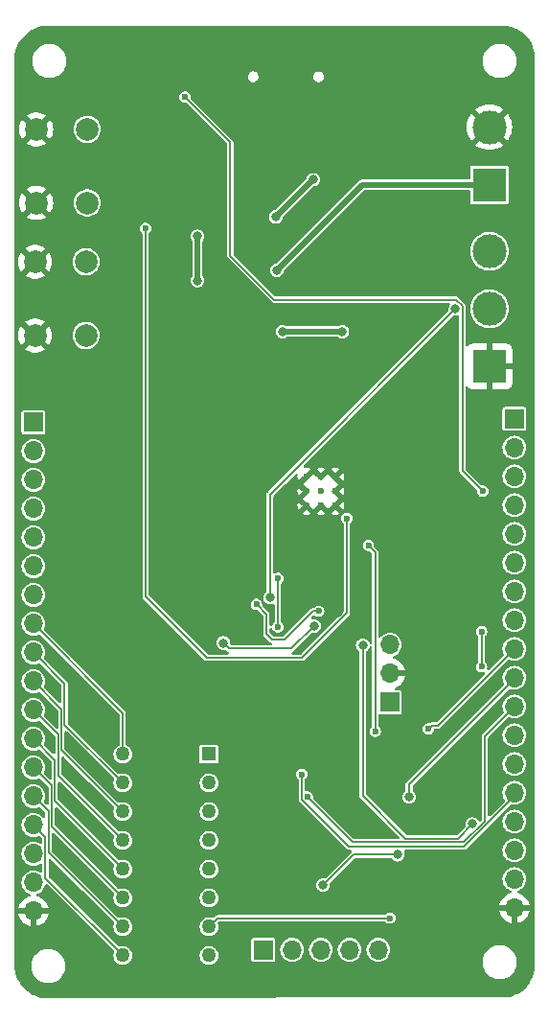
<source format=gbl>
G04 #@! TF.GenerationSoftware,KiCad,Pcbnew,8.0.6*
G04 #@! TF.CreationDate,2024-11-13T15:42:30-05:00*
G04 #@! TF.ProjectId,KiCAD-RFM69,4b694341-442d-4524-964d-36392e6b6963,rev?*
G04 #@! TF.SameCoordinates,Original*
G04 #@! TF.FileFunction,Copper,L2,Bot*
G04 #@! TF.FilePolarity,Positive*
%FSLAX46Y46*%
G04 Gerber Fmt 4.6, Leading zero omitted, Abs format (unit mm)*
G04 Created by KiCad (PCBNEW 8.0.6) date 2024-11-13 15:42:30*
%MOMM*%
%LPD*%
G01*
G04 APERTURE LIST*
G04 #@! TA.AperFunction,ComponentPad*
%ADD10C,2.000000*%
G04 #@! TD*
G04 #@! TA.AperFunction,ComponentPad*
%ADD11C,0.600000*%
G04 #@! TD*
G04 #@! TA.AperFunction,ComponentPad*
%ADD12R,1.700000X1.700000*%
G04 #@! TD*
G04 #@! TA.AperFunction,ComponentPad*
%ADD13O,1.700000X1.700000*%
G04 #@! TD*
G04 #@! TA.AperFunction,ComponentPad*
%ADD14R,3.000000X3.000000*%
G04 #@! TD*
G04 #@! TA.AperFunction,ComponentPad*
%ADD15C,3.000000*%
G04 #@! TD*
G04 #@! TA.AperFunction,ComponentPad*
%ADD16R,1.269000X1.269000*%
G04 #@! TD*
G04 #@! TA.AperFunction,ComponentPad*
%ADD17C,1.269000*%
G04 #@! TD*
G04 #@! TA.AperFunction,ViaPad*
%ADD18C,0.600000*%
G04 #@! TD*
G04 #@! TA.AperFunction,ViaPad*
%ADD19C,0.800000*%
G04 #@! TD*
G04 #@! TA.AperFunction,Conductor*
%ADD20C,0.150000*%
G04 #@! TD*
G04 #@! TA.AperFunction,Conductor*
%ADD21C,0.200000*%
G04 #@! TD*
G04 #@! TA.AperFunction,Conductor*
%ADD22C,0.500000*%
G04 #@! TD*
G04 APERTURE END LIST*
D10*
X102350000Y-90850000D03*
X102350000Y-84350000D03*
X106850000Y-90850000D03*
X106850000Y-84350000D03*
D11*
X128875000Y-105875000D03*
X128875000Y-104600000D03*
X128875000Y-103325000D03*
X127600000Y-105875000D03*
X127600000Y-104600000D03*
X127600000Y-103325000D03*
X126325000Y-105875000D03*
X126325000Y-104600000D03*
X126325000Y-103325000D03*
D12*
X122520000Y-145100000D03*
D13*
X125060000Y-145100000D03*
X127600000Y-145100000D03*
X130140000Y-145100000D03*
X132680000Y-145100000D03*
D10*
X102450000Y-79150000D03*
X102450000Y-72650000D03*
X106950000Y-79150000D03*
X106950000Y-72650000D03*
D14*
X142500000Y-93580000D03*
D15*
X142500000Y-88500000D03*
X142500000Y-83420000D03*
D12*
X102200000Y-98520000D03*
D13*
X102200000Y-101060000D03*
X102200000Y-103600000D03*
X102200000Y-106140000D03*
X102200000Y-108680000D03*
X102200000Y-111220000D03*
X102200000Y-113760000D03*
X102200000Y-116300000D03*
X102200000Y-118840000D03*
X102200000Y-121380000D03*
X102200000Y-123920000D03*
X102200000Y-126460000D03*
X102200000Y-129000000D03*
X102200000Y-131540000D03*
X102200000Y-134080000D03*
X102200000Y-136620000D03*
X102200000Y-139160000D03*
X102200000Y-141700000D03*
D16*
X117720000Y-127820000D03*
D17*
X117720000Y-130360000D03*
X117720000Y-132900000D03*
X117720000Y-135440000D03*
X117720000Y-137980000D03*
X117720000Y-140520000D03*
X117720000Y-143060000D03*
X117720000Y-145600000D03*
X110100000Y-127820000D03*
X110100000Y-130360000D03*
X110100000Y-132900000D03*
X110100000Y-135440000D03*
X110100000Y-137980000D03*
X110100000Y-140520000D03*
X110100000Y-143060000D03*
X110100000Y-145600000D03*
D12*
X133700000Y-123240000D03*
D13*
X133700000Y-120700000D03*
X133700000Y-118160000D03*
D12*
X144700000Y-98220000D03*
D13*
X144700000Y-100760000D03*
X144700000Y-103300000D03*
X144700000Y-105840000D03*
X144700000Y-108380000D03*
X144700000Y-110920000D03*
X144700000Y-113460000D03*
X144700000Y-116000000D03*
X144700000Y-118540000D03*
X144700000Y-121080000D03*
X144700000Y-123620000D03*
X144700000Y-126160000D03*
X144700000Y-128700000D03*
X144700000Y-131240000D03*
X144700000Y-133780000D03*
X144700000Y-136320000D03*
X144700000Y-138860000D03*
X144700000Y-141400000D03*
D14*
X142500000Y-77540000D03*
D15*
X142500000Y-72460000D03*
D18*
X133700000Y-142300000D03*
X112100000Y-81400000D03*
X129900000Y-107000000D03*
X115600000Y-69800000D03*
X141900000Y-104600000D03*
X141800000Y-117000000D03*
X141800000Y-120100000D03*
X125900000Y-129600000D03*
X126400000Y-131600000D03*
X127400000Y-115200000D03*
X121900000Y-114600000D03*
X131800000Y-109400000D03*
X132400000Y-125800000D03*
X137100000Y-125600000D03*
X124900000Y-127600000D03*
X127900000Y-123100000D03*
X124900000Y-123100000D03*
X121900000Y-123100000D03*
X118900000Y-123100000D03*
X115900000Y-123100000D03*
X112900000Y-123100000D03*
X109900000Y-123100000D03*
X123800000Y-112300000D03*
X123800000Y-116600000D03*
D19*
X127800000Y-139400000D03*
X134400000Y-136700000D03*
X135400000Y-131600000D03*
X119000000Y-118000000D03*
X127000000Y-116500000D03*
X129100000Y-115300000D03*
X108000000Y-66500000D03*
X129500000Y-86300000D03*
X140500000Y-143600000D03*
X134100000Y-147600000D03*
X129600000Y-92300000D03*
X120700000Y-92400000D03*
X131300000Y-92300000D03*
X115200000Y-107300000D03*
X130800000Y-115300000D03*
X122400000Y-92400000D03*
X110100000Y-99500000D03*
X121750000Y-116450000D03*
X111600000Y-116500000D03*
X121800000Y-75100000D03*
X133200000Y-92300000D03*
X121100000Y-110300000D03*
X127200000Y-75100000D03*
X117100000Y-102000000D03*
X126600000Y-107100000D03*
X113500000Y-82200000D03*
X125100000Y-141600000D03*
X136725000Y-99200000D03*
X134500000Y-108875000D03*
X124100000Y-92400000D03*
X117300000Y-112400000D03*
X116700000Y-86000000D03*
X124200000Y-90500000D03*
X129500000Y-90500000D03*
X116700000Y-82100000D03*
X123600000Y-80400000D03*
X126900000Y-77100000D03*
X131300000Y-118200000D03*
X141000000Y-134000000D03*
X123700000Y-85100000D03*
X123100000Y-114000000D03*
X139500000Y-88500000D03*
D20*
X135800000Y-120100000D02*
X135200000Y-120700000D01*
X135200000Y-120700000D02*
X133700000Y-120700000D01*
X135800000Y-110175000D02*
X135800000Y-120100000D01*
X134500000Y-108875000D02*
X135800000Y-110175000D01*
X133700000Y-142300000D02*
X118480000Y-142300000D01*
X118480000Y-142300000D02*
X117720000Y-143060000D01*
X117500000Y-119300000D02*
X112100000Y-113900000D01*
X125951357Y-119300000D02*
X117500000Y-119300000D01*
X129900000Y-107000000D02*
X129900000Y-115351357D01*
X129900000Y-115351357D02*
X125951357Y-119300000D01*
X112100000Y-113900000D02*
X112100000Y-81400000D01*
X119600000Y-73800000D02*
X115600000Y-69800000D01*
X139551357Y-87700000D02*
X123500000Y-87700000D01*
X140102000Y-102802000D02*
X140102000Y-88250643D01*
X123500000Y-87700000D02*
X119600000Y-83800000D01*
X119600000Y-83800000D02*
X119600000Y-73800000D01*
X141900000Y-104600000D02*
X140102000Y-102802000D01*
X140102000Y-88250643D02*
X139551357Y-87700000D01*
X141800000Y-120100000D02*
X141800000Y-117000000D01*
X125898000Y-129602000D02*
X125900000Y-129600000D01*
X125898000Y-131807936D02*
X125898000Y-129602000D01*
X140243094Y-136000000D02*
X130090064Y-136000000D01*
X144700000Y-131543094D02*
X140243094Y-136000000D01*
X130090064Y-136000000D02*
X125898000Y-131807936D01*
X144700000Y-131240000D02*
X144700000Y-131543094D01*
X140249357Y-135602000D02*
X130402000Y-135602000D01*
X130402000Y-135602000D02*
X126400000Y-131600000D01*
X142100000Y-133751357D02*
X140249357Y-135602000D01*
X142100000Y-128800000D02*
X142100000Y-133751357D01*
X142100000Y-126220000D02*
X142100000Y-128800000D01*
X144700000Y-123620000D02*
X142100000Y-126220000D01*
D21*
X135100000Y-135300000D02*
X131300000Y-131500000D01*
X141000000Y-134000000D02*
X139700000Y-135300000D01*
X139700000Y-135300000D02*
X135100000Y-135300000D01*
X131300000Y-131500000D02*
X131300000Y-118200000D01*
D20*
X124400000Y-117700000D02*
X126900000Y-115200000D01*
X123300000Y-117700000D02*
X124400000Y-117700000D01*
X126900000Y-115200000D02*
X127400000Y-115200000D01*
X122800000Y-117200000D02*
X123300000Y-117700000D01*
X122800000Y-115500000D02*
X122800000Y-117200000D01*
X121900000Y-114600000D02*
X122800000Y-115500000D01*
X132400000Y-125800000D02*
X132400000Y-110400000D01*
X132400000Y-110000000D02*
X131800000Y-109400000D01*
X132400000Y-110400000D02*
X132400000Y-110000000D01*
X137100000Y-125600000D02*
X137400000Y-125300000D01*
X137400000Y-125300000D02*
X137940000Y-125300000D01*
X137940000Y-125300000D02*
X144700000Y-118540000D01*
X110100000Y-124200000D02*
X102200000Y-116300000D01*
X110100000Y-127820000D02*
X110100000Y-124200000D01*
X104954000Y-125214000D02*
X104954000Y-121594000D01*
X110100000Y-130360000D02*
X104954000Y-125214000D01*
X104954000Y-121594000D02*
X102200000Y-118840000D01*
X104677000Y-123857000D02*
X102200000Y-121380000D01*
X104677000Y-127477000D02*
X104677000Y-123857000D01*
X110100000Y-132900000D02*
X104677000Y-127477000D01*
X104400000Y-126120000D02*
X102200000Y-123920000D01*
X110100000Y-135440000D02*
X104400000Y-129740000D01*
X104400000Y-129740000D02*
X104400000Y-126120000D01*
X104083000Y-128343000D02*
X102200000Y-126460000D01*
X104083000Y-131963000D02*
X104083000Y-128343000D01*
X110100000Y-137980000D02*
X104083000Y-131963000D01*
X103806000Y-134226000D02*
X103806000Y-130606000D01*
X110100000Y-140520000D02*
X103806000Y-134226000D01*
X103806000Y-130606000D02*
X102200000Y-129000000D01*
X103529000Y-132869000D02*
X102200000Y-131540000D01*
X103529000Y-136489000D02*
X103529000Y-132869000D01*
X110100000Y-143060000D02*
X103529000Y-136489000D01*
X103252000Y-135132000D02*
X102200000Y-134080000D01*
X110100000Y-145600000D02*
X103252000Y-138752000D01*
X103252000Y-138752000D02*
X103252000Y-135132000D01*
X123800000Y-116600000D02*
X123800000Y-112300000D01*
D21*
X127800000Y-139400000D02*
X130500000Y-136700000D01*
X130500000Y-136700000D02*
X134400000Y-136700000D01*
X135400000Y-130480000D02*
X144600000Y-121280000D01*
X135400000Y-131600000D02*
X135400000Y-130480000D01*
X119500000Y-118500000D02*
X125000000Y-118500000D01*
X119000000Y-118000000D02*
X119500000Y-118500000D01*
X125000000Y-118500000D02*
X127000000Y-116500000D01*
D22*
X124200000Y-90500000D02*
X129500000Y-90500000D01*
X116700000Y-82100000D02*
X116700000Y-86000000D01*
X123600000Y-80400000D02*
X126900000Y-77100000D01*
X131260000Y-77540000D02*
X142500000Y-77540000D01*
X123700000Y-85100000D02*
X131260000Y-77540000D01*
D21*
X123100000Y-104900000D02*
X123100000Y-114000000D01*
X139500000Y-88500000D02*
X123100000Y-104900000D01*
G04 #@! TA.AperFunction,Conductor*
G36*
X103591111Y-63500498D02*
G01*
X103594534Y-63500548D01*
X103646096Y-63502021D01*
X103651568Y-63502178D01*
X103651568Y-63502177D01*
X103651571Y-63502178D01*
X103651573Y-63502177D01*
X103659656Y-63501347D01*
X103659731Y-63502083D01*
X103673145Y-63500506D01*
X143527379Y-63504655D01*
X143541166Y-63506260D01*
X143541231Y-63505617D01*
X143549312Y-63506432D01*
X143549316Y-63506431D01*
X143549317Y-63506432D01*
X143605730Y-63504719D01*
X143609469Y-63504663D01*
X143622208Y-63504664D01*
X143625410Y-63504708D01*
X143927656Y-63512827D01*
X143941773Y-63514015D01*
X144244247Y-63557016D01*
X144258125Y-63559806D01*
X144553708Y-63637042D01*
X144567185Y-63641400D01*
X144633199Y-63667001D01*
X144852014Y-63751858D01*
X144864915Y-63757730D01*
X145135272Y-63899968D01*
X145147418Y-63907273D01*
X145374459Y-64062161D01*
X145399785Y-64079438D01*
X145411015Y-64088080D01*
X145526550Y-64188000D01*
X145642083Y-64287918D01*
X145652256Y-64297787D01*
X145859013Y-64522692D01*
X145867993Y-64533658D01*
X146047725Y-64780676D01*
X146055396Y-64792595D01*
X146205771Y-65058520D01*
X146212031Y-65071236D01*
X146331075Y-65352581D01*
X146335843Y-65365928D01*
X146422004Y-65659020D01*
X146425218Y-65672825D01*
X146477369Y-65973840D01*
X146478986Y-65987921D01*
X146496650Y-66296478D01*
X146496853Y-66303565D01*
X146496853Y-66365892D01*
X146497914Y-66373951D01*
X146497124Y-66374054D01*
X146499500Y-66392096D01*
X146499500Y-146578500D01*
X146499051Y-146589042D01*
X146473607Y-146887238D01*
X146471651Y-146901001D01*
X146412831Y-147195270D01*
X146409346Y-147208728D01*
X146317959Y-147494555D01*
X146312990Y-147507538D01*
X146190182Y-147781343D01*
X146183791Y-147793688D01*
X146031110Y-148052023D01*
X146023377Y-148063576D01*
X145842732Y-148303206D01*
X145833754Y-148313820D01*
X145627433Y-148531711D01*
X145617325Y-148541253D01*
X145387901Y-148734691D01*
X145376786Y-148743043D01*
X145127156Y-148909580D01*
X145115178Y-148916634D01*
X144848479Y-149054182D01*
X144835786Y-149059852D01*
X144555359Y-149166685D01*
X144542111Y-149170898D01*
X144251495Y-149245669D01*
X144237859Y-149248373D01*
X143940691Y-149290147D01*
X143926838Y-149291307D01*
X143631212Y-149299434D01*
X143628130Y-149299481D01*
X143614040Y-149299518D01*
X143610166Y-149299467D01*
X143554047Y-149297860D01*
X143545965Y-149298690D01*
X143545902Y-149298080D01*
X143531985Y-149299726D01*
X103503534Y-149401723D01*
X103496424Y-149401537D01*
X103178323Y-149384081D01*
X103164815Y-149382594D01*
X102853706Y-149330960D01*
X102840441Y-149328003D01*
X102739160Y-149299523D01*
X102536862Y-149242637D01*
X102524008Y-149238249D01*
X102272044Y-149136510D01*
X102231587Y-149120174D01*
X102219285Y-149114404D01*
X102156734Y-149080765D01*
X101941534Y-148965035D01*
X101929953Y-148957963D01*
X101670215Y-148779097D01*
X101659465Y-148770790D01*
X101420861Y-148564579D01*
X101411081Y-148555142D01*
X101196485Y-148324066D01*
X101187797Y-148313618D01*
X100999771Y-148060445D01*
X100992278Y-148049107D01*
X100833084Y-147776873D01*
X100826878Y-147764784D01*
X100798209Y-147700500D01*
X100698430Y-147476768D01*
X100693591Y-147464092D01*
X100597427Y-147163737D01*
X100594000Y-147150588D01*
X100560689Y-146986433D01*
X100531283Y-146841521D01*
X100529318Y-146828101D01*
X100501008Y-146516350D01*
X100500500Y-146505136D01*
X100500500Y-146407028D01*
X101999500Y-146407028D01*
X101999500Y-146643223D01*
X102036446Y-146876494D01*
X102109433Y-147101122D01*
X102160882Y-147202095D01*
X102216657Y-147311559D01*
X102355483Y-147502636D01*
X102522490Y-147669643D01*
X102713567Y-147808469D01*
X102804609Y-147854857D01*
X102924003Y-147915692D01*
X102924005Y-147915692D01*
X102924008Y-147915694D01*
X103044412Y-147954815D01*
X103148631Y-147988679D01*
X103381903Y-148025626D01*
X103381908Y-148025626D01*
X103618097Y-148025626D01*
X103851368Y-147988679D01*
X104075992Y-147915694D01*
X104286433Y-147808469D01*
X104477510Y-147669643D01*
X104644517Y-147502636D01*
X104783343Y-147311559D01*
X104890568Y-147101118D01*
X104963553Y-146876494D01*
X104976142Y-146797011D01*
X105000500Y-146643223D01*
X105000500Y-146407028D01*
X104963553Y-146173757D01*
X104916268Y-146028230D01*
X104890568Y-145949134D01*
X104890566Y-145949131D01*
X104890566Y-145949129D01*
X104834002Y-145838117D01*
X104783343Y-145738693D01*
X104644517Y-145547616D01*
X104477510Y-145380609D01*
X104286433Y-145241783D01*
X104274581Y-145235744D01*
X104075996Y-145134559D01*
X103851368Y-145061572D01*
X103618097Y-145024626D01*
X103618092Y-145024626D01*
X103381908Y-145024626D01*
X103381903Y-145024626D01*
X103148631Y-145061572D01*
X102924003Y-145134559D01*
X102713566Y-145241783D01*
X102625274Y-145305932D01*
X102522490Y-145380609D01*
X102522488Y-145380611D01*
X102522487Y-145380611D01*
X102355485Y-145547613D01*
X102355485Y-145547614D01*
X102355483Y-145547616D01*
X102317424Y-145600000D01*
X102216657Y-145738692D01*
X102109433Y-145949129D01*
X102036446Y-146173757D01*
X101999500Y-146407028D01*
X100500500Y-146407028D01*
X100500500Y-141449999D01*
X100869364Y-141449999D01*
X100869364Y-141450000D01*
X101766988Y-141450000D01*
X101734075Y-141507007D01*
X101700000Y-141634174D01*
X101700000Y-141765826D01*
X101734075Y-141892993D01*
X101766988Y-141950000D01*
X100869364Y-141950000D01*
X100926567Y-142163486D01*
X100926570Y-142163492D01*
X101026399Y-142377578D01*
X101161894Y-142571082D01*
X101328917Y-142738105D01*
X101522421Y-142873600D01*
X101736507Y-142973429D01*
X101736516Y-142973433D01*
X101950000Y-143030634D01*
X101950000Y-142133012D01*
X102007007Y-142165925D01*
X102134174Y-142200000D01*
X102265826Y-142200000D01*
X102392993Y-142165925D01*
X102450000Y-142133012D01*
X102450000Y-143030633D01*
X102663483Y-142973433D01*
X102663492Y-142973429D01*
X102877578Y-142873600D01*
X103071082Y-142738105D01*
X103238105Y-142571082D01*
X103373600Y-142377578D01*
X103473429Y-142163492D01*
X103473432Y-142163486D01*
X103530636Y-141950000D01*
X102633012Y-141950000D01*
X102665925Y-141892993D01*
X102700000Y-141765826D01*
X102700000Y-141634174D01*
X102665925Y-141507007D01*
X102633012Y-141450000D01*
X103530636Y-141450000D01*
X103530635Y-141449999D01*
X103473432Y-141236513D01*
X103473429Y-141236507D01*
X103373600Y-141022422D01*
X103373599Y-141022420D01*
X103238113Y-140828926D01*
X103238108Y-140828920D01*
X103071082Y-140661894D01*
X102877578Y-140526399D01*
X102663492Y-140426570D01*
X102663486Y-140426567D01*
X102541349Y-140393841D01*
X102481689Y-140357476D01*
X102451160Y-140294629D01*
X102459455Y-140225253D01*
X102503940Y-140171375D01*
X102537444Y-140155407D01*
X102603954Y-140135232D01*
X102786450Y-140037685D01*
X102946410Y-139906410D01*
X103077685Y-139746450D01*
X103175232Y-139563954D01*
X103231341Y-139378982D01*
X103269639Y-139320545D01*
X103333451Y-139292089D01*
X103402518Y-139302649D01*
X103437682Y-139327297D01*
X106362904Y-142252520D01*
X109288060Y-145177676D01*
X109321545Y-145238999D01*
X109318310Y-145303674D01*
X109278750Y-145425431D01*
X109278748Y-145425436D01*
X109260401Y-145600000D01*
X109278748Y-145774563D01*
X109278749Y-145774565D01*
X109332985Y-145941490D01*
X109332988Y-145941496D01*
X109420750Y-146093504D01*
X109421694Y-146094552D01*
X109538193Y-146223939D01*
X109538196Y-146223941D01*
X109538199Y-146223944D01*
X109644699Y-146301321D01*
X109680201Y-146327115D01*
X109840550Y-146398506D01*
X110012238Y-146435000D01*
X110187762Y-146435000D01*
X110359450Y-146398506D01*
X110519800Y-146327114D01*
X110661801Y-146223944D01*
X110779250Y-146093504D01*
X110867012Y-145941496D01*
X110921252Y-145774562D01*
X110939599Y-145600000D01*
X116880401Y-145600000D01*
X116898748Y-145774563D01*
X116898749Y-145774565D01*
X116952985Y-145941490D01*
X116952988Y-145941496D01*
X117040750Y-146093504D01*
X117041694Y-146094552D01*
X117158193Y-146223939D01*
X117158196Y-146223941D01*
X117158199Y-146223944D01*
X117264699Y-146301321D01*
X117300201Y-146327115D01*
X117460550Y-146398506D01*
X117632238Y-146435000D01*
X117807762Y-146435000D01*
X117979450Y-146398506D01*
X118139800Y-146327114D01*
X118281801Y-146223944D01*
X118399250Y-146093504D01*
X118487012Y-145941496D01*
X118541252Y-145774562D01*
X118559599Y-145600000D01*
X118541252Y-145425438D01*
X118487012Y-145258504D01*
X118399250Y-145106496D01*
X118325534Y-145024626D01*
X118281806Y-144976060D01*
X118281803Y-144976058D01*
X118281802Y-144976057D01*
X118281801Y-144976056D01*
X118210800Y-144924471D01*
X118139798Y-144872884D01*
X117979449Y-144801493D01*
X117807762Y-144765000D01*
X117632238Y-144765000D01*
X117460550Y-144801493D01*
X117460545Y-144801495D01*
X117300201Y-144872886D01*
X117300196Y-144872888D01*
X117158205Y-144976050D01*
X117158199Y-144976055D01*
X117040749Y-145106497D01*
X116952988Y-145258503D01*
X116952985Y-145258509D01*
X116898749Y-145425434D01*
X116898748Y-145425436D01*
X116880401Y-145600000D01*
X110939599Y-145600000D01*
X110921252Y-145425438D01*
X110867012Y-145258504D01*
X110779250Y-145106496D01*
X110705534Y-145024626D01*
X110661806Y-144976060D01*
X110661803Y-144976058D01*
X110661802Y-144976057D01*
X110661801Y-144976056D01*
X110590800Y-144924471D01*
X110519798Y-144872884D01*
X110359449Y-144801493D01*
X110187762Y-144765000D01*
X110012238Y-144765000D01*
X109840552Y-144801493D01*
X109814997Y-144812870D01*
X109745747Y-144822152D01*
X109682471Y-144792520D01*
X109676885Y-144787269D01*
X109119863Y-144230247D01*
X121469500Y-144230247D01*
X121469500Y-145969752D01*
X121481131Y-146028229D01*
X121481132Y-146028230D01*
X121525447Y-146094552D01*
X121591769Y-146138867D01*
X121591770Y-146138868D01*
X121650247Y-146150499D01*
X121650250Y-146150500D01*
X121650252Y-146150500D01*
X123389750Y-146150500D01*
X123389751Y-146150499D01*
X123404568Y-146147552D01*
X123448229Y-146138868D01*
X123448229Y-146138867D01*
X123448231Y-146138867D01*
X123514552Y-146094552D01*
X123558867Y-146028231D01*
X123558867Y-146028229D01*
X123558868Y-146028229D01*
X123570499Y-145969752D01*
X123570500Y-145969750D01*
X123570500Y-145100000D01*
X124004417Y-145100000D01*
X124024699Y-145305932D01*
X124024700Y-145305934D01*
X124084768Y-145503954D01*
X124182315Y-145686450D01*
X124182317Y-145686452D01*
X124313589Y-145846410D01*
X124410209Y-145925702D01*
X124473550Y-145977685D01*
X124656046Y-146075232D01*
X124854066Y-146135300D01*
X124854065Y-146135300D01*
X124872529Y-146137118D01*
X125060000Y-146155583D01*
X125265934Y-146135300D01*
X125463954Y-146075232D01*
X125646450Y-145977685D01*
X125806410Y-145846410D01*
X125937685Y-145686450D01*
X126035232Y-145503954D01*
X126095300Y-145305934D01*
X126115583Y-145100000D01*
X126544417Y-145100000D01*
X126564699Y-145305932D01*
X126564700Y-145305934D01*
X126624768Y-145503954D01*
X126722315Y-145686450D01*
X126722317Y-145686452D01*
X126853589Y-145846410D01*
X126950209Y-145925702D01*
X127013550Y-145977685D01*
X127196046Y-146075232D01*
X127394066Y-146135300D01*
X127394065Y-146135300D01*
X127412529Y-146137118D01*
X127600000Y-146155583D01*
X127805934Y-146135300D01*
X128003954Y-146075232D01*
X128186450Y-145977685D01*
X128346410Y-145846410D01*
X128477685Y-145686450D01*
X128575232Y-145503954D01*
X128635300Y-145305934D01*
X128655583Y-145100000D01*
X129084417Y-145100000D01*
X129104699Y-145305932D01*
X129104700Y-145305934D01*
X129164768Y-145503954D01*
X129262315Y-145686450D01*
X129262317Y-145686452D01*
X129393589Y-145846410D01*
X129490209Y-145925702D01*
X129553550Y-145977685D01*
X129736046Y-146075232D01*
X129934066Y-146135300D01*
X129934065Y-146135300D01*
X129952529Y-146137118D01*
X130140000Y-146155583D01*
X130345934Y-146135300D01*
X130543954Y-146075232D01*
X130726450Y-145977685D01*
X130886410Y-145846410D01*
X131017685Y-145686450D01*
X131115232Y-145503954D01*
X131175300Y-145305934D01*
X131195583Y-145100000D01*
X131624417Y-145100000D01*
X131644699Y-145305932D01*
X131644700Y-145305934D01*
X131704768Y-145503954D01*
X131802315Y-145686450D01*
X131802317Y-145686452D01*
X131933589Y-145846410D01*
X132030209Y-145925702D01*
X132093550Y-145977685D01*
X132276046Y-146075232D01*
X132474066Y-146135300D01*
X132474065Y-146135300D01*
X132492529Y-146137118D01*
X132680000Y-146155583D01*
X132885934Y-146135300D01*
X133061966Y-146081902D01*
X141899500Y-146081902D01*
X141899500Y-146318097D01*
X141936446Y-146551368D01*
X142009433Y-146775996D01*
X142073127Y-146901001D01*
X142116657Y-146986433D01*
X142255483Y-147177510D01*
X142422490Y-147344517D01*
X142613567Y-147483343D01*
X142712991Y-147534002D01*
X142824003Y-147590566D01*
X142824005Y-147590566D01*
X142824008Y-147590568D01*
X142944412Y-147629689D01*
X143048631Y-147663553D01*
X143281903Y-147700500D01*
X143281908Y-147700500D01*
X143518097Y-147700500D01*
X143751368Y-147663553D01*
X143975992Y-147590568D01*
X144186433Y-147483343D01*
X144377510Y-147344517D01*
X144544517Y-147177510D01*
X144683343Y-146986433D01*
X144790568Y-146775992D01*
X144863553Y-146551368D01*
X144869985Y-146510756D01*
X144900500Y-146318097D01*
X144900500Y-146081902D01*
X144863553Y-145848631D01*
X144790566Y-145624003D01*
X144729397Y-145503954D01*
X144683343Y-145413567D01*
X144544517Y-145222490D01*
X144377510Y-145055483D01*
X144186433Y-144916657D01*
X144142096Y-144894066D01*
X143975996Y-144809433D01*
X143751368Y-144736446D01*
X143518097Y-144699500D01*
X143518092Y-144699500D01*
X143281908Y-144699500D01*
X143281903Y-144699500D01*
X143048631Y-144736446D01*
X142824003Y-144809433D01*
X142613566Y-144916657D01*
X142531809Y-144976058D01*
X142422490Y-145055483D01*
X142422488Y-145055485D01*
X142422487Y-145055485D01*
X142255485Y-145222487D01*
X142255485Y-145222488D01*
X142255483Y-145222490D01*
X142229314Y-145258509D01*
X142116657Y-145413566D01*
X142009433Y-145624003D01*
X141936446Y-145848631D01*
X141899500Y-146081902D01*
X133061966Y-146081902D01*
X133083954Y-146075232D01*
X133266450Y-145977685D01*
X133426410Y-145846410D01*
X133557685Y-145686450D01*
X133655232Y-145503954D01*
X133715300Y-145305934D01*
X133735583Y-145100000D01*
X133715300Y-144894066D01*
X133655232Y-144696046D01*
X133557685Y-144513550D01*
X133505702Y-144450209D01*
X133426410Y-144353589D01*
X133276121Y-144230252D01*
X133266450Y-144222315D01*
X133083954Y-144124768D01*
X132885934Y-144064700D01*
X132885932Y-144064699D01*
X132885934Y-144064699D01*
X132680000Y-144044417D01*
X132474067Y-144064699D01*
X132276043Y-144124769D01*
X132188114Y-144171769D01*
X132093550Y-144222315D01*
X132093548Y-144222316D01*
X132093547Y-144222317D01*
X131933589Y-144353589D01*
X131802317Y-144513547D01*
X131704769Y-144696043D01*
X131644699Y-144894067D01*
X131624417Y-145100000D01*
X131195583Y-145100000D01*
X131175300Y-144894066D01*
X131115232Y-144696046D01*
X131017685Y-144513550D01*
X130965702Y-144450209D01*
X130886410Y-144353589D01*
X130736121Y-144230252D01*
X130726450Y-144222315D01*
X130543954Y-144124768D01*
X130345934Y-144064700D01*
X130345932Y-144064699D01*
X130345934Y-144064699D01*
X130140000Y-144044417D01*
X129934067Y-144064699D01*
X129736043Y-144124769D01*
X129648114Y-144171769D01*
X129553550Y-144222315D01*
X129553548Y-144222316D01*
X129553547Y-144222317D01*
X129393589Y-144353589D01*
X129262317Y-144513547D01*
X129164769Y-144696043D01*
X129104699Y-144894067D01*
X129084417Y-145100000D01*
X128655583Y-145100000D01*
X128635300Y-144894066D01*
X128575232Y-144696046D01*
X128477685Y-144513550D01*
X128425702Y-144450209D01*
X128346410Y-144353589D01*
X128196121Y-144230252D01*
X128186450Y-144222315D01*
X128003954Y-144124768D01*
X127805934Y-144064700D01*
X127805932Y-144064699D01*
X127805934Y-144064699D01*
X127600000Y-144044417D01*
X127394067Y-144064699D01*
X127196043Y-144124769D01*
X127108114Y-144171769D01*
X127013550Y-144222315D01*
X127013548Y-144222316D01*
X127013547Y-144222317D01*
X126853589Y-144353589D01*
X126722317Y-144513547D01*
X126624769Y-144696043D01*
X126564699Y-144894067D01*
X126544417Y-145100000D01*
X126115583Y-145100000D01*
X126095300Y-144894066D01*
X126035232Y-144696046D01*
X125937685Y-144513550D01*
X125885702Y-144450209D01*
X125806410Y-144353589D01*
X125656121Y-144230252D01*
X125646450Y-144222315D01*
X125463954Y-144124768D01*
X125265934Y-144064700D01*
X125265932Y-144064699D01*
X125265934Y-144064699D01*
X125060000Y-144044417D01*
X124854067Y-144064699D01*
X124656043Y-144124769D01*
X124568114Y-144171769D01*
X124473550Y-144222315D01*
X124473548Y-144222316D01*
X124473547Y-144222317D01*
X124313589Y-144353589D01*
X124182317Y-144513547D01*
X124084769Y-144696043D01*
X124024699Y-144894067D01*
X124004417Y-145100000D01*
X123570500Y-145100000D01*
X123570500Y-144230249D01*
X123570499Y-144230247D01*
X123558868Y-144171770D01*
X123558867Y-144171769D01*
X123514552Y-144105447D01*
X123448230Y-144061132D01*
X123448229Y-144061131D01*
X123389752Y-144049500D01*
X123389748Y-144049500D01*
X121650252Y-144049500D01*
X121650247Y-144049500D01*
X121591770Y-144061131D01*
X121591769Y-144061132D01*
X121525447Y-144105447D01*
X121481132Y-144171769D01*
X121481131Y-144171770D01*
X121469500Y-144230247D01*
X109119863Y-144230247D01*
X103563819Y-138674203D01*
X103530334Y-138612880D01*
X103527500Y-138586522D01*
X103527500Y-137176477D01*
X103547185Y-137109438D01*
X103599989Y-137063683D01*
X103669147Y-137053739D01*
X103732703Y-137082764D01*
X103739180Y-137088795D01*
X106521759Y-139871375D01*
X109288060Y-142637676D01*
X109321545Y-142698999D01*
X109318310Y-142763674D01*
X109278750Y-142885431D01*
X109278748Y-142885436D01*
X109260401Y-143060000D01*
X109278748Y-143234563D01*
X109278749Y-143234565D01*
X109332985Y-143401490D01*
X109332988Y-143401496D01*
X109420750Y-143553504D01*
X109461662Y-143598941D01*
X109538193Y-143683939D01*
X109538196Y-143683941D01*
X109538199Y-143683944D01*
X109644699Y-143761321D01*
X109680201Y-143787115D01*
X109840550Y-143858506D01*
X110012238Y-143895000D01*
X110187762Y-143895000D01*
X110359450Y-143858506D01*
X110519800Y-143787114D01*
X110661801Y-143683944D01*
X110779250Y-143553504D01*
X110867012Y-143401496D01*
X110921252Y-143234562D01*
X110939599Y-143060000D01*
X116880401Y-143060000D01*
X116898748Y-143234563D01*
X116898749Y-143234565D01*
X116952985Y-143401490D01*
X116952988Y-143401496D01*
X117040750Y-143553504D01*
X117081662Y-143598941D01*
X117158193Y-143683939D01*
X117158196Y-143683941D01*
X117158199Y-143683944D01*
X117264699Y-143761321D01*
X117300201Y-143787115D01*
X117460550Y-143858506D01*
X117632238Y-143895000D01*
X117807762Y-143895000D01*
X117979450Y-143858506D01*
X118139800Y-143787114D01*
X118281801Y-143683944D01*
X118399250Y-143553504D01*
X118487012Y-143401496D01*
X118541252Y-143234562D01*
X118559599Y-143060000D01*
X118541252Y-142885438D01*
X118501689Y-142763674D01*
X118499694Y-142693835D01*
X118531940Y-142637675D01*
X118557799Y-142611817D01*
X118619123Y-142578333D01*
X118645479Y-142575500D01*
X133219837Y-142575500D01*
X133286876Y-142595185D01*
X133313548Y-142618295D01*
X133368872Y-142682143D01*
X133489947Y-142759953D01*
X133489950Y-142759954D01*
X133489949Y-142759954D01*
X133628036Y-142800499D01*
X133628038Y-142800500D01*
X133628039Y-142800500D01*
X133771962Y-142800500D01*
X133771962Y-142800499D01*
X133879121Y-142769035D01*
X133910050Y-142759954D01*
X133910050Y-142759953D01*
X133910053Y-142759953D01*
X134031128Y-142682143D01*
X134125377Y-142573373D01*
X134185165Y-142442457D01*
X134205647Y-142300000D01*
X134185165Y-142157543D01*
X134125377Y-142026627D01*
X134031128Y-141917857D01*
X133910053Y-141840047D01*
X133910051Y-141840046D01*
X133910049Y-141840045D01*
X133910050Y-141840045D01*
X133771963Y-141799500D01*
X133771961Y-141799500D01*
X133628039Y-141799500D01*
X133628036Y-141799500D01*
X133489949Y-141840045D01*
X133368873Y-141917856D01*
X133313550Y-141981703D01*
X133254772Y-142019477D01*
X133219837Y-142024500D01*
X118425198Y-142024500D01*
X118353599Y-142054158D01*
X118323942Y-142066442D01*
X118143113Y-142247270D01*
X118081789Y-142280754D01*
X118012098Y-142275770D01*
X118004998Y-142272868D01*
X117979451Y-142261494D01*
X117979447Y-142261493D01*
X117807762Y-142225000D01*
X117632238Y-142225000D01*
X117460550Y-142261493D01*
X117460545Y-142261495D01*
X117300201Y-142332886D01*
X117300196Y-142332888D01*
X117158205Y-142436050D01*
X117158199Y-142436055D01*
X117040749Y-142566497D01*
X116952988Y-142718503D01*
X116952985Y-142718509D01*
X116898749Y-142885434D01*
X116898748Y-142885436D01*
X116880401Y-143060000D01*
X110939599Y-143060000D01*
X110921252Y-142885438D01*
X110873381Y-142738105D01*
X110867014Y-142718509D01*
X110867011Y-142718503D01*
X110779250Y-142566496D01*
X110733248Y-142515406D01*
X110661806Y-142436060D01*
X110661803Y-142436058D01*
X110661802Y-142436057D01*
X110661801Y-142436056D01*
X110581313Y-142377578D01*
X110519798Y-142332884D01*
X110359449Y-142261493D01*
X110187762Y-142225000D01*
X110012238Y-142225000D01*
X109840552Y-142261493D01*
X109814997Y-142272870D01*
X109745747Y-142282152D01*
X109682471Y-142252520D01*
X109676885Y-142247269D01*
X103840819Y-136411203D01*
X103807334Y-136349880D01*
X103804500Y-136323522D01*
X103804500Y-134913477D01*
X103824185Y-134846438D01*
X103876989Y-134800683D01*
X103946147Y-134790739D01*
X104009703Y-134819764D01*
X104016181Y-134825796D01*
X109288060Y-140097676D01*
X109321545Y-140158999D01*
X109318310Y-140223674D01*
X109278750Y-140345431D01*
X109278748Y-140345436D01*
X109260401Y-140520000D01*
X109278748Y-140694563D01*
X109278749Y-140694565D01*
X109332985Y-140861490D01*
X109332988Y-140861496D01*
X109420750Y-141013504D01*
X109428780Y-141022422D01*
X109538193Y-141143939D01*
X109538196Y-141143941D01*
X109538199Y-141143944D01*
X109624998Y-141207007D01*
X109680201Y-141247115D01*
X109798762Y-141299901D01*
X109840550Y-141318506D01*
X110012238Y-141355000D01*
X110187762Y-141355000D01*
X110359450Y-141318506D01*
X110519800Y-141247114D01*
X110661801Y-141143944D01*
X110779250Y-141013504D01*
X110867012Y-140861496D01*
X110921252Y-140694562D01*
X110939599Y-140520000D01*
X116880401Y-140520000D01*
X116898748Y-140694563D01*
X116898749Y-140694565D01*
X116952985Y-140861490D01*
X116952988Y-140861496D01*
X117040750Y-141013504D01*
X117048780Y-141022422D01*
X117158193Y-141143939D01*
X117158196Y-141143941D01*
X117158199Y-141143944D01*
X117244998Y-141207007D01*
X117300201Y-141247115D01*
X117418762Y-141299901D01*
X117460550Y-141318506D01*
X117632238Y-141355000D01*
X117807762Y-141355000D01*
X117979450Y-141318506D01*
X118139800Y-141247114D01*
X118273467Y-141149999D01*
X143369364Y-141149999D01*
X143369364Y-141150000D01*
X144266988Y-141150000D01*
X144234075Y-141207007D01*
X144200000Y-141334174D01*
X144200000Y-141465826D01*
X144234075Y-141592993D01*
X144266988Y-141650000D01*
X143369364Y-141650000D01*
X143426567Y-141863486D01*
X143426570Y-141863492D01*
X143526399Y-142077578D01*
X143661894Y-142271082D01*
X143828917Y-142438105D01*
X144022421Y-142573600D01*
X144236507Y-142673429D01*
X144236516Y-142673433D01*
X144450000Y-142730634D01*
X144450000Y-141833012D01*
X144507007Y-141865925D01*
X144634174Y-141900000D01*
X144765826Y-141900000D01*
X144892993Y-141865925D01*
X144950000Y-141833012D01*
X144950000Y-142730633D01*
X145163483Y-142673433D01*
X145163492Y-142673429D01*
X145377578Y-142573600D01*
X145571082Y-142438105D01*
X145738105Y-142271082D01*
X145873600Y-142077578D01*
X145973429Y-141863492D01*
X145973432Y-141863486D01*
X146030636Y-141650000D01*
X145133012Y-141650000D01*
X145165925Y-141592993D01*
X145200000Y-141465826D01*
X145200000Y-141334174D01*
X145165925Y-141207007D01*
X145133012Y-141150000D01*
X146030636Y-141150000D01*
X146030635Y-141149999D01*
X145973432Y-140936513D01*
X145973429Y-140936507D01*
X145873600Y-140722422D01*
X145873599Y-140722420D01*
X145738113Y-140528926D01*
X145738108Y-140528920D01*
X145571082Y-140361894D01*
X145377578Y-140226399D01*
X145163492Y-140126570D01*
X145163486Y-140126567D01*
X145041349Y-140093841D01*
X144981689Y-140057476D01*
X144951160Y-139994629D01*
X144959455Y-139925253D01*
X145003940Y-139871375D01*
X145037444Y-139855407D01*
X145103954Y-139835232D01*
X145286450Y-139737685D01*
X145446410Y-139606410D01*
X145577685Y-139446450D01*
X145675232Y-139263954D01*
X145735300Y-139065934D01*
X145755583Y-138860000D01*
X145735300Y-138654066D01*
X145675232Y-138456046D01*
X145577685Y-138273550D01*
X145498707Y-138177314D01*
X145446410Y-138113589D01*
X145286452Y-137982317D01*
X145286453Y-137982317D01*
X145286450Y-137982315D01*
X145103954Y-137884768D01*
X144905934Y-137824700D01*
X144905932Y-137824699D01*
X144905934Y-137824699D01*
X144700000Y-137804417D01*
X144494067Y-137824699D01*
X144296043Y-137884769D01*
X144185898Y-137943643D01*
X144113550Y-137982315D01*
X144113548Y-137982316D01*
X144113547Y-137982317D01*
X143953589Y-138113589D01*
X143846276Y-138244353D01*
X143822315Y-138273550D01*
X143796690Y-138321490D01*
X143724769Y-138456043D01*
X143664699Y-138654067D01*
X143644417Y-138860000D01*
X143664699Y-139065932D01*
X143664700Y-139065934D01*
X143724768Y-139263954D01*
X143822315Y-139446450D01*
X143822317Y-139446452D01*
X143953589Y-139606410D01*
X144049353Y-139685000D01*
X144113550Y-139737685D01*
X144296046Y-139835232D01*
X144362551Y-139855405D01*
X144420989Y-139893702D01*
X144449446Y-139957514D01*
X144438887Y-140026581D01*
X144392663Y-140078975D01*
X144358650Y-140093841D01*
X144236514Y-140126567D01*
X144236507Y-140126570D01*
X144022422Y-140226399D01*
X144022420Y-140226400D01*
X143828926Y-140361886D01*
X143828920Y-140361891D01*
X143661891Y-140528920D01*
X143661886Y-140528926D01*
X143526400Y-140722420D01*
X143526399Y-140722422D01*
X143426570Y-140936507D01*
X143426567Y-140936513D01*
X143369364Y-141149999D01*
X118273467Y-141149999D01*
X118281801Y-141143944D01*
X118399250Y-141013504D01*
X118487012Y-140861496D01*
X118541252Y-140694562D01*
X118559599Y-140520000D01*
X118541252Y-140345438D01*
X118499060Y-140215583D01*
X118487014Y-140178509D01*
X118487011Y-140178503D01*
X118482896Y-140171375D01*
X118399250Y-140026496D01*
X118337138Y-139957514D01*
X118281806Y-139896060D01*
X118281803Y-139896058D01*
X118281802Y-139896057D01*
X118281801Y-139896056D01*
X118198083Y-139835231D01*
X118139798Y-139792884D01*
X117979449Y-139721493D01*
X117807762Y-139685000D01*
X117632238Y-139685000D01*
X117460550Y-139721493D01*
X117460545Y-139721495D01*
X117300201Y-139792886D01*
X117300196Y-139792888D01*
X117158205Y-139896050D01*
X117158199Y-139896055D01*
X117040749Y-140026497D01*
X116952988Y-140178503D01*
X116952985Y-140178509D01*
X116898749Y-140345434D01*
X116898748Y-140345436D01*
X116880401Y-140520000D01*
X110939599Y-140520000D01*
X110921252Y-140345438D01*
X110879060Y-140215583D01*
X110867014Y-140178509D01*
X110867011Y-140178503D01*
X110862896Y-140171375D01*
X110779250Y-140026496D01*
X110717138Y-139957514D01*
X110661806Y-139896060D01*
X110661803Y-139896058D01*
X110661802Y-139896057D01*
X110661801Y-139896056D01*
X110578083Y-139835231D01*
X110519798Y-139792884D01*
X110359449Y-139721493D01*
X110187762Y-139685000D01*
X110012238Y-139685000D01*
X109840552Y-139721493D01*
X109814997Y-139732870D01*
X109745747Y-139742152D01*
X109682471Y-139712520D01*
X109676885Y-139707269D01*
X104117819Y-134148203D01*
X104084334Y-134086880D01*
X104081500Y-134060522D01*
X104081500Y-132650477D01*
X104101185Y-132583438D01*
X104153989Y-132537683D01*
X104223147Y-132527739D01*
X104286703Y-132556764D01*
X104293181Y-132562796D01*
X109288061Y-137557676D01*
X109321546Y-137618999D01*
X109318311Y-137683675D01*
X109278749Y-137805434D01*
X109278748Y-137805436D01*
X109260401Y-137980000D01*
X109278748Y-138154563D01*
X109278749Y-138154565D01*
X109332985Y-138321490D01*
X109332988Y-138321496D01*
X109420750Y-138473504D01*
X109461662Y-138518941D01*
X109538193Y-138603939D01*
X109538196Y-138603941D01*
X109538199Y-138603944D01*
X109634902Y-138674203D01*
X109680201Y-138707115D01*
X109826164Y-138772101D01*
X109840550Y-138778506D01*
X110012238Y-138815000D01*
X110187762Y-138815000D01*
X110359450Y-138778506D01*
X110519800Y-138707114D01*
X110661801Y-138603944D01*
X110779250Y-138473504D01*
X110867012Y-138321496D01*
X110921252Y-138154562D01*
X110939599Y-137980000D01*
X116880401Y-137980000D01*
X116898748Y-138154563D01*
X116898749Y-138154565D01*
X116952985Y-138321490D01*
X116952988Y-138321496D01*
X117040750Y-138473504D01*
X117081662Y-138518941D01*
X117158193Y-138603939D01*
X117158196Y-138603941D01*
X117158199Y-138603944D01*
X117254902Y-138674203D01*
X117300201Y-138707115D01*
X117446164Y-138772101D01*
X117460550Y-138778506D01*
X117632238Y-138815000D01*
X117807762Y-138815000D01*
X117979450Y-138778506D01*
X118139800Y-138707114D01*
X118281801Y-138603944D01*
X118399250Y-138473504D01*
X118487012Y-138321496D01*
X118541252Y-138154562D01*
X118559599Y-137980000D01*
X118541252Y-137805438D01*
X118499059Y-137675582D01*
X118487014Y-137638509D01*
X118487011Y-137638503D01*
X118399250Y-137486496D01*
X118353248Y-137435406D01*
X118281806Y-137356060D01*
X118281803Y-137356058D01*
X118281802Y-137356057D01*
X118281801Y-137356056D01*
X118198084Y-137295232D01*
X118139798Y-137252884D01*
X117979449Y-137181493D01*
X117807762Y-137145000D01*
X117632238Y-137145000D01*
X117460550Y-137181493D01*
X117460545Y-137181495D01*
X117300201Y-137252886D01*
X117300196Y-137252888D01*
X117158205Y-137356050D01*
X117158199Y-137356055D01*
X117040749Y-137486497D01*
X116952988Y-137638503D01*
X116952985Y-137638509D01*
X116898749Y-137805434D01*
X116898748Y-137805436D01*
X116880401Y-137980000D01*
X110939599Y-137980000D01*
X110921252Y-137805438D01*
X110879059Y-137675582D01*
X110867014Y-137638509D01*
X110867011Y-137638503D01*
X110779250Y-137486496D01*
X110733248Y-137435406D01*
X110661806Y-137356060D01*
X110661803Y-137356058D01*
X110661802Y-137356057D01*
X110661801Y-137356056D01*
X110578084Y-137295232D01*
X110519798Y-137252884D01*
X110359449Y-137181493D01*
X110187762Y-137145000D01*
X110012238Y-137145000D01*
X109840552Y-137181493D01*
X109840548Y-137181494D01*
X109815000Y-137192869D01*
X109745750Y-137202153D01*
X109682474Y-137172524D01*
X109676885Y-137167270D01*
X104394819Y-131885204D01*
X104361334Y-131823881D01*
X104358500Y-131797523D01*
X104358500Y-130387477D01*
X104378185Y-130320438D01*
X104430989Y-130274683D01*
X104500147Y-130264739D01*
X104563703Y-130293764D01*
X104570180Y-130299795D01*
X106994801Y-132724417D01*
X109288060Y-135017676D01*
X109321545Y-135078999D01*
X109318310Y-135143674D01*
X109278750Y-135265431D01*
X109278748Y-135265436D01*
X109260401Y-135440000D01*
X109278748Y-135614563D01*
X109278749Y-135614565D01*
X109332985Y-135781490D01*
X109332988Y-135781496D01*
X109420750Y-135933504D01*
X109461662Y-135978941D01*
X109538193Y-136063939D01*
X109538196Y-136063941D01*
X109538199Y-136063944D01*
X109644699Y-136141321D01*
X109680201Y-136167115D01*
X109829441Y-136233560D01*
X109840550Y-136238506D01*
X110012238Y-136275000D01*
X110187762Y-136275000D01*
X110359450Y-136238506D01*
X110519800Y-136167114D01*
X110661801Y-136063944D01*
X110779250Y-135933504D01*
X110867012Y-135781496D01*
X110921252Y-135614562D01*
X110939599Y-135440000D01*
X116880401Y-135440000D01*
X116898748Y-135614563D01*
X116898749Y-135614565D01*
X116952985Y-135781490D01*
X116952988Y-135781496D01*
X117040750Y-135933504D01*
X117081662Y-135978941D01*
X117158193Y-136063939D01*
X117158196Y-136063941D01*
X117158199Y-136063944D01*
X117264699Y-136141321D01*
X117300201Y-136167115D01*
X117449441Y-136233560D01*
X117460550Y-136238506D01*
X117632238Y-136275000D01*
X117807762Y-136275000D01*
X117979450Y-136238506D01*
X118139800Y-136167114D01*
X118281801Y-136063944D01*
X118399250Y-135933504D01*
X118487012Y-135781496D01*
X118541252Y-135614562D01*
X118559599Y-135440000D01*
X118541252Y-135265438D01*
X118499059Y-135135582D01*
X118487014Y-135098509D01*
X118487011Y-135098503D01*
X118399250Y-134946496D01*
X118353248Y-134895406D01*
X118281806Y-134816060D01*
X118281803Y-134816058D01*
X118281802Y-134816057D01*
X118281801Y-134816056D01*
X118198084Y-134755232D01*
X118139798Y-134712884D01*
X117979449Y-134641493D01*
X117807762Y-134605000D01*
X117632238Y-134605000D01*
X117460550Y-134641493D01*
X117460545Y-134641495D01*
X117300201Y-134712886D01*
X117300196Y-134712888D01*
X117158205Y-134816050D01*
X117158199Y-134816055D01*
X117040749Y-134946497D01*
X116952988Y-135098503D01*
X116952985Y-135098509D01*
X116898749Y-135265434D01*
X116898748Y-135265436D01*
X116880401Y-135440000D01*
X110939599Y-135440000D01*
X110921252Y-135265438D01*
X110879059Y-135135582D01*
X110867014Y-135098509D01*
X110867011Y-135098503D01*
X110779250Y-134946496D01*
X110733248Y-134895406D01*
X110661806Y-134816060D01*
X110661803Y-134816058D01*
X110661802Y-134816057D01*
X110661801Y-134816056D01*
X110578084Y-134755232D01*
X110519798Y-134712884D01*
X110359449Y-134641493D01*
X110187762Y-134605000D01*
X110012238Y-134605000D01*
X109840552Y-134641493D01*
X109814997Y-134652870D01*
X109745747Y-134662152D01*
X109682471Y-134632520D01*
X109676885Y-134627269D01*
X104711819Y-129662203D01*
X104678334Y-129600880D01*
X104675500Y-129574522D01*
X104675500Y-128164477D01*
X104695185Y-128097438D01*
X104747989Y-128051683D01*
X104817147Y-128041739D01*
X104880703Y-128070764D01*
X104887180Y-128076795D01*
X107104148Y-130293764D01*
X109288060Y-132477676D01*
X109321545Y-132538999D01*
X109318310Y-132603674D01*
X109278750Y-132725431D01*
X109278748Y-132725436D01*
X109260401Y-132900000D01*
X109278748Y-133074563D01*
X109278749Y-133074565D01*
X109332985Y-133241490D01*
X109332988Y-133241496D01*
X109420750Y-133393504D01*
X109461662Y-133438941D01*
X109538193Y-133523939D01*
X109538196Y-133523941D01*
X109538199Y-133523944D01*
X109623444Y-133585878D01*
X109680201Y-133627115D01*
X109837525Y-133697159D01*
X109840550Y-133698506D01*
X110012238Y-133735000D01*
X110187762Y-133735000D01*
X110359450Y-133698506D01*
X110519800Y-133627114D01*
X110661801Y-133523944D01*
X110779250Y-133393504D01*
X110867012Y-133241496D01*
X110921252Y-133074562D01*
X110939599Y-132900000D01*
X116880401Y-132900000D01*
X116898748Y-133074563D01*
X116898749Y-133074565D01*
X116952985Y-133241490D01*
X116952988Y-133241496D01*
X117040750Y-133393504D01*
X117081662Y-133438941D01*
X117158193Y-133523939D01*
X117158196Y-133523941D01*
X117158199Y-133523944D01*
X117243444Y-133585878D01*
X117300201Y-133627115D01*
X117457525Y-133697159D01*
X117460550Y-133698506D01*
X117632238Y-133735000D01*
X117807762Y-133735000D01*
X117979450Y-133698506D01*
X118139800Y-133627114D01*
X118281801Y-133523944D01*
X118399250Y-133393504D01*
X118487012Y-133241496D01*
X118541252Y-133074562D01*
X118559599Y-132900000D01*
X118541252Y-132725438D01*
X118495114Y-132583438D01*
X118487014Y-132558509D01*
X118487011Y-132558503D01*
X118486007Y-132556764D01*
X118399250Y-132406496D01*
X118349385Y-132351115D01*
X118281806Y-132276060D01*
X118281803Y-132276058D01*
X118281802Y-132276057D01*
X118281801Y-132276056D01*
X118198084Y-132215232D01*
X118139798Y-132172884D01*
X117979449Y-132101493D01*
X117807762Y-132065000D01*
X117632238Y-132065000D01*
X117460550Y-132101493D01*
X117460545Y-132101495D01*
X117300201Y-132172886D01*
X117300196Y-132172888D01*
X117158205Y-132276050D01*
X117158199Y-132276055D01*
X117040749Y-132406497D01*
X116952988Y-132558503D01*
X116952985Y-132558509D01*
X116898749Y-132725434D01*
X116898748Y-132725436D01*
X116880401Y-132900000D01*
X110939599Y-132900000D01*
X110921252Y-132725438D01*
X110875114Y-132583438D01*
X110867014Y-132558509D01*
X110867011Y-132558503D01*
X110866007Y-132556764D01*
X110779250Y-132406496D01*
X110729385Y-132351115D01*
X110661806Y-132276060D01*
X110661803Y-132276058D01*
X110661802Y-132276057D01*
X110661801Y-132276056D01*
X110578084Y-132215232D01*
X110519798Y-132172884D01*
X110359449Y-132101493D01*
X110187762Y-132065000D01*
X110012238Y-132065000D01*
X109840552Y-132101493D01*
X109814997Y-132112870D01*
X109745747Y-132122152D01*
X109682471Y-132092520D01*
X109676885Y-132087269D01*
X104988819Y-127399203D01*
X104955334Y-127337880D01*
X104952500Y-127311522D01*
X104952500Y-125901477D01*
X104972185Y-125834438D01*
X105024989Y-125788683D01*
X105094147Y-125778739D01*
X105157703Y-125807764D01*
X105164181Y-125813796D01*
X109288061Y-129937676D01*
X109321546Y-129998999D01*
X109318311Y-130063675D01*
X109278749Y-130185434D01*
X109278748Y-130185436D01*
X109260401Y-130360000D01*
X109278748Y-130534563D01*
X109278749Y-130534565D01*
X109332985Y-130701490D01*
X109332988Y-130701496D01*
X109420750Y-130853504D01*
X109461662Y-130898941D01*
X109538193Y-130983939D01*
X109538196Y-130983941D01*
X109538199Y-130983944D01*
X109635264Y-131054466D01*
X109680201Y-131087115D01*
X109799090Y-131140047D01*
X109840550Y-131158506D01*
X110012238Y-131195000D01*
X110187762Y-131195000D01*
X110359450Y-131158506D01*
X110489146Y-131100762D01*
X110519798Y-131087115D01*
X110519798Y-131087114D01*
X110519800Y-131087114D01*
X110661801Y-130983944D01*
X110779250Y-130853504D01*
X110867012Y-130701496D01*
X110921252Y-130534562D01*
X110939599Y-130360000D01*
X116880401Y-130360000D01*
X116898748Y-130534563D01*
X116898749Y-130534565D01*
X116952985Y-130701490D01*
X116952988Y-130701496D01*
X117040750Y-130853504D01*
X117081662Y-130898941D01*
X117158193Y-130983939D01*
X117158196Y-130983941D01*
X117158199Y-130983944D01*
X117255264Y-131054466D01*
X117300201Y-131087115D01*
X117419090Y-131140047D01*
X117460550Y-131158506D01*
X117632238Y-131195000D01*
X117807762Y-131195000D01*
X117979450Y-131158506D01*
X118109146Y-131100762D01*
X118139798Y-131087115D01*
X118139798Y-131087114D01*
X118139800Y-131087114D01*
X118281801Y-130983944D01*
X118399250Y-130853504D01*
X118487012Y-130701496D01*
X118541252Y-130534562D01*
X118559599Y-130360000D01*
X118541252Y-130185438D01*
X118494406Y-130041261D01*
X118487014Y-130018509D01*
X118487011Y-130018503D01*
X118399250Y-129866496D01*
X118353248Y-129815406D01*
X118281806Y-129736060D01*
X118281803Y-129736058D01*
X118281802Y-129736057D01*
X118281801Y-129736056D01*
X118198084Y-129675232D01*
X118139798Y-129632884D01*
X118065938Y-129600000D01*
X125394353Y-129600000D01*
X125414834Y-129742456D01*
X125471482Y-129866496D01*
X125474623Y-129873373D01*
X125568872Y-129982143D01*
X125568874Y-129982144D01*
X125575577Y-129987953D01*
X125574001Y-129989771D01*
X125611286Y-130032787D01*
X125622500Y-130084316D01*
X125622500Y-131862736D01*
X125639111Y-131902839D01*
X125656142Y-131943953D01*
X125656142Y-131943954D01*
X125664443Y-131963995D01*
X129934008Y-136233560D01*
X130012321Y-136265997D01*
X130035264Y-136275500D01*
X130144864Y-136275500D01*
X130200167Y-136275500D01*
X130267206Y-136295185D01*
X130312961Y-136347989D01*
X130322905Y-136417147D01*
X130293880Y-136480703D01*
X130287848Y-136487181D01*
X128002926Y-138772101D01*
X127941603Y-138805586D01*
X127899060Y-138807359D01*
X127800001Y-138794318D01*
X127799999Y-138794318D01*
X127643239Y-138814955D01*
X127643237Y-138814956D01*
X127497160Y-138875463D01*
X127371718Y-138971718D01*
X127275463Y-139097160D01*
X127214956Y-139243237D01*
X127214955Y-139243239D01*
X127194318Y-139399998D01*
X127194318Y-139400001D01*
X127214955Y-139556760D01*
X127214956Y-139556762D01*
X127275464Y-139702841D01*
X127371718Y-139828282D01*
X127497159Y-139924536D01*
X127643238Y-139985044D01*
X127716044Y-139994629D01*
X127799999Y-140005682D01*
X127800000Y-140005682D01*
X127800001Y-140005682D01*
X127883956Y-139994629D01*
X127956762Y-139985044D01*
X128102841Y-139924536D01*
X128228282Y-139828282D01*
X128324536Y-139702841D01*
X128385044Y-139556762D01*
X128405682Y-139400000D01*
X128392640Y-139300936D01*
X128403405Y-139231902D01*
X128427895Y-139197074D01*
X130588152Y-137036819D01*
X130649475Y-137003334D01*
X130675833Y-137000500D01*
X133812518Y-137000500D01*
X133879557Y-137020185D01*
X133910892Y-137049013D01*
X133922150Y-137063683D01*
X133957258Y-137109438D01*
X133971718Y-137128282D01*
X134097159Y-137224536D01*
X134243238Y-137285044D01*
X134320609Y-137295230D01*
X134399999Y-137305682D01*
X134400000Y-137305682D01*
X134400001Y-137305682D01*
X134479391Y-137295230D01*
X134556762Y-137285044D01*
X134702841Y-137224536D01*
X134828282Y-137128282D01*
X134924536Y-137002841D01*
X134985044Y-136856762D01*
X135005682Y-136700000D01*
X134985044Y-136543238D01*
X134945160Y-136446951D01*
X134937692Y-136377484D01*
X134966466Y-136320000D01*
X143644417Y-136320000D01*
X143664699Y-136525932D01*
X143669949Y-136543238D01*
X143724768Y-136723954D01*
X143822315Y-136906450D01*
X143822317Y-136906452D01*
X143953589Y-137066410D01*
X144049353Y-137145000D01*
X144113550Y-137197685D01*
X144296046Y-137295232D01*
X144494066Y-137355300D01*
X144494065Y-137355300D01*
X144501782Y-137356060D01*
X144700000Y-137375583D01*
X144905934Y-137355300D01*
X145103954Y-137295232D01*
X145286450Y-137197685D01*
X145446410Y-137066410D01*
X145577685Y-136906450D01*
X145675232Y-136723954D01*
X145735300Y-136525934D01*
X145755583Y-136320000D01*
X145735300Y-136114066D01*
X145675232Y-135916046D01*
X145577685Y-135733550D01*
X145498707Y-135637314D01*
X145446410Y-135573589D01*
X145286452Y-135442317D01*
X145286453Y-135442317D01*
X145286450Y-135442315D01*
X145103954Y-135344768D01*
X144905934Y-135284700D01*
X144905932Y-135284699D01*
X144905934Y-135284699D01*
X144700000Y-135264417D01*
X144494067Y-135284699D01*
X144296043Y-135344769D01*
X144185898Y-135403643D01*
X144113550Y-135442315D01*
X144113548Y-135442316D01*
X144113547Y-135442317D01*
X143953589Y-135573589D01*
X143846276Y-135704353D01*
X143822315Y-135733550D01*
X143796690Y-135781490D01*
X143724769Y-135916043D01*
X143664699Y-136114067D01*
X143644417Y-136320000D01*
X134966466Y-136320000D01*
X134968967Y-136315004D01*
X135029056Y-136279352D01*
X135059722Y-136275500D01*
X140297893Y-136275500D01*
X140297894Y-136275500D01*
X140399152Y-136233557D01*
X140476651Y-136156058D01*
X142852708Y-133780000D01*
X143644417Y-133780000D01*
X143664699Y-133985932D01*
X143668967Y-134000001D01*
X143724768Y-134183954D01*
X143822315Y-134366450D01*
X143822317Y-134366452D01*
X143953589Y-134526410D01*
X144046109Y-134602338D01*
X144113550Y-134657685D01*
X144296046Y-134755232D01*
X144494066Y-134815300D01*
X144494065Y-134815300D01*
X144501782Y-134816060D01*
X144700000Y-134835583D01*
X144905934Y-134815300D01*
X145103954Y-134755232D01*
X145286450Y-134657685D01*
X145446410Y-134526410D01*
X145577685Y-134366450D01*
X145675232Y-134183954D01*
X145735300Y-133985934D01*
X145755583Y-133780000D01*
X145735300Y-133574066D01*
X145675232Y-133376046D01*
X145577685Y-133193550D01*
X145504824Y-133104768D01*
X145446410Y-133033589D01*
X145286452Y-132902317D01*
X145286453Y-132902317D01*
X145286450Y-132902315D01*
X145103954Y-132804768D01*
X144905934Y-132744700D01*
X144905932Y-132744699D01*
X144905934Y-132744699D01*
X144700000Y-132724417D01*
X144494067Y-132744699D01*
X144296043Y-132804769D01*
X144185898Y-132863643D01*
X144113550Y-132902315D01*
X144113548Y-132902316D01*
X144113547Y-132902317D01*
X143953589Y-133033589D01*
X143822317Y-133193547D01*
X143724769Y-133376043D01*
X143664699Y-133574067D01*
X143644417Y-133780000D01*
X142852708Y-133780000D01*
X144336661Y-132296046D01*
X144397982Y-132262563D01*
X144460334Y-132265068D01*
X144494066Y-132275300D01*
X144494065Y-132275300D01*
X144501782Y-132276060D01*
X144700000Y-132295583D01*
X144905934Y-132275300D01*
X145103954Y-132215232D01*
X145286450Y-132117685D01*
X145446410Y-131986410D01*
X145577685Y-131826450D01*
X145675232Y-131643954D01*
X145735300Y-131445934D01*
X145755583Y-131240000D01*
X145735300Y-131034066D01*
X145675232Y-130836046D01*
X145577685Y-130653550D01*
X145504824Y-130564768D01*
X145446410Y-130493589D01*
X145317110Y-130387477D01*
X145286450Y-130362315D01*
X145103954Y-130264768D01*
X144905934Y-130204700D01*
X144905932Y-130204699D01*
X144905934Y-130204699D01*
X144700000Y-130184417D01*
X144494067Y-130204699D01*
X144296043Y-130264769D01*
X144191896Y-130320438D01*
X144113550Y-130362315D01*
X144113548Y-130362316D01*
X144113547Y-130362317D01*
X143953589Y-130493589D01*
X143822317Y-130653547D01*
X143822315Y-130653550D01*
X143817630Y-130662315D01*
X143724769Y-130836043D01*
X143664699Y-131034067D01*
X143644417Y-131240000D01*
X143664699Y-131445932D01*
X143693101Y-131539560D01*
X143723570Y-131640006D01*
X143724769Y-131643956D01*
X143822317Y-131826453D01*
X143843292Y-131852011D01*
X143870605Y-131916321D01*
X143858814Y-131985189D01*
X143835120Y-132018357D01*
X142587181Y-133266297D01*
X142525858Y-133299782D01*
X142456166Y-133294798D01*
X142400233Y-133252926D01*
X142375816Y-133187462D01*
X142375500Y-133178616D01*
X142375500Y-128700000D01*
X143644417Y-128700000D01*
X143664699Y-128905932D01*
X143664700Y-128905934D01*
X143724768Y-129103954D01*
X143822315Y-129286450D01*
X143822317Y-129286452D01*
X143953589Y-129446410D01*
X144046109Y-129522338D01*
X144113550Y-129577685D01*
X144296046Y-129675232D01*
X144494066Y-129735300D01*
X144494065Y-129735300D01*
X144501782Y-129736060D01*
X144700000Y-129755583D01*
X144905934Y-129735300D01*
X145103954Y-129675232D01*
X145286450Y-129577685D01*
X145446410Y-129446410D01*
X145577685Y-129286450D01*
X145675232Y-129103954D01*
X145735300Y-128905934D01*
X145755583Y-128700000D01*
X145735300Y-128494066D01*
X145675232Y-128296046D01*
X145577685Y-128113550D01*
X145480299Y-127994884D01*
X145446410Y-127953589D01*
X145286452Y-127822317D01*
X145286453Y-127822317D01*
X145286450Y-127822315D01*
X145103954Y-127724768D01*
X144905934Y-127664700D01*
X144905932Y-127664699D01*
X144905934Y-127664699D01*
X144700000Y-127644417D01*
X144494067Y-127664699D01*
X144296043Y-127724769D01*
X144186723Y-127783203D01*
X144113550Y-127822315D01*
X144113548Y-127822316D01*
X144113547Y-127822317D01*
X143953589Y-127953589D01*
X143822317Y-128113547D01*
X143724769Y-128296043D01*
X143664699Y-128494067D01*
X143644417Y-128700000D01*
X142375500Y-128700000D01*
X142375500Y-126385476D01*
X142395185Y-126318437D01*
X142411814Y-126297800D01*
X142549614Y-126160000D01*
X143644417Y-126160000D01*
X143664699Y-126365932D01*
X143664700Y-126365934D01*
X143724768Y-126563954D01*
X143822315Y-126746450D01*
X143822317Y-126746452D01*
X143953589Y-126906410D01*
X144005843Y-126949293D01*
X144113550Y-127037685D01*
X144296046Y-127135232D01*
X144494066Y-127195300D01*
X144494065Y-127195300D01*
X144501782Y-127196060D01*
X144700000Y-127215583D01*
X144905934Y-127195300D01*
X145103954Y-127135232D01*
X145286450Y-127037685D01*
X145446410Y-126906410D01*
X145577685Y-126746450D01*
X145675232Y-126563954D01*
X145735300Y-126365934D01*
X145755583Y-126160000D01*
X145735300Y-125954066D01*
X145675232Y-125756046D01*
X145577685Y-125573550D01*
X145504824Y-125484768D01*
X145446410Y-125413589D01*
X145286452Y-125282317D01*
X145286453Y-125282317D01*
X145286450Y-125282315D01*
X145103954Y-125184768D01*
X144905934Y-125124700D01*
X144905932Y-125124699D01*
X144905934Y-125124699D01*
X144700000Y-125104417D01*
X144494067Y-125124699D01*
X144296043Y-125184769D01*
X144234143Y-125217856D01*
X144113550Y-125282315D01*
X144113548Y-125282316D01*
X144113547Y-125282317D01*
X143953589Y-125413589D01*
X143837324Y-125555261D01*
X143822315Y-125573550D01*
X143783643Y-125645898D01*
X143724769Y-125756043D01*
X143664699Y-125954067D01*
X143644417Y-126160000D01*
X142549614Y-126160000D01*
X144112633Y-124596980D01*
X144173954Y-124563497D01*
X144243646Y-124568481D01*
X144258764Y-124575304D01*
X144296046Y-124595232D01*
X144494066Y-124655300D01*
X144494065Y-124655300D01*
X144512529Y-124657118D01*
X144700000Y-124675583D01*
X144905934Y-124655300D01*
X145103954Y-124595232D01*
X145286450Y-124497685D01*
X145446410Y-124366410D01*
X145577685Y-124206450D01*
X145675232Y-124023954D01*
X145735300Y-123825934D01*
X145755583Y-123620000D01*
X145735300Y-123414066D01*
X145675232Y-123216046D01*
X145577685Y-123033550D01*
X145455528Y-122884700D01*
X145446410Y-122873589D01*
X145286452Y-122742317D01*
X145286453Y-122742317D01*
X145286450Y-122742315D01*
X145103954Y-122644768D01*
X144905934Y-122584700D01*
X144905932Y-122584699D01*
X144905934Y-122584699D01*
X144700000Y-122564417D01*
X144494067Y-122584699D01*
X144296043Y-122644769D01*
X144185898Y-122703643D01*
X144113550Y-122742315D01*
X144113548Y-122742316D01*
X144113547Y-122742317D01*
X143953589Y-122873589D01*
X143822317Y-123033547D01*
X143724769Y-123216043D01*
X143664699Y-123414067D01*
X143644417Y-123620000D01*
X143664699Y-123825932D01*
X143724769Y-124023957D01*
X143744694Y-124061234D01*
X143758935Y-124129637D01*
X143733934Y-124194880D01*
X143723016Y-124207367D01*
X141943942Y-125986443D01*
X141866444Y-126063940D01*
X141866443Y-126063941D01*
X141866443Y-126063942D01*
X141854159Y-126093596D01*
X141824500Y-126165199D01*
X141824500Y-133585878D01*
X141804815Y-133652917D01*
X141788181Y-133673560D01*
X141726067Y-133735673D01*
X141664743Y-133769157D01*
X141595052Y-133764172D01*
X141539118Y-133722301D01*
X141528757Y-133704104D01*
X141528599Y-133704196D01*
X141524539Y-133697163D01*
X141470789Y-133627115D01*
X141428282Y-133571718D01*
X141302841Y-133475464D01*
X141188885Y-133428262D01*
X141156762Y-133414956D01*
X141156760Y-133414955D01*
X141000001Y-133394318D01*
X140999999Y-133394318D01*
X140843239Y-133414955D01*
X140843237Y-133414956D01*
X140697160Y-133475463D01*
X140571718Y-133571718D01*
X140475463Y-133697160D01*
X140414956Y-133843237D01*
X140414955Y-133843239D01*
X140394318Y-133999998D01*
X140394318Y-134000001D01*
X140407359Y-134099060D01*
X140396593Y-134168095D01*
X140372101Y-134202926D01*
X139611848Y-134963181D01*
X139550525Y-134996666D01*
X139524167Y-134999500D01*
X135275833Y-134999500D01*
X135208794Y-134979815D01*
X135188152Y-134963181D01*
X131824969Y-131599998D01*
X134794318Y-131599998D01*
X134794318Y-131600001D01*
X134814955Y-131756760D01*
X134814956Y-131756762D01*
X134868158Y-131885204D01*
X134875464Y-131902841D01*
X134971718Y-132028282D01*
X135097159Y-132124536D01*
X135243238Y-132185044D01*
X135321619Y-132195363D01*
X135399999Y-132205682D01*
X135400000Y-132205682D01*
X135400001Y-132205682D01*
X135452254Y-132198802D01*
X135556762Y-132185044D01*
X135702841Y-132124536D01*
X135828282Y-132028282D01*
X135924536Y-131902841D01*
X135985044Y-131756762D01*
X136005682Y-131600000D01*
X135985044Y-131443238D01*
X135924536Y-131297159D01*
X135828282Y-131171718D01*
X135828280Y-131171717D01*
X135828280Y-131171716D01*
X135749014Y-131110894D01*
X135707811Y-131054466D01*
X135700500Y-131012518D01*
X135700500Y-130655832D01*
X135720185Y-130588793D01*
X135736814Y-130568156D01*
X144207963Y-122097006D01*
X144269284Y-122063523D01*
X144331635Y-122066027D01*
X144494066Y-122115300D01*
X144494065Y-122115300D01*
X144511438Y-122117011D01*
X144700000Y-122135583D01*
X144905934Y-122115300D01*
X145103954Y-122055232D01*
X145286450Y-121957685D01*
X145446410Y-121826410D01*
X145577685Y-121666450D01*
X145675232Y-121483954D01*
X145735300Y-121285934D01*
X145755583Y-121080000D01*
X145735300Y-120874066D01*
X145675232Y-120676046D01*
X145577685Y-120493550D01*
X145504824Y-120404768D01*
X145446410Y-120333589D01*
X145286452Y-120202317D01*
X145286453Y-120202317D01*
X145286450Y-120202315D01*
X145103954Y-120104768D01*
X144905934Y-120044700D01*
X144905932Y-120044699D01*
X144905934Y-120044699D01*
X144700000Y-120024417D01*
X144494067Y-120044699D01*
X144318692Y-120097898D01*
X144311768Y-120099999D01*
X144296043Y-120104769D01*
X144185898Y-120163643D01*
X144113550Y-120202315D01*
X144113548Y-120202316D01*
X144113547Y-120202317D01*
X143953589Y-120333589D01*
X143822317Y-120493547D01*
X143724769Y-120676043D01*
X143664699Y-120874067D01*
X143644417Y-121080000D01*
X143664699Y-121285932D01*
X143724769Y-121483957D01*
X143745422Y-121522596D01*
X143767211Y-121563359D01*
X143781453Y-121631761D01*
X143756453Y-121697005D01*
X143745534Y-121709493D01*
X135215489Y-130239540D01*
X135159541Y-130295487D01*
X135159535Y-130295495D01*
X135119982Y-130364004D01*
X135119979Y-130364009D01*
X135099500Y-130440439D01*
X135099500Y-131012518D01*
X135079815Y-131079557D01*
X135050986Y-131110894D01*
X134971719Y-131171716D01*
X134875463Y-131297160D01*
X134814956Y-131443237D01*
X134814955Y-131443239D01*
X134794318Y-131599998D01*
X131824969Y-131599998D01*
X131636819Y-131411848D01*
X131603334Y-131350525D01*
X131600500Y-131324167D01*
X131600500Y-118787482D01*
X131620185Y-118720443D01*
X131649014Y-118689106D01*
X131728282Y-118628282D01*
X131824536Y-118502841D01*
X131885044Y-118356762D01*
X131885044Y-118356760D01*
X131885939Y-118354600D01*
X131929780Y-118300197D01*
X131996074Y-118278132D01*
X132063773Y-118295411D01*
X132111384Y-118346548D01*
X132124500Y-118402053D01*
X132124500Y-125314397D01*
X132104815Y-125381436D01*
X132074941Y-125411313D01*
X132075577Y-125412047D01*
X132068874Y-125417855D01*
X132068872Y-125417856D01*
X132068872Y-125417857D01*
X132062943Y-125424700D01*
X131974623Y-125526626D01*
X131974622Y-125526628D01*
X131914834Y-125657543D01*
X131894353Y-125800000D01*
X131914834Y-125942456D01*
X131966710Y-126056046D01*
X131974623Y-126073373D01*
X132068872Y-126182143D01*
X132189947Y-126259953D01*
X132189950Y-126259954D01*
X132189949Y-126259954D01*
X132328036Y-126300499D01*
X132328038Y-126300500D01*
X132328039Y-126300500D01*
X132471962Y-126300500D01*
X132471962Y-126300499D01*
X132610053Y-126259953D01*
X132731128Y-126182143D01*
X132825377Y-126073373D01*
X132885165Y-125942457D01*
X132905647Y-125800000D01*
X132885165Y-125657543D01*
X132858886Y-125600000D01*
X136594353Y-125600000D01*
X136614834Y-125742456D01*
X136656842Y-125834438D01*
X136674623Y-125873373D01*
X136768872Y-125982143D01*
X136889947Y-126059953D01*
X136889950Y-126059954D01*
X136889949Y-126059954D01*
X137028036Y-126100499D01*
X137028038Y-126100500D01*
X137028039Y-126100500D01*
X137171962Y-126100500D01*
X137171962Y-126100499D01*
X137296468Y-126063942D01*
X137310050Y-126059954D01*
X137310050Y-126059953D01*
X137310053Y-126059953D01*
X137431128Y-125982143D01*
X137525377Y-125873373D01*
X137585165Y-125742457D01*
X137593878Y-125681853D01*
X137622902Y-125618298D01*
X137681680Y-125580523D01*
X137716616Y-125575500D01*
X137994799Y-125575500D01*
X137994800Y-125575500D01*
X138096058Y-125533557D01*
X138173557Y-125456058D01*
X138173556Y-125456058D01*
X138232125Y-125397489D01*
X138232124Y-125397489D01*
X144112634Y-119516980D01*
X144173955Y-119483497D01*
X144243647Y-119488481D01*
X144258767Y-119495305D01*
X144296046Y-119515232D01*
X144494066Y-119575300D01*
X144494065Y-119575300D01*
X144512529Y-119577118D01*
X144700000Y-119595583D01*
X144905934Y-119575300D01*
X145103954Y-119515232D01*
X145286450Y-119417685D01*
X145446410Y-119286410D01*
X145577685Y-119126450D01*
X145675232Y-118943954D01*
X145735300Y-118745934D01*
X145755583Y-118540000D01*
X145735300Y-118334066D01*
X145675232Y-118136046D01*
X145577685Y-117953550D01*
X145455528Y-117804700D01*
X145446410Y-117793589D01*
X145286452Y-117662317D01*
X145286453Y-117662317D01*
X145286450Y-117662315D01*
X145103954Y-117564768D01*
X144905934Y-117504700D01*
X144905932Y-117504699D01*
X144905934Y-117504699D01*
X144700000Y-117484417D01*
X144494067Y-117504699D01*
X144296043Y-117564769D01*
X144202152Y-117614956D01*
X144113550Y-117662315D01*
X144113548Y-117662316D01*
X144113547Y-117662317D01*
X143953589Y-117793589D01*
X143838720Y-117933560D01*
X143822315Y-117953550D01*
X143800535Y-117994297D01*
X143724769Y-118136043D01*
X143664699Y-118334067D01*
X143644417Y-118540000D01*
X143664699Y-118745932D01*
X143724769Y-118943958D01*
X143744693Y-118981232D01*
X143758935Y-119049634D01*
X143733935Y-119114878D01*
X143723016Y-119127366D01*
X142494406Y-120355977D01*
X142433083Y-120389462D01*
X142363391Y-120384478D01*
X142307458Y-120342606D01*
X142283041Y-120277142D01*
X142283987Y-120250649D01*
X142285165Y-120242456D01*
X142305647Y-120100000D01*
X142285165Y-119957543D01*
X142225377Y-119826627D01*
X142131128Y-119717857D01*
X142131125Y-119717855D01*
X142124423Y-119712047D01*
X142125552Y-119710743D01*
X142086701Y-119665898D01*
X142075500Y-119614397D01*
X142075500Y-117485601D01*
X142095185Y-117418562D01*
X142125063Y-117388685D01*
X142124426Y-117387950D01*
X142131120Y-117382147D01*
X142131128Y-117382143D01*
X142225377Y-117273373D01*
X142285165Y-117142457D01*
X142305647Y-117000000D01*
X142285165Y-116857543D01*
X142225377Y-116726627D01*
X142131128Y-116617857D01*
X142010053Y-116540047D01*
X142010051Y-116540046D01*
X142010049Y-116540045D01*
X142010050Y-116540045D01*
X141871963Y-116499500D01*
X141871961Y-116499500D01*
X141728039Y-116499500D01*
X141728036Y-116499500D01*
X141589949Y-116540045D01*
X141468873Y-116617856D01*
X141374623Y-116726626D01*
X141374622Y-116726628D01*
X141314834Y-116857543D01*
X141294353Y-117000000D01*
X141314834Y-117142456D01*
X141330923Y-117177685D01*
X141374623Y-117273373D01*
X141468872Y-117382143D01*
X141468874Y-117382144D01*
X141475574Y-117387950D01*
X141474442Y-117389255D01*
X141513291Y-117434082D01*
X141524500Y-117485601D01*
X141524500Y-119614397D01*
X141504815Y-119681436D01*
X141474941Y-119711313D01*
X141475577Y-119712047D01*
X141468874Y-119717855D01*
X141374623Y-119826626D01*
X141374622Y-119826628D01*
X141314834Y-119957543D01*
X141294353Y-120100000D01*
X141314834Y-120242456D01*
X141360572Y-120342606D01*
X141374623Y-120373373D01*
X141468872Y-120482143D01*
X141589947Y-120559953D01*
X141589950Y-120559954D01*
X141589949Y-120559954D01*
X141728036Y-120600499D01*
X141728038Y-120600500D01*
X141728039Y-120600500D01*
X141871961Y-120600500D01*
X141940832Y-120580278D01*
X142010701Y-120580278D01*
X142069479Y-120618052D01*
X142098504Y-120681608D01*
X142088560Y-120750766D01*
X142063447Y-120786936D01*
X137862204Y-124988181D01*
X137800881Y-125021666D01*
X137774523Y-125024500D01*
X137345198Y-125024500D01*
X137273599Y-125054158D01*
X137273598Y-125054157D01*
X137243942Y-125066441D01*
X137233783Y-125073230D01*
X137232450Y-125071235D01*
X137185879Y-125096666D01*
X137159521Y-125099500D01*
X137028036Y-125099500D01*
X136889949Y-125140045D01*
X136768873Y-125217856D01*
X136674623Y-125326626D01*
X136674622Y-125326628D01*
X136614834Y-125457543D01*
X136594353Y-125600000D01*
X132858886Y-125600000D01*
X132825377Y-125526627D01*
X132731128Y-125417857D01*
X132731125Y-125417855D01*
X132724423Y-125412047D01*
X132725552Y-125410743D01*
X132686701Y-125365898D01*
X132675500Y-125314397D01*
X132675500Y-124410812D01*
X132695185Y-124343773D01*
X132747989Y-124298018D01*
X132817147Y-124288074D01*
X132823692Y-124289195D01*
X132826269Y-124289707D01*
X132830251Y-124290500D01*
X132830252Y-124290500D01*
X134569750Y-124290500D01*
X134569751Y-124290499D01*
X134584568Y-124287552D01*
X134628229Y-124278868D01*
X134628229Y-124278867D01*
X134628231Y-124278867D01*
X134694552Y-124234552D01*
X134738867Y-124168231D01*
X134738867Y-124168229D01*
X134738868Y-124168229D01*
X134750499Y-124109752D01*
X134750500Y-124109750D01*
X134750500Y-122370249D01*
X134750499Y-122370247D01*
X134738868Y-122311770D01*
X134738867Y-122311769D01*
X134694552Y-122245447D01*
X134628230Y-122201132D01*
X134628229Y-122201131D01*
X134569752Y-122189500D01*
X134569748Y-122189500D01*
X134259457Y-122189500D01*
X134192418Y-122169815D01*
X134146663Y-122117011D01*
X134136719Y-122047853D01*
X134165744Y-121984297D01*
X134207052Y-121953118D01*
X134377578Y-121873600D01*
X134571082Y-121738105D01*
X134738105Y-121571082D01*
X134873600Y-121377578D01*
X134973429Y-121163492D01*
X134973432Y-121163486D01*
X135030636Y-120950000D01*
X134133012Y-120950000D01*
X134165925Y-120892993D01*
X134200000Y-120765826D01*
X134200000Y-120634174D01*
X134165925Y-120507007D01*
X134133012Y-120450000D01*
X135030636Y-120450000D01*
X135030635Y-120449999D01*
X134973432Y-120236513D01*
X134973429Y-120236507D01*
X134873600Y-120022422D01*
X134873599Y-120022420D01*
X134738113Y-119828926D01*
X134738108Y-119828920D01*
X134571082Y-119661894D01*
X134377578Y-119526399D01*
X134163492Y-119426570D01*
X134163486Y-119426567D01*
X134041349Y-119393841D01*
X133981689Y-119357476D01*
X133951160Y-119294629D01*
X133959455Y-119225253D01*
X134003940Y-119171375D01*
X134037444Y-119155407D01*
X134103954Y-119135232D01*
X134286450Y-119037685D01*
X134446410Y-118906410D01*
X134577685Y-118746450D01*
X134675232Y-118563954D01*
X134735300Y-118365934D01*
X134755583Y-118160000D01*
X134735300Y-117954066D01*
X134675232Y-117756046D01*
X134577685Y-117573550D01*
X134504536Y-117484417D01*
X134446410Y-117413589D01*
X134286452Y-117282317D01*
X134286453Y-117282317D01*
X134286450Y-117282315D01*
X134103954Y-117184768D01*
X133905934Y-117124700D01*
X133905932Y-117124699D01*
X133905934Y-117124699D01*
X133700000Y-117104417D01*
X133494067Y-117124699D01*
X133296043Y-117184769D01*
X133190726Y-117241063D01*
X133113550Y-117282315D01*
X133113548Y-117282316D01*
X133113547Y-117282317D01*
X132953589Y-117413590D01*
X132895353Y-117484551D01*
X132837607Y-117523885D01*
X132767763Y-117525756D01*
X132707994Y-117489568D01*
X132677279Y-117426812D01*
X132675500Y-117405886D01*
X132675500Y-116000000D01*
X143644417Y-116000000D01*
X143664699Y-116205932D01*
X143680722Y-116258753D01*
X143724768Y-116403954D01*
X143822315Y-116586450D01*
X143822317Y-116586452D01*
X143953589Y-116746410D01*
X144046109Y-116822338D01*
X144113550Y-116877685D01*
X144296046Y-116975232D01*
X144494066Y-117035300D01*
X144494065Y-117035300D01*
X144512529Y-117037118D01*
X144700000Y-117055583D01*
X144905934Y-117035300D01*
X145103954Y-116975232D01*
X145286450Y-116877685D01*
X145446410Y-116746410D01*
X145577685Y-116586450D01*
X145675232Y-116403954D01*
X145735300Y-116205934D01*
X145755583Y-116000000D01*
X145735300Y-115794066D01*
X145675232Y-115596046D01*
X145577685Y-115413550D01*
X145504824Y-115324768D01*
X145446410Y-115253589D01*
X145286452Y-115122317D01*
X145286453Y-115122317D01*
X145286450Y-115122315D01*
X145103954Y-115024768D01*
X144905934Y-114964700D01*
X144905932Y-114964699D01*
X144905934Y-114964699D01*
X144700000Y-114944417D01*
X144494067Y-114964699D01*
X144296043Y-115024769D01*
X144230220Y-115059953D01*
X144113550Y-115122315D01*
X144113548Y-115122316D01*
X144113547Y-115122317D01*
X143953589Y-115253589D01*
X143822317Y-115413547D01*
X143724769Y-115596043D01*
X143664699Y-115794067D01*
X143644417Y-116000000D01*
X132675500Y-116000000D01*
X132675500Y-113460000D01*
X143644417Y-113460000D01*
X143664699Y-113665932D01*
X143664700Y-113665934D01*
X143724768Y-113863954D01*
X143822315Y-114046450D01*
X143822317Y-114046452D01*
X143953589Y-114206410D01*
X144050209Y-114285702D01*
X144113550Y-114337685D01*
X144296046Y-114435232D01*
X144494066Y-114495300D01*
X144494065Y-114495300D01*
X144512529Y-114497118D01*
X144700000Y-114515583D01*
X144905934Y-114495300D01*
X145103954Y-114435232D01*
X145286450Y-114337685D01*
X145446410Y-114206410D01*
X145577685Y-114046450D01*
X145675232Y-113863954D01*
X145735300Y-113665934D01*
X145755583Y-113460000D01*
X145735300Y-113254066D01*
X145675232Y-113056046D01*
X145577685Y-112873550D01*
X145455528Y-112724700D01*
X145446410Y-112713589D01*
X145286452Y-112582317D01*
X145286453Y-112582317D01*
X145286450Y-112582315D01*
X145103954Y-112484768D01*
X144905934Y-112424700D01*
X144905932Y-112424699D01*
X144905934Y-112424699D01*
X144700000Y-112404417D01*
X144494067Y-112424699D01*
X144296043Y-112484769D01*
X144185898Y-112543643D01*
X144113550Y-112582315D01*
X144113548Y-112582316D01*
X144113547Y-112582317D01*
X143953589Y-112713589D01*
X143822317Y-112873547D01*
X143724769Y-113056043D01*
X143664699Y-113254067D01*
X143644417Y-113460000D01*
X132675500Y-113460000D01*
X132675500Y-110920000D01*
X143644417Y-110920000D01*
X143664699Y-111125932D01*
X143664700Y-111125934D01*
X143724768Y-111323954D01*
X143822315Y-111506450D01*
X143822317Y-111506452D01*
X143953589Y-111666410D01*
X144036812Y-111734708D01*
X144113550Y-111797685D01*
X144296046Y-111895232D01*
X144494066Y-111955300D01*
X144494065Y-111955300D01*
X144512529Y-111957118D01*
X144700000Y-111975583D01*
X144905934Y-111955300D01*
X145103954Y-111895232D01*
X145286450Y-111797685D01*
X145446410Y-111666410D01*
X145577685Y-111506450D01*
X145675232Y-111323954D01*
X145735300Y-111125934D01*
X145755583Y-110920000D01*
X145735300Y-110714066D01*
X145675232Y-110516046D01*
X145577685Y-110333550D01*
X145455528Y-110184700D01*
X145446410Y-110173589D01*
X145286452Y-110042317D01*
X145286453Y-110042317D01*
X145286450Y-110042315D01*
X145103954Y-109944768D01*
X144905934Y-109884700D01*
X144905932Y-109884699D01*
X144905934Y-109884699D01*
X144700000Y-109864417D01*
X144494067Y-109884699D01*
X144296043Y-109944769D01*
X144185898Y-110003643D01*
X144113550Y-110042315D01*
X144113548Y-110042316D01*
X144113547Y-110042317D01*
X143953589Y-110173589D01*
X143822317Y-110333547D01*
X143724769Y-110516043D01*
X143664699Y-110714067D01*
X143644417Y-110920000D01*
X132675500Y-110920000D01*
X132675500Y-109945201D01*
X132675500Y-109945200D01*
X132633557Y-109843942D01*
X132633557Y-109843941D01*
X132334951Y-109545335D01*
X132301466Y-109484012D01*
X132299894Y-109440010D01*
X132305647Y-109400000D01*
X132285165Y-109257543D01*
X132225377Y-109126627D01*
X132131128Y-109017857D01*
X132010053Y-108940047D01*
X132010051Y-108940046D01*
X132010049Y-108940045D01*
X132010050Y-108940045D01*
X131871963Y-108899500D01*
X131871961Y-108899500D01*
X131728039Y-108899500D01*
X131728036Y-108899500D01*
X131589949Y-108940045D01*
X131468873Y-109017856D01*
X131374623Y-109126626D01*
X131374622Y-109126628D01*
X131314834Y-109257543D01*
X131294353Y-109400000D01*
X131314834Y-109542456D01*
X131316149Y-109545335D01*
X131374623Y-109673373D01*
X131468872Y-109782143D01*
X131589947Y-109859953D01*
X131589950Y-109859954D01*
X131589949Y-109859954D01*
X131728036Y-109900499D01*
X131728038Y-109900500D01*
X131859522Y-109900500D01*
X131926561Y-109920185D01*
X131947198Y-109936814D01*
X132088182Y-110077797D01*
X132121666Y-110139118D01*
X132124500Y-110165477D01*
X132124500Y-117997946D01*
X132104815Y-118064985D01*
X132052011Y-118110740D01*
X131982853Y-118120684D01*
X131919297Y-118091659D01*
X131885939Y-118045399D01*
X131885044Y-118043238D01*
X131824536Y-117897159D01*
X131728282Y-117771718D01*
X131602841Y-117675464D01*
X131571101Y-117662317D01*
X131456762Y-117614956D01*
X131456760Y-117614955D01*
X131300001Y-117594318D01*
X131299999Y-117594318D01*
X131143239Y-117614955D01*
X131143237Y-117614956D01*
X130997160Y-117675463D01*
X130871718Y-117771718D01*
X130775463Y-117897160D01*
X130714956Y-118043237D01*
X130714955Y-118043239D01*
X130694318Y-118199998D01*
X130694318Y-118200001D01*
X130714955Y-118356760D01*
X130714956Y-118356762D01*
X130747796Y-118436046D01*
X130775464Y-118502841D01*
X130871718Y-118628282D01*
X130944997Y-118684511D01*
X130950986Y-118689106D01*
X130992189Y-118745534D01*
X130999500Y-118787482D01*
X130999500Y-131539562D01*
X131013152Y-131590513D01*
X131019979Y-131615990D01*
X131019982Y-131615995D01*
X131059535Y-131684504D01*
X131059541Y-131684512D01*
X134489848Y-135114819D01*
X134523333Y-135176142D01*
X134518349Y-135245834D01*
X134476477Y-135301767D01*
X134411013Y-135326184D01*
X134402167Y-135326500D01*
X130567478Y-135326500D01*
X130500439Y-135306815D01*
X130479797Y-135290181D01*
X126934951Y-131745336D01*
X126901466Y-131684013D01*
X126899894Y-131640011D01*
X126905647Y-131600000D01*
X126885165Y-131457543D01*
X126825377Y-131326627D01*
X126731128Y-131217857D01*
X126610053Y-131140047D01*
X126610051Y-131140046D01*
X126610049Y-131140045D01*
X126610050Y-131140045D01*
X126471963Y-131099500D01*
X126471961Y-131099500D01*
X126328039Y-131099500D01*
X126328038Y-131099500D01*
X126319260Y-131100762D01*
X126318893Y-131098212D01*
X126262539Y-131098200D01*
X126203769Y-131060413D01*
X126174758Y-130996851D01*
X126173500Y-130979231D01*
X126173500Y-130086887D01*
X126193185Y-130019848D01*
X126224728Y-129988305D01*
X126224423Y-129987953D01*
X126229353Y-129983680D01*
X126230464Y-129982569D01*
X126231128Y-129982143D01*
X126325377Y-129873373D01*
X126385165Y-129742457D01*
X126405647Y-129600000D01*
X126385165Y-129457543D01*
X126325377Y-129326627D01*
X126231128Y-129217857D01*
X126110053Y-129140047D01*
X126110051Y-129140046D01*
X126110049Y-129140045D01*
X126110050Y-129140045D01*
X125971963Y-129099500D01*
X125971961Y-129099500D01*
X125828039Y-129099500D01*
X125828036Y-129099500D01*
X125689949Y-129140045D01*
X125568873Y-129217856D01*
X125474623Y-129326626D01*
X125474622Y-129326628D01*
X125414834Y-129457543D01*
X125394353Y-129600000D01*
X118065938Y-129600000D01*
X117979449Y-129561493D01*
X117807762Y-129525000D01*
X117632238Y-129525000D01*
X117460550Y-129561493D01*
X117460545Y-129561495D01*
X117300201Y-129632886D01*
X117300196Y-129632888D01*
X117158205Y-129736050D01*
X117158199Y-129736055D01*
X117040749Y-129866497D01*
X116952988Y-130018503D01*
X116952985Y-130018509D01*
X116898749Y-130185434D01*
X116898748Y-130185436D01*
X116880401Y-130360000D01*
X110939599Y-130360000D01*
X110921252Y-130185438D01*
X110874406Y-130041261D01*
X110867014Y-130018509D01*
X110867011Y-130018503D01*
X110779250Y-129866496D01*
X110733248Y-129815406D01*
X110661806Y-129736060D01*
X110661803Y-129736058D01*
X110661802Y-129736057D01*
X110661801Y-129736056D01*
X110578084Y-129675232D01*
X110519798Y-129632884D01*
X110359449Y-129561493D01*
X110187762Y-129525000D01*
X110012238Y-129525000D01*
X109840552Y-129561493D01*
X109840548Y-129561494D01*
X109815000Y-129572869D01*
X109745750Y-129582153D01*
X109682474Y-129552524D01*
X109676885Y-129547270D01*
X105265819Y-125136204D01*
X105232334Y-125074881D01*
X105229500Y-125048523D01*
X105229500Y-121539201D01*
X105229500Y-121539200D01*
X105187557Y-121437942D01*
X105187557Y-121437941D01*
X103176981Y-119427366D01*
X103143497Y-119366044D01*
X103148481Y-119296352D01*
X103155299Y-119281243D01*
X103175232Y-119243954D01*
X103235300Y-119045934D01*
X103255583Y-118840000D01*
X103235300Y-118634066D01*
X103175232Y-118436046D01*
X103077685Y-118253550D01*
X102981253Y-118136046D01*
X102946410Y-118093589D01*
X102786452Y-117962317D01*
X102786453Y-117962317D01*
X102786450Y-117962315D01*
X102603954Y-117864768D01*
X102405934Y-117804700D01*
X102405932Y-117804699D01*
X102405934Y-117804699D01*
X102200000Y-117784417D01*
X101994067Y-117804699D01*
X101796043Y-117864769D01*
X101735447Y-117897159D01*
X101613550Y-117962315D01*
X101613548Y-117962316D01*
X101613547Y-117962317D01*
X101453589Y-118093589D01*
X101322317Y-118253547D01*
X101322315Y-118253550D01*
X101295969Y-118302839D01*
X101224769Y-118436043D01*
X101164699Y-118634067D01*
X101144417Y-118840000D01*
X101164699Y-119045932D01*
X101185614Y-119114878D01*
X101224768Y-119243954D01*
X101322315Y-119426450D01*
X101323068Y-119427367D01*
X101453589Y-119586410D01*
X101516461Y-119638007D01*
X101613550Y-119717685D01*
X101796046Y-119815232D01*
X101994066Y-119875300D01*
X101994065Y-119875300D01*
X102012529Y-119877118D01*
X102200000Y-119895583D01*
X102405934Y-119875300D01*
X102603954Y-119815232D01*
X102641233Y-119795305D01*
X102709632Y-119781063D01*
X102774877Y-119806061D01*
X102787367Y-119816982D01*
X104642181Y-121671796D01*
X104675666Y-121733119D01*
X104678500Y-121759477D01*
X104678500Y-123169523D01*
X104658815Y-123236562D01*
X104606011Y-123282317D01*
X104536853Y-123292261D01*
X104473297Y-123263236D01*
X104466819Y-123257204D01*
X103176982Y-121967367D01*
X103143497Y-121906044D01*
X103148481Y-121836352D01*
X103155299Y-121821243D01*
X103175232Y-121783954D01*
X103235300Y-121585934D01*
X103255583Y-121380000D01*
X103235300Y-121174066D01*
X103175232Y-120976046D01*
X103077685Y-120793550D01*
X103025702Y-120730209D01*
X102946410Y-120633589D01*
X102786452Y-120502317D01*
X102786453Y-120502317D01*
X102786450Y-120502315D01*
X102603954Y-120404768D01*
X102405934Y-120344700D01*
X102405932Y-120344699D01*
X102405934Y-120344699D01*
X102200000Y-120324417D01*
X101994067Y-120344699D01*
X101796043Y-120404769D01*
X101690459Y-120461206D01*
X101613550Y-120502315D01*
X101613548Y-120502316D01*
X101613547Y-120502317D01*
X101453589Y-120633589D01*
X101322317Y-120793547D01*
X101224769Y-120976043D01*
X101164699Y-121174067D01*
X101144417Y-121380000D01*
X101164699Y-121585932D01*
X101164700Y-121585934D01*
X101224768Y-121783954D01*
X101322315Y-121966450D01*
X101322317Y-121966452D01*
X101453589Y-122126410D01*
X101464767Y-122135583D01*
X101613550Y-122257685D01*
X101796046Y-122355232D01*
X101994066Y-122415300D01*
X101994065Y-122415300D01*
X102012529Y-122417118D01*
X102200000Y-122435583D01*
X102405934Y-122415300D01*
X102603954Y-122355232D01*
X102641233Y-122335305D01*
X102709632Y-122321063D01*
X102774877Y-122346061D01*
X102787367Y-122356982D01*
X104365181Y-123934796D01*
X104398666Y-123996119D01*
X104401500Y-124022477D01*
X104401500Y-125432523D01*
X104381815Y-125499562D01*
X104329011Y-125545317D01*
X104259853Y-125555261D01*
X104196297Y-125526236D01*
X104189819Y-125520204D01*
X103176982Y-124507367D01*
X103143497Y-124446044D01*
X103148481Y-124376352D01*
X103155299Y-124361243D01*
X103175232Y-124323954D01*
X103235300Y-124125934D01*
X103255583Y-123920000D01*
X103235300Y-123714066D01*
X103175232Y-123516046D01*
X103077685Y-123333550D01*
X103015030Y-123257204D01*
X102946410Y-123173589D01*
X102786452Y-123042317D01*
X102786453Y-123042317D01*
X102786450Y-123042315D01*
X102603954Y-122944768D01*
X102405934Y-122884700D01*
X102405932Y-122884699D01*
X102405934Y-122884699D01*
X102200000Y-122864417D01*
X101994067Y-122884699D01*
X101796043Y-122944769D01*
X101685898Y-123003643D01*
X101613550Y-123042315D01*
X101613548Y-123042316D01*
X101613547Y-123042317D01*
X101453589Y-123173589D01*
X101322317Y-123333547D01*
X101224769Y-123516043D01*
X101164699Y-123714067D01*
X101144417Y-123920000D01*
X101164699Y-124125932D01*
X101184053Y-124189732D01*
X101224768Y-124323954D01*
X101322315Y-124506450D01*
X101322317Y-124506452D01*
X101453589Y-124666410D01*
X101464767Y-124675583D01*
X101613550Y-124797685D01*
X101796046Y-124895232D01*
X101994066Y-124955300D01*
X101994065Y-124955300D01*
X102012529Y-124957118D01*
X102200000Y-124975583D01*
X102405934Y-124955300D01*
X102603954Y-124895232D01*
X102641233Y-124875305D01*
X102709632Y-124861063D01*
X102774877Y-124886061D01*
X102787367Y-124896982D01*
X104088181Y-126197796D01*
X104121666Y-126259119D01*
X104124500Y-126285477D01*
X104124500Y-127695522D01*
X104104815Y-127762561D01*
X104052011Y-127808316D01*
X103982853Y-127818260D01*
X103919297Y-127789235D01*
X103912819Y-127783203D01*
X103176982Y-127047367D01*
X103143497Y-126986044D01*
X103148481Y-126916353D01*
X103155299Y-126901243D01*
X103175232Y-126863954D01*
X103235300Y-126665934D01*
X103255583Y-126460000D01*
X103235300Y-126254066D01*
X103175232Y-126056046D01*
X103077685Y-125873550D01*
X103023696Y-125807764D01*
X102946410Y-125713589D01*
X102828677Y-125616969D01*
X102786450Y-125582315D01*
X102603954Y-125484768D01*
X102405934Y-125424700D01*
X102405932Y-125424699D01*
X102405934Y-125424699D01*
X102200000Y-125404417D01*
X101994067Y-125424699D01*
X101796043Y-125484769D01*
X101717736Y-125526626D01*
X101613550Y-125582315D01*
X101613548Y-125582316D01*
X101613547Y-125582317D01*
X101453589Y-125713589D01*
X101322317Y-125873547D01*
X101224769Y-126056043D01*
X101164699Y-126254067D01*
X101144417Y-126460000D01*
X101164699Y-126665932D01*
X101164700Y-126665934D01*
X101224768Y-126863954D01*
X101322315Y-127046450D01*
X101334578Y-127061392D01*
X101453589Y-127206410D01*
X101464767Y-127215583D01*
X101613550Y-127337685D01*
X101796046Y-127435232D01*
X101994066Y-127495300D01*
X101994065Y-127495300D01*
X102012529Y-127497118D01*
X102200000Y-127515583D01*
X102405934Y-127495300D01*
X102603954Y-127435232D01*
X102641233Y-127415305D01*
X102709632Y-127401063D01*
X102774877Y-127426061D01*
X102787367Y-127436982D01*
X103771181Y-128420796D01*
X103804666Y-128482119D01*
X103807500Y-128508477D01*
X103807500Y-129918523D01*
X103787815Y-129985562D01*
X103735011Y-130031317D01*
X103665853Y-130041261D01*
X103602297Y-130012236D01*
X103595819Y-130006204D01*
X103176982Y-129587367D01*
X103143497Y-129526044D01*
X103148481Y-129456352D01*
X103155299Y-129441243D01*
X103175232Y-129403954D01*
X103235300Y-129205934D01*
X103255583Y-129000000D01*
X103235300Y-128794066D01*
X103175232Y-128596046D01*
X103077685Y-128413550D01*
X102995580Y-128313504D01*
X102946410Y-128253589D01*
X102786452Y-128122317D01*
X102786453Y-128122317D01*
X102786450Y-128122315D01*
X102603954Y-128024768D01*
X102405934Y-127964700D01*
X102405932Y-127964699D01*
X102405934Y-127964699D01*
X102200000Y-127944417D01*
X101994067Y-127964699D01*
X101796043Y-128024769D01*
X101709994Y-128070764D01*
X101613550Y-128122315D01*
X101613548Y-128122316D01*
X101613547Y-128122317D01*
X101453589Y-128253589D01*
X101322317Y-128413547D01*
X101224769Y-128596043D01*
X101164699Y-128794067D01*
X101144417Y-129000000D01*
X101164699Y-129205932D01*
X101189124Y-129286450D01*
X101224768Y-129403954D01*
X101322315Y-129586450D01*
X101339616Y-129607531D01*
X101453589Y-129746410D01*
X101464767Y-129755583D01*
X101613550Y-129877685D01*
X101796046Y-129975232D01*
X101994066Y-130035300D01*
X101994065Y-130035300D01*
X102012529Y-130037118D01*
X102200000Y-130055583D01*
X102405934Y-130035300D01*
X102603954Y-129975232D01*
X102641233Y-129955305D01*
X102709632Y-129941063D01*
X102774877Y-129966061D01*
X102787367Y-129976982D01*
X103494181Y-130683796D01*
X103527666Y-130745119D01*
X103530500Y-130771477D01*
X103530500Y-132181523D01*
X103510815Y-132248562D01*
X103458011Y-132294317D01*
X103388853Y-132304261D01*
X103325297Y-132275236D01*
X103318819Y-132269204D01*
X103176982Y-132127367D01*
X103143497Y-132066044D01*
X103148481Y-131996352D01*
X103155299Y-131981243D01*
X103175232Y-131943954D01*
X103235300Y-131745934D01*
X103255583Y-131540000D01*
X103235300Y-131334066D01*
X103175232Y-131136046D01*
X103077685Y-130953550D01*
X102995580Y-130853504D01*
X102946410Y-130793589D01*
X102786452Y-130662317D01*
X102786453Y-130662317D01*
X102786450Y-130662315D01*
X102603954Y-130564768D01*
X102405934Y-130504700D01*
X102405932Y-130504699D01*
X102405934Y-130504699D01*
X102200000Y-130484417D01*
X101994067Y-130504699D01*
X101796043Y-130564769D01*
X101685898Y-130623643D01*
X101613550Y-130662315D01*
X101613548Y-130662316D01*
X101613547Y-130662317D01*
X101453589Y-130793589D01*
X101322317Y-130953547D01*
X101224769Y-131136043D01*
X101164699Y-131334067D01*
X101144417Y-131540000D01*
X101164699Y-131745932D01*
X101180349Y-131797523D01*
X101224768Y-131943954D01*
X101322315Y-132126450D01*
X101322317Y-132126452D01*
X101453589Y-132286410D01*
X101532434Y-132351115D01*
X101613550Y-132417685D01*
X101796046Y-132515232D01*
X101994066Y-132575300D01*
X101994065Y-132575300D01*
X102012529Y-132577118D01*
X102200000Y-132595583D01*
X102405934Y-132575300D01*
X102603954Y-132515232D01*
X102641233Y-132495305D01*
X102709632Y-132481063D01*
X102774877Y-132506061D01*
X102787367Y-132516982D01*
X103217181Y-132946796D01*
X103250666Y-133008119D01*
X103253500Y-133034477D01*
X103253500Y-133361223D01*
X103233815Y-133428262D01*
X103181011Y-133474017D01*
X103111853Y-133483961D01*
X103048297Y-133454936D01*
X103033647Y-133439888D01*
X102946410Y-133333590D01*
X102946409Y-133333589D01*
X102786450Y-133202315D01*
X102603954Y-133104768D01*
X102405934Y-133044700D01*
X102405932Y-133044699D01*
X102405934Y-133044699D01*
X102200000Y-133024417D01*
X101994067Y-133044699D01*
X101796043Y-133104769D01*
X101685898Y-133163643D01*
X101613550Y-133202315D01*
X101613548Y-133202316D01*
X101613547Y-133202317D01*
X101453589Y-133333589D01*
X101322317Y-133493547D01*
X101224769Y-133676043D01*
X101164699Y-133874067D01*
X101144417Y-134080000D01*
X101164699Y-134285932D01*
X101164700Y-134285934D01*
X101224768Y-134483954D01*
X101322315Y-134666450D01*
X101322317Y-134666452D01*
X101453589Y-134826410D01*
X101464767Y-134835583D01*
X101613550Y-134957685D01*
X101796046Y-135055232D01*
X101994066Y-135115300D01*
X101994065Y-135115300D01*
X102012529Y-135117118D01*
X102200000Y-135135583D01*
X102405934Y-135115300D01*
X102603954Y-135055232D01*
X102641233Y-135035305D01*
X102709632Y-135021063D01*
X102774877Y-135046061D01*
X102787367Y-135056982D01*
X102940181Y-135209796D01*
X102973666Y-135271119D01*
X102976500Y-135297477D01*
X102976500Y-135637314D01*
X102956815Y-135704353D01*
X102904011Y-135750108D01*
X102834853Y-135760052D01*
X102792539Y-135743845D01*
X102791822Y-135745187D01*
X102786451Y-135742316D01*
X102786450Y-135742315D01*
X102603954Y-135644768D01*
X102405934Y-135584700D01*
X102405932Y-135584699D01*
X102405934Y-135584699D01*
X102200000Y-135564417D01*
X101994067Y-135584699D01*
X101796043Y-135644769D01*
X101685898Y-135703643D01*
X101613550Y-135742315D01*
X101613548Y-135742316D01*
X101613547Y-135742317D01*
X101453589Y-135873589D01*
X101322317Y-136033547D01*
X101224769Y-136216043D01*
X101164699Y-136414067D01*
X101144417Y-136620000D01*
X101164699Y-136825932D01*
X101164700Y-136825934D01*
X101224768Y-137023954D01*
X101322315Y-137206450D01*
X101322317Y-137206452D01*
X101453589Y-137366410D01*
X101464767Y-137375583D01*
X101613550Y-137497685D01*
X101796046Y-137595232D01*
X101994066Y-137655300D01*
X101994065Y-137655300D01*
X102012529Y-137657118D01*
X102200000Y-137675583D01*
X102405934Y-137655300D01*
X102603954Y-137595232D01*
X102786450Y-137497685D01*
X102786452Y-137497683D01*
X102791822Y-137494813D01*
X102792828Y-137496695D01*
X102850288Y-137478705D01*
X102917668Y-137497190D01*
X102964357Y-137549169D01*
X102976500Y-137602685D01*
X102976500Y-138177314D01*
X102956815Y-138244353D01*
X102904011Y-138290108D01*
X102834853Y-138300052D01*
X102792539Y-138283845D01*
X102791822Y-138285187D01*
X102786451Y-138282316D01*
X102786450Y-138282315D01*
X102603954Y-138184768D01*
X102405934Y-138124700D01*
X102405932Y-138124699D01*
X102405934Y-138124699D01*
X102200000Y-138104417D01*
X101994067Y-138124699D01*
X101796043Y-138184769D01*
X101685898Y-138243643D01*
X101613550Y-138282315D01*
X101613548Y-138282316D01*
X101613547Y-138282317D01*
X101453589Y-138413589D01*
X101322317Y-138573547D01*
X101322315Y-138573550D01*
X101283643Y-138645898D01*
X101224769Y-138756043D01*
X101164699Y-138954067D01*
X101144417Y-139160000D01*
X101164699Y-139365932D01*
X101175034Y-139400001D01*
X101224768Y-139563954D01*
X101322315Y-139746450D01*
X101322317Y-139746452D01*
X101453589Y-139906410D01*
X101549405Y-139985043D01*
X101613550Y-140037685D01*
X101796046Y-140135232D01*
X101862551Y-140155405D01*
X101920989Y-140193702D01*
X101949446Y-140257514D01*
X101938887Y-140326581D01*
X101892663Y-140378975D01*
X101858650Y-140393841D01*
X101736514Y-140426567D01*
X101736507Y-140426570D01*
X101522422Y-140526399D01*
X101522420Y-140526400D01*
X101328926Y-140661886D01*
X101328920Y-140661891D01*
X101161891Y-140828920D01*
X101161886Y-140828926D01*
X101026400Y-141022420D01*
X101026399Y-141022422D01*
X100926570Y-141236507D01*
X100926567Y-141236513D01*
X100869364Y-141449999D01*
X100500500Y-141449999D01*
X100500500Y-116300000D01*
X101144417Y-116300000D01*
X101164699Y-116505932D01*
X101164700Y-116505934D01*
X101224768Y-116703954D01*
X101322315Y-116886450D01*
X101322317Y-116886452D01*
X101453589Y-117046410D01*
X101545945Y-117122203D01*
X101613550Y-117177685D01*
X101796046Y-117275232D01*
X101994066Y-117335300D01*
X101994065Y-117335300D01*
X102012529Y-117337118D01*
X102200000Y-117355583D01*
X102405934Y-117335300D01*
X102603954Y-117275232D01*
X102641233Y-117255305D01*
X102709632Y-117241063D01*
X102774877Y-117266061D01*
X102787367Y-117276982D01*
X109788181Y-124277796D01*
X109821666Y-124339119D01*
X109824500Y-124365477D01*
X109824500Y-126948113D01*
X109804815Y-127015152D01*
X109752011Y-127060907D01*
X109750936Y-127061392D01*
X109680201Y-127092885D01*
X109680196Y-127092888D01*
X109538205Y-127196050D01*
X109538199Y-127196055D01*
X109420749Y-127326497D01*
X109332988Y-127478503D01*
X109332985Y-127478509D01*
X109278749Y-127645434D01*
X109278748Y-127645436D01*
X109260401Y-127820000D01*
X109278748Y-127994563D01*
X109278749Y-127994565D01*
X109332985Y-128161490D01*
X109332988Y-128161496D01*
X109420750Y-128313504D01*
X109461662Y-128358941D01*
X109538193Y-128443939D01*
X109538196Y-128443941D01*
X109538199Y-128443944D01*
X109627021Y-128508477D01*
X109680201Y-128547115D01*
X109796855Y-128599052D01*
X109840550Y-128618506D01*
X110012238Y-128655000D01*
X110187762Y-128655000D01*
X110359450Y-128618506D01*
X110519800Y-128547114D01*
X110661801Y-128443944D01*
X110779250Y-128313504D01*
X110867012Y-128161496D01*
X110921252Y-127994562D01*
X110939599Y-127820000D01*
X110921252Y-127645438D01*
X110879059Y-127515582D01*
X110867014Y-127478509D01*
X110867011Y-127478503D01*
X110843039Y-127436982D01*
X110779250Y-127326496D01*
X110733248Y-127275406D01*
X110661806Y-127196060D01*
X110661803Y-127196058D01*
X110661802Y-127196057D01*
X110661801Y-127196056D01*
X110620084Y-127165747D01*
X116885000Y-127165747D01*
X116885000Y-128474252D01*
X116896631Y-128532729D01*
X116896632Y-128532730D01*
X116940947Y-128599052D01*
X117007269Y-128643367D01*
X117007270Y-128643368D01*
X117065747Y-128654999D01*
X117065750Y-128655000D01*
X117065752Y-128655000D01*
X118374250Y-128655000D01*
X118374251Y-128654999D01*
X118389068Y-128652052D01*
X118432729Y-128643368D01*
X118432729Y-128643367D01*
X118432731Y-128643367D01*
X118499052Y-128599052D01*
X118543367Y-128532731D01*
X118543367Y-128532729D01*
X118543368Y-128532729D01*
X118554999Y-128474252D01*
X118555000Y-128474250D01*
X118555000Y-127165749D01*
X118554999Y-127165747D01*
X118543368Y-127107270D01*
X118543367Y-127107269D01*
X118499052Y-127040947D01*
X118432730Y-126996632D01*
X118432729Y-126996631D01*
X118374252Y-126985000D01*
X118374248Y-126985000D01*
X117065752Y-126985000D01*
X117065747Y-126985000D01*
X117007270Y-126996631D01*
X117007269Y-126996632D01*
X116940947Y-127040947D01*
X116896632Y-127107269D01*
X116896631Y-127107270D01*
X116885000Y-127165747D01*
X110620084Y-127165747D01*
X110539598Y-127107270D01*
X110519799Y-127092885D01*
X110449064Y-127061392D01*
X110395827Y-127016142D01*
X110375506Y-126949293D01*
X110375500Y-126948113D01*
X110375500Y-124145201D01*
X110375500Y-124145200D01*
X110333557Y-124043942D01*
X110333557Y-124043941D01*
X103176981Y-116887366D01*
X103143497Y-116826044D01*
X103148481Y-116756352D01*
X103155299Y-116741243D01*
X103175232Y-116703954D01*
X103235300Y-116505934D01*
X103255583Y-116300000D01*
X103235300Y-116094066D01*
X103175232Y-115896046D01*
X103077685Y-115713550D01*
X103025702Y-115650209D01*
X102946410Y-115553589D01*
X102814337Y-115445201D01*
X102786450Y-115422315D01*
X102603954Y-115324768D01*
X102405934Y-115264700D01*
X102405932Y-115264699D01*
X102405934Y-115264699D01*
X102200000Y-115244417D01*
X101994067Y-115264699D01*
X101796043Y-115324769D01*
X101760174Y-115343942D01*
X101613550Y-115422315D01*
X101613548Y-115422316D01*
X101613547Y-115422317D01*
X101453589Y-115553589D01*
X101322317Y-115713547D01*
X101224769Y-115896043D01*
X101164699Y-116094067D01*
X101144417Y-116300000D01*
X100500500Y-116300000D01*
X100500500Y-113760000D01*
X101144417Y-113760000D01*
X101164699Y-113965932D01*
X101189124Y-114046450D01*
X101224768Y-114163954D01*
X101322315Y-114346450D01*
X101322317Y-114346452D01*
X101453589Y-114506410D01*
X101529816Y-114568967D01*
X101613550Y-114637685D01*
X101796046Y-114735232D01*
X101994066Y-114795300D01*
X101994065Y-114795300D01*
X102012529Y-114797118D01*
X102200000Y-114815583D01*
X102405934Y-114795300D01*
X102603954Y-114735232D01*
X102786450Y-114637685D01*
X102946410Y-114506410D01*
X103077685Y-114346450D01*
X103175232Y-114163954D01*
X103235300Y-113965934D01*
X103255583Y-113760000D01*
X103235300Y-113554066D01*
X103175232Y-113356046D01*
X103077685Y-113173550D01*
X102981253Y-113056046D01*
X102946410Y-113013589D01*
X102786452Y-112882317D01*
X102786453Y-112882317D01*
X102786450Y-112882315D01*
X102616554Y-112791502D01*
X102603956Y-112784769D01*
X102603955Y-112784768D01*
X102603954Y-112784768D01*
X102405934Y-112724700D01*
X102405932Y-112724699D01*
X102405934Y-112724699D01*
X102200000Y-112704417D01*
X101994067Y-112724699D01*
X101796043Y-112784769D01*
X101685898Y-112843643D01*
X101613550Y-112882315D01*
X101613548Y-112882316D01*
X101613547Y-112882317D01*
X101453589Y-113013589D01*
X101322317Y-113173547D01*
X101224769Y-113356043D01*
X101164699Y-113554067D01*
X101144417Y-113760000D01*
X100500500Y-113760000D01*
X100500500Y-111220000D01*
X101144417Y-111220000D01*
X101164699Y-111425932D01*
X101164700Y-111425934D01*
X101224768Y-111623954D01*
X101322315Y-111806450D01*
X101322317Y-111806452D01*
X101453589Y-111966410D01*
X101464767Y-111975583D01*
X101613550Y-112097685D01*
X101796046Y-112195232D01*
X101994066Y-112255300D01*
X101994065Y-112255300D01*
X102012529Y-112257118D01*
X102200000Y-112275583D01*
X102405934Y-112255300D01*
X102603954Y-112195232D01*
X102786450Y-112097685D01*
X102946410Y-111966410D01*
X103077685Y-111806450D01*
X103175232Y-111623954D01*
X103235300Y-111425934D01*
X103255583Y-111220000D01*
X103235300Y-111014066D01*
X103175232Y-110816046D01*
X103077685Y-110633550D01*
X102981253Y-110516046D01*
X102946410Y-110473589D01*
X102786452Y-110342317D01*
X102786453Y-110342317D01*
X102786450Y-110342315D01*
X102603954Y-110244768D01*
X102405934Y-110184700D01*
X102405932Y-110184699D01*
X102405934Y-110184699D01*
X102200000Y-110164417D01*
X101994067Y-110184699D01*
X101796043Y-110244769D01*
X101685898Y-110303643D01*
X101613550Y-110342315D01*
X101613548Y-110342316D01*
X101613547Y-110342317D01*
X101453589Y-110473589D01*
X101322317Y-110633547D01*
X101224769Y-110816043D01*
X101164699Y-111014067D01*
X101144417Y-111220000D01*
X100500500Y-111220000D01*
X100500500Y-108680000D01*
X101144417Y-108680000D01*
X101164699Y-108885932D01*
X101164700Y-108885934D01*
X101224768Y-109083954D01*
X101322315Y-109266450D01*
X101322317Y-109266452D01*
X101453589Y-109426410D01*
X101545021Y-109501445D01*
X101613550Y-109557685D01*
X101796046Y-109655232D01*
X101994066Y-109715300D01*
X101994065Y-109715300D01*
X102012529Y-109717118D01*
X102200000Y-109735583D01*
X102405934Y-109715300D01*
X102603954Y-109655232D01*
X102786450Y-109557685D01*
X102946410Y-109426410D01*
X103077685Y-109266450D01*
X103175232Y-109083954D01*
X103235300Y-108885934D01*
X103255583Y-108680000D01*
X103235300Y-108474066D01*
X103175232Y-108276046D01*
X103077685Y-108093550D01*
X102981253Y-107976046D01*
X102946410Y-107933589D01*
X102786452Y-107802317D01*
X102786453Y-107802317D01*
X102786450Y-107802315D01*
X102603954Y-107704768D01*
X102405934Y-107644700D01*
X102405932Y-107644699D01*
X102405934Y-107644699D01*
X102200000Y-107624417D01*
X101994067Y-107644699D01*
X101796043Y-107704769D01*
X101685898Y-107763643D01*
X101613550Y-107802315D01*
X101613548Y-107802316D01*
X101613547Y-107802317D01*
X101453589Y-107933589D01*
X101322317Y-108093547D01*
X101224769Y-108276043D01*
X101164699Y-108474067D01*
X101144417Y-108680000D01*
X100500500Y-108680000D01*
X100500500Y-106140000D01*
X101144417Y-106140000D01*
X101164699Y-106345932D01*
X101164700Y-106345934D01*
X101224768Y-106543954D01*
X101322315Y-106726450D01*
X101322461Y-106726628D01*
X101453589Y-106886410D01*
X101464767Y-106895583D01*
X101613550Y-107017685D01*
X101796046Y-107115232D01*
X101994066Y-107175300D01*
X101994065Y-107175300D01*
X102012529Y-107177118D01*
X102200000Y-107195583D01*
X102405934Y-107175300D01*
X102603954Y-107115232D01*
X102786450Y-107017685D01*
X102946410Y-106886410D01*
X103077685Y-106726450D01*
X103175232Y-106543954D01*
X103235300Y-106345934D01*
X103255583Y-106140000D01*
X103235300Y-105934066D01*
X103175232Y-105736046D01*
X103077685Y-105553550D01*
X102981253Y-105436046D01*
X102946410Y-105393589D01*
X102786452Y-105262317D01*
X102786453Y-105262317D01*
X102786450Y-105262315D01*
X102603954Y-105164768D01*
X102405934Y-105104700D01*
X102405932Y-105104699D01*
X102405934Y-105104699D01*
X102200000Y-105084417D01*
X101994067Y-105104699D01*
X101796043Y-105164769D01*
X101685898Y-105223643D01*
X101613550Y-105262315D01*
X101613548Y-105262316D01*
X101613547Y-105262317D01*
X101453589Y-105393589D01*
X101322317Y-105553547D01*
X101322315Y-105553550D01*
X101292608Y-105609127D01*
X101224769Y-105736043D01*
X101164699Y-105934067D01*
X101144417Y-106140000D01*
X100500500Y-106140000D01*
X100500500Y-103600000D01*
X101144417Y-103600000D01*
X101164699Y-103805932D01*
X101164700Y-103805934D01*
X101224768Y-104003954D01*
X101322315Y-104186450D01*
X101322317Y-104186452D01*
X101453589Y-104346410D01*
X101464767Y-104355583D01*
X101613550Y-104477685D01*
X101796046Y-104575232D01*
X101994066Y-104635300D01*
X101994065Y-104635300D01*
X102012529Y-104637118D01*
X102200000Y-104655583D01*
X102405934Y-104635300D01*
X102603954Y-104575232D01*
X102786450Y-104477685D01*
X102946410Y-104346410D01*
X103077685Y-104186450D01*
X103175232Y-104003954D01*
X103235300Y-103805934D01*
X103255583Y-103600000D01*
X103235300Y-103394066D01*
X103175232Y-103196046D01*
X103077685Y-103013550D01*
X102981253Y-102896046D01*
X102946410Y-102853589D01*
X102828677Y-102756969D01*
X102786450Y-102722315D01*
X102603954Y-102624768D01*
X102405934Y-102564700D01*
X102405932Y-102564699D01*
X102405934Y-102564699D01*
X102200000Y-102544417D01*
X101994067Y-102564699D01*
X101796043Y-102624769D01*
X101724742Y-102662881D01*
X101613550Y-102722315D01*
X101613548Y-102722316D01*
X101613547Y-102722317D01*
X101453589Y-102853589D01*
X101322317Y-103013547D01*
X101224769Y-103196043D01*
X101164699Y-103394067D01*
X101144417Y-103600000D01*
X100500500Y-103600000D01*
X100500500Y-101060000D01*
X101144417Y-101060000D01*
X101164699Y-101265932D01*
X101164700Y-101265934D01*
X101224768Y-101463954D01*
X101322315Y-101646450D01*
X101322317Y-101646452D01*
X101453589Y-101806410D01*
X101464767Y-101815583D01*
X101613550Y-101937685D01*
X101796046Y-102035232D01*
X101994066Y-102095300D01*
X101994065Y-102095300D01*
X102012529Y-102097118D01*
X102200000Y-102115583D01*
X102405934Y-102095300D01*
X102603954Y-102035232D01*
X102786450Y-101937685D01*
X102946410Y-101806410D01*
X103077685Y-101646450D01*
X103175232Y-101463954D01*
X103235300Y-101265934D01*
X103255583Y-101060000D01*
X103235300Y-100854066D01*
X103175232Y-100656046D01*
X103077685Y-100473550D01*
X102981253Y-100356046D01*
X102946410Y-100313589D01*
X102786452Y-100182317D01*
X102786453Y-100182317D01*
X102786450Y-100182315D01*
X102603954Y-100084768D01*
X102405934Y-100024700D01*
X102405932Y-100024699D01*
X102405934Y-100024699D01*
X102200000Y-100004417D01*
X101994067Y-100024699D01*
X101796043Y-100084769D01*
X101685898Y-100143643D01*
X101613550Y-100182315D01*
X101613548Y-100182316D01*
X101613547Y-100182317D01*
X101453589Y-100313589D01*
X101322317Y-100473547D01*
X101224769Y-100656043D01*
X101164699Y-100854067D01*
X101144417Y-101060000D01*
X100500500Y-101060000D01*
X100500500Y-97650247D01*
X101149500Y-97650247D01*
X101149500Y-99389752D01*
X101161131Y-99448229D01*
X101161132Y-99448230D01*
X101205447Y-99514552D01*
X101271769Y-99558867D01*
X101271770Y-99558868D01*
X101330247Y-99570499D01*
X101330250Y-99570500D01*
X101330252Y-99570500D01*
X103069750Y-99570500D01*
X103069751Y-99570499D01*
X103084568Y-99567552D01*
X103128229Y-99558868D01*
X103128229Y-99558867D01*
X103128231Y-99558867D01*
X103194552Y-99514552D01*
X103238867Y-99448231D01*
X103238867Y-99448229D01*
X103238868Y-99448229D01*
X103250499Y-99389752D01*
X103250500Y-99389750D01*
X103250500Y-97650249D01*
X103250499Y-97650247D01*
X103238868Y-97591770D01*
X103238867Y-97591769D01*
X103194552Y-97525447D01*
X103128230Y-97481132D01*
X103128229Y-97481131D01*
X103069752Y-97469500D01*
X103069748Y-97469500D01*
X101330252Y-97469500D01*
X101330247Y-97469500D01*
X101271770Y-97481131D01*
X101271769Y-97481132D01*
X101205447Y-97525447D01*
X101161132Y-97591769D01*
X101161131Y-97591770D01*
X101149500Y-97650247D01*
X100500500Y-97650247D01*
X100500500Y-90849994D01*
X100844859Y-90849994D01*
X100844859Y-90850005D01*
X100865385Y-91097729D01*
X100865387Y-91097738D01*
X100926412Y-91338717D01*
X101026266Y-91566364D01*
X101126564Y-91719882D01*
X101826212Y-91020234D01*
X101837482Y-91062292D01*
X101909890Y-91187708D01*
X102012292Y-91290110D01*
X102137708Y-91362518D01*
X102179765Y-91373787D01*
X101479942Y-92073609D01*
X101526768Y-92110055D01*
X101526770Y-92110056D01*
X101745385Y-92228364D01*
X101745396Y-92228369D01*
X101980506Y-92309083D01*
X102225707Y-92350000D01*
X102474293Y-92350000D01*
X102719493Y-92309083D01*
X102954603Y-92228369D01*
X102954614Y-92228364D01*
X103173228Y-92110057D01*
X103173231Y-92110055D01*
X103220056Y-92073609D01*
X102520234Y-91373787D01*
X102562292Y-91362518D01*
X102687708Y-91290110D01*
X102790110Y-91187708D01*
X102862518Y-91062292D01*
X102873787Y-91020234D01*
X103573434Y-91719882D01*
X103673731Y-91566369D01*
X103773587Y-91338717D01*
X103834612Y-91097738D01*
X103834614Y-91097729D01*
X103855141Y-90850005D01*
X103855141Y-90849999D01*
X105644357Y-90849999D01*
X105644357Y-90850000D01*
X105664884Y-91071535D01*
X105664885Y-91071537D01*
X105725769Y-91285523D01*
X105725775Y-91285538D01*
X105824938Y-91484683D01*
X105824943Y-91484691D01*
X105959020Y-91662238D01*
X106123437Y-91812123D01*
X106123439Y-91812125D01*
X106312595Y-91929245D01*
X106312596Y-91929245D01*
X106312599Y-91929247D01*
X106520060Y-92009618D01*
X106738757Y-92050500D01*
X106738759Y-92050500D01*
X106961241Y-92050500D01*
X106961243Y-92050500D01*
X107179940Y-92009618D01*
X107387401Y-91929247D01*
X107576562Y-91812124D01*
X107740981Y-91662236D01*
X107875058Y-91484689D01*
X107974229Y-91285528D01*
X108035115Y-91071536D01*
X108055643Y-90850000D01*
X108055642Y-90849994D01*
X108035115Y-90628464D01*
X108035114Y-90628462D01*
X108027659Y-90602261D01*
X107974229Y-90414472D01*
X107974224Y-90414461D01*
X107875061Y-90215316D01*
X107875056Y-90215308D01*
X107740979Y-90037761D01*
X107576562Y-89887876D01*
X107576560Y-89887874D01*
X107387404Y-89770754D01*
X107387398Y-89770752D01*
X107179940Y-89690382D01*
X106961243Y-89649500D01*
X106738757Y-89649500D01*
X106520060Y-89690382D01*
X106388864Y-89741207D01*
X106312601Y-89770752D01*
X106312595Y-89770754D01*
X106123439Y-89887874D01*
X106123437Y-89887876D01*
X105959020Y-90037761D01*
X105824943Y-90215308D01*
X105824938Y-90215316D01*
X105725775Y-90414461D01*
X105725769Y-90414476D01*
X105664885Y-90628462D01*
X105664884Y-90628464D01*
X105644357Y-90849999D01*
X103855141Y-90849999D01*
X103855141Y-90849994D01*
X103834614Y-90602270D01*
X103834612Y-90602261D01*
X103773587Y-90361282D01*
X103673731Y-90133630D01*
X103573434Y-89980116D01*
X102873787Y-90679764D01*
X102862518Y-90637708D01*
X102790110Y-90512292D01*
X102687708Y-90409890D01*
X102562292Y-90337482D01*
X102520235Y-90326212D01*
X103220057Y-89626390D01*
X103220056Y-89626389D01*
X103173229Y-89589943D01*
X102954614Y-89471635D01*
X102954603Y-89471630D01*
X102719493Y-89390916D01*
X102474293Y-89350000D01*
X102225707Y-89350000D01*
X101980506Y-89390916D01*
X101745396Y-89471630D01*
X101745390Y-89471632D01*
X101526761Y-89589949D01*
X101479942Y-89626388D01*
X101479942Y-89626390D01*
X102179765Y-90326212D01*
X102137708Y-90337482D01*
X102012292Y-90409890D01*
X101909890Y-90512292D01*
X101837482Y-90637708D01*
X101826212Y-90679764D01*
X101126564Y-89980116D01*
X101026267Y-90133632D01*
X100926412Y-90361282D01*
X100865387Y-90602261D01*
X100865385Y-90602270D01*
X100844859Y-90849994D01*
X100500500Y-90849994D01*
X100500500Y-84349994D01*
X100844859Y-84349994D01*
X100844859Y-84350005D01*
X100865385Y-84597729D01*
X100865387Y-84597738D01*
X100926412Y-84838717D01*
X101026266Y-85066364D01*
X101126564Y-85219882D01*
X101826212Y-84520234D01*
X101837482Y-84562292D01*
X101909890Y-84687708D01*
X102012292Y-84790110D01*
X102137708Y-84862518D01*
X102179765Y-84873787D01*
X101479942Y-85573609D01*
X101526768Y-85610055D01*
X101526770Y-85610056D01*
X101745385Y-85728364D01*
X101745396Y-85728369D01*
X101980506Y-85809083D01*
X102225707Y-85850000D01*
X102474293Y-85850000D01*
X102719493Y-85809083D01*
X102954603Y-85728369D01*
X102954614Y-85728364D01*
X103173228Y-85610057D01*
X103173231Y-85610055D01*
X103220056Y-85573609D01*
X102520234Y-84873787D01*
X102562292Y-84862518D01*
X102687708Y-84790110D01*
X102790110Y-84687708D01*
X102862518Y-84562292D01*
X102873787Y-84520234D01*
X103573434Y-85219882D01*
X103673731Y-85066369D01*
X103773587Y-84838717D01*
X103834612Y-84597738D01*
X103834614Y-84597729D01*
X103855141Y-84350005D01*
X103855141Y-84349999D01*
X105644357Y-84349999D01*
X105644357Y-84350000D01*
X105664884Y-84571535D01*
X105664885Y-84571537D01*
X105725769Y-84785523D01*
X105725775Y-84785538D01*
X105824938Y-84984683D01*
X105824943Y-84984691D01*
X105959020Y-85162238D01*
X106123437Y-85312123D01*
X106123439Y-85312125D01*
X106312595Y-85429245D01*
X106312596Y-85429245D01*
X106312599Y-85429247D01*
X106520060Y-85509618D01*
X106738757Y-85550500D01*
X106738759Y-85550500D01*
X106961241Y-85550500D01*
X106961243Y-85550500D01*
X107179940Y-85509618D01*
X107387401Y-85429247D01*
X107576562Y-85312124D01*
X107740981Y-85162236D01*
X107875058Y-84984689D01*
X107974229Y-84785528D01*
X108035115Y-84571536D01*
X108055643Y-84350000D01*
X108055642Y-84349994D01*
X108035115Y-84128464D01*
X108035114Y-84128462D01*
X108027659Y-84102261D01*
X107974229Y-83914472D01*
X107974224Y-83914461D01*
X107875061Y-83715316D01*
X107875056Y-83715308D01*
X107740979Y-83537761D01*
X107576562Y-83387876D01*
X107576560Y-83387874D01*
X107387404Y-83270754D01*
X107387398Y-83270752D01*
X107179940Y-83190382D01*
X106961243Y-83149500D01*
X106738757Y-83149500D01*
X106520060Y-83190382D01*
X106388864Y-83241207D01*
X106312601Y-83270752D01*
X106312595Y-83270754D01*
X106123439Y-83387874D01*
X106123437Y-83387876D01*
X105959020Y-83537761D01*
X105824943Y-83715308D01*
X105824938Y-83715316D01*
X105725775Y-83914461D01*
X105725769Y-83914476D01*
X105664885Y-84128462D01*
X105664884Y-84128464D01*
X105644357Y-84349999D01*
X103855141Y-84349999D01*
X103855141Y-84349994D01*
X103834614Y-84102270D01*
X103834612Y-84102261D01*
X103773587Y-83861282D01*
X103673731Y-83633630D01*
X103573434Y-83480116D01*
X102873787Y-84179764D01*
X102862518Y-84137708D01*
X102790110Y-84012292D01*
X102687708Y-83909890D01*
X102562292Y-83837482D01*
X102520235Y-83826212D01*
X103220057Y-83126390D01*
X103220056Y-83126389D01*
X103173229Y-83089943D01*
X102954614Y-82971635D01*
X102954603Y-82971630D01*
X102719493Y-82890916D01*
X102474293Y-82850000D01*
X102225707Y-82850000D01*
X101980506Y-82890916D01*
X101745396Y-82971630D01*
X101745390Y-82971632D01*
X101526761Y-83089949D01*
X101479942Y-83126388D01*
X101479942Y-83126390D01*
X102179765Y-83826212D01*
X102137708Y-83837482D01*
X102012292Y-83909890D01*
X101909890Y-84012292D01*
X101837482Y-84137708D01*
X101826212Y-84179764D01*
X101126564Y-83480116D01*
X101026267Y-83633632D01*
X100926412Y-83861282D01*
X100865387Y-84102261D01*
X100865385Y-84102270D01*
X100844859Y-84349994D01*
X100500500Y-84349994D01*
X100500500Y-81400000D01*
X111594353Y-81400000D01*
X111614834Y-81542456D01*
X111629909Y-81575464D01*
X111674623Y-81673373D01*
X111768872Y-81782143D01*
X111768874Y-81782144D01*
X111775574Y-81787950D01*
X111774442Y-81789255D01*
X111813291Y-81834082D01*
X111824500Y-81885601D01*
X111824500Y-113954801D01*
X111843222Y-114000000D01*
X111843223Y-114000000D01*
X111866443Y-114056058D01*
X111866444Y-114056059D01*
X117343938Y-119533555D01*
X117343939Y-119533555D01*
X117343941Y-119533557D01*
X117373595Y-119545839D01*
X117373597Y-119545841D01*
X117373598Y-119545841D01*
X117394570Y-119554527D01*
X117445200Y-119575500D01*
X117445203Y-119575500D01*
X126006156Y-119575500D01*
X126006157Y-119575500D01*
X126107415Y-119533557D01*
X126184914Y-119456058D01*
X126184913Y-119456058D01*
X126243482Y-119397489D01*
X126243481Y-119397489D01*
X130133557Y-115507416D01*
X130154901Y-115455886D01*
X130175500Y-115406157D01*
X130175500Y-108380000D01*
X143644417Y-108380000D01*
X143664699Y-108585932D01*
X143664700Y-108585934D01*
X143724768Y-108783954D01*
X143822315Y-108966450D01*
X143822317Y-108966452D01*
X143953589Y-109126410D01*
X144050209Y-109205702D01*
X144113550Y-109257685D01*
X144296046Y-109355232D01*
X144494066Y-109415300D01*
X144494065Y-109415300D01*
X144512529Y-109417118D01*
X144700000Y-109435583D01*
X144905934Y-109415300D01*
X145103954Y-109355232D01*
X145286450Y-109257685D01*
X145446410Y-109126410D01*
X145577685Y-108966450D01*
X145675232Y-108783954D01*
X145735300Y-108585934D01*
X145755583Y-108380000D01*
X145735300Y-108174066D01*
X145675232Y-107976046D01*
X145577685Y-107793550D01*
X145455528Y-107644700D01*
X145446410Y-107633589D01*
X145286452Y-107502317D01*
X145286453Y-107502317D01*
X145286450Y-107502315D01*
X145103954Y-107404768D01*
X144905934Y-107344700D01*
X144905932Y-107344699D01*
X144905934Y-107344699D01*
X144700000Y-107324417D01*
X144494067Y-107344699D01*
X144296043Y-107404769D01*
X144185898Y-107463643D01*
X144113550Y-107502315D01*
X144113548Y-107502316D01*
X144113547Y-107502317D01*
X143953589Y-107633589D01*
X143822317Y-107793547D01*
X143724769Y-107976043D01*
X143664699Y-108174067D01*
X143644417Y-108380000D01*
X130175500Y-108380000D01*
X130175500Y-107485601D01*
X130195185Y-107418562D01*
X130225063Y-107388685D01*
X130224426Y-107387950D01*
X130231120Y-107382147D01*
X130231128Y-107382143D01*
X130325377Y-107273373D01*
X130385165Y-107142457D01*
X130405647Y-107000000D01*
X130385165Y-106857543D01*
X130325377Y-106726627D01*
X130231128Y-106617857D01*
X130110053Y-106540047D01*
X130110051Y-106540046D01*
X130110049Y-106540045D01*
X130110050Y-106540045D01*
X129971963Y-106499500D01*
X129971961Y-106499500D01*
X129828039Y-106499500D01*
X129828036Y-106499500D01*
X129689949Y-106540045D01*
X129568873Y-106617856D01*
X129474623Y-106726626D01*
X129474622Y-106726628D01*
X129414834Y-106857543D01*
X129394353Y-107000000D01*
X129414834Y-107142456D01*
X129439097Y-107195583D01*
X129474623Y-107273373D01*
X129568872Y-107382143D01*
X129568874Y-107382144D01*
X129575574Y-107387950D01*
X129574442Y-107389255D01*
X129613291Y-107434082D01*
X129624500Y-107485601D01*
X129624500Y-115185879D01*
X129604815Y-115252918D01*
X129588181Y-115273560D01*
X125873561Y-118988181D01*
X125812238Y-119021666D01*
X125785880Y-119024500D01*
X125145454Y-119024500D01*
X125078415Y-119004815D01*
X125032660Y-118952011D01*
X125022716Y-118882853D01*
X125051741Y-118819297D01*
X125110519Y-118781523D01*
X125113359Y-118780726D01*
X125114540Y-118780409D01*
X125115989Y-118780021D01*
X125184511Y-118740460D01*
X125240460Y-118684511D01*
X126797073Y-117127896D01*
X126858394Y-117094413D01*
X126900936Y-117092640D01*
X127000000Y-117105682D01*
X127000001Y-117105682D01*
X127052254Y-117098802D01*
X127156762Y-117085044D01*
X127302841Y-117024536D01*
X127428282Y-116928282D01*
X127524536Y-116802841D01*
X127585044Y-116656762D01*
X127603587Y-116515911D01*
X127605682Y-116500001D01*
X127605682Y-116499998D01*
X127591923Y-116395492D01*
X127585044Y-116343238D01*
X127524536Y-116197159D01*
X127428282Y-116071718D01*
X127302841Y-115975464D01*
X127156762Y-115914956D01*
X127156760Y-115914955D01*
X127000001Y-115894318D01*
X126999999Y-115894318D01*
X126896103Y-115907996D01*
X126827068Y-115897230D01*
X126774812Y-115850850D01*
X126755927Y-115783581D01*
X126776408Y-115716781D01*
X126792232Y-115697381D01*
X126900767Y-115588846D01*
X126962088Y-115555363D01*
X127031780Y-115560347D01*
X127061140Y-115577768D01*
X127061411Y-115577348D01*
X127068871Y-115582142D01*
X127068872Y-115582143D01*
X127189947Y-115659953D01*
X127189950Y-115659954D01*
X127189949Y-115659954D01*
X127328036Y-115700499D01*
X127328038Y-115700500D01*
X127328039Y-115700500D01*
X127471962Y-115700500D01*
X127471962Y-115700499D01*
X127610053Y-115659953D01*
X127731128Y-115582143D01*
X127825377Y-115473373D01*
X127885165Y-115342457D01*
X127905647Y-115200000D01*
X127885165Y-115057543D01*
X127825377Y-114926627D01*
X127731128Y-114817857D01*
X127610053Y-114740047D01*
X127610051Y-114740046D01*
X127610049Y-114740045D01*
X127610050Y-114740045D01*
X127471963Y-114699500D01*
X127471961Y-114699500D01*
X127328039Y-114699500D01*
X127328036Y-114699500D01*
X127189949Y-114740045D01*
X127068873Y-114817856D01*
X127068872Y-114817856D01*
X127068872Y-114817857D01*
X127020768Y-114873373D01*
X127013550Y-114881703D01*
X126954772Y-114919477D01*
X126919837Y-114924500D01*
X126845199Y-114924500D01*
X126808542Y-114939684D01*
X126771884Y-114954869D01*
X126748150Y-114964700D01*
X126743940Y-114966444D01*
X124322204Y-117388181D01*
X124260881Y-117421666D01*
X124234523Y-117424500D01*
X123465478Y-117424500D01*
X123398439Y-117404815D01*
X123377797Y-117388181D01*
X123111819Y-117122203D01*
X123078334Y-117060880D01*
X123075500Y-117034522D01*
X123075500Y-116788404D01*
X123095185Y-116721365D01*
X123147989Y-116675610D01*
X123217147Y-116665666D01*
X123280703Y-116694691D01*
X123312294Y-116736892D01*
X123314834Y-116742455D01*
X123314835Y-116742457D01*
X123374623Y-116873373D01*
X123468872Y-116982143D01*
X123589947Y-117059953D01*
X123589950Y-117059954D01*
X123589949Y-117059954D01*
X123728036Y-117100499D01*
X123728038Y-117100500D01*
X123728039Y-117100500D01*
X123871962Y-117100500D01*
X123871962Y-117100499D01*
X124010053Y-117059953D01*
X124131128Y-116982143D01*
X124225377Y-116873373D01*
X124285165Y-116742457D01*
X124305647Y-116600000D01*
X124285165Y-116457543D01*
X124225377Y-116326627D01*
X124131128Y-116217857D01*
X124131125Y-116217855D01*
X124124423Y-116212047D01*
X124125552Y-116210743D01*
X124086701Y-116165898D01*
X124075500Y-116114397D01*
X124075500Y-112785601D01*
X124095185Y-112718562D01*
X124125063Y-112688685D01*
X124124426Y-112687950D01*
X124131120Y-112682147D01*
X124131128Y-112682143D01*
X124225377Y-112573373D01*
X124285165Y-112442457D01*
X124305647Y-112300000D01*
X124285165Y-112157543D01*
X124225377Y-112026627D01*
X124131128Y-111917857D01*
X124010053Y-111840047D01*
X124010051Y-111840046D01*
X124010049Y-111840045D01*
X124010050Y-111840045D01*
X123871963Y-111799500D01*
X123871961Y-111799500D01*
X123728039Y-111799500D01*
X123728036Y-111799500D01*
X123589949Y-111840045D01*
X123581882Y-111843730D01*
X123581128Y-111842081D01*
X123524498Y-111858708D01*
X123457459Y-111839022D01*
X123411705Y-111786218D01*
X123400500Y-111734708D01*
X123400500Y-106591660D01*
X125961892Y-106591660D01*
X125961892Y-106591661D01*
X125975692Y-106600333D01*
X125975691Y-106600333D01*
X126145861Y-106659878D01*
X126324997Y-106680062D01*
X126325003Y-106680062D01*
X126504138Y-106659878D01*
X126504141Y-106659877D01*
X126674305Y-106600334D01*
X126674306Y-106600334D01*
X126688106Y-106591661D01*
X126688106Y-106591660D01*
X127236892Y-106591660D01*
X127236892Y-106591661D01*
X127250692Y-106600333D01*
X127250691Y-106600333D01*
X127420861Y-106659878D01*
X127599997Y-106680062D01*
X127600003Y-106680062D01*
X127779138Y-106659878D01*
X127779141Y-106659877D01*
X127949305Y-106600334D01*
X127949306Y-106600334D01*
X127963106Y-106591661D01*
X127963106Y-106591660D01*
X128511892Y-106591660D01*
X128511892Y-106591661D01*
X128525692Y-106600333D01*
X128525691Y-106600333D01*
X128695861Y-106659878D01*
X128874997Y-106680062D01*
X128875003Y-106680062D01*
X129054138Y-106659878D01*
X129054141Y-106659877D01*
X129224305Y-106600334D01*
X129224306Y-106600334D01*
X129238106Y-106591661D01*
X129238106Y-106591660D01*
X128875001Y-106228553D01*
X128875000Y-106228553D01*
X128511892Y-106591660D01*
X127963106Y-106591660D01*
X127600001Y-106228553D01*
X127600000Y-106228553D01*
X127236892Y-106591660D01*
X126688106Y-106591660D01*
X126325001Y-106228553D01*
X126325000Y-106228553D01*
X125961892Y-106591660D01*
X123400500Y-106591660D01*
X123400500Y-105874997D01*
X125519938Y-105874997D01*
X125519938Y-105875002D01*
X125540121Y-106054138D01*
X125599665Y-106224304D01*
X125608338Y-106238107D01*
X125971446Y-105875000D01*
X125971446Y-105874999D01*
X125936637Y-105840190D01*
X126150000Y-105840190D01*
X126150000Y-105909810D01*
X126176643Y-105974129D01*
X126225871Y-106023357D01*
X126290190Y-106050000D01*
X126359810Y-106050000D01*
X126424129Y-106023357D01*
X126473357Y-105974129D01*
X126500000Y-105909810D01*
X126500000Y-105840190D01*
X126473357Y-105775871D01*
X126424129Y-105726643D01*
X126359810Y-105700000D01*
X126290190Y-105700000D01*
X126225871Y-105726643D01*
X126176643Y-105775871D01*
X126150000Y-105840190D01*
X125936637Y-105840190D01*
X125608338Y-105511891D01*
X125608337Y-105511891D01*
X125599667Y-105525691D01*
X125599662Y-105525701D01*
X125540122Y-105695858D01*
X125540121Y-105695861D01*
X125519938Y-105874997D01*
X123400500Y-105874997D01*
X123400500Y-105075832D01*
X123420185Y-105008793D01*
X123436814Y-104988156D01*
X123824973Y-104599997D01*
X125519938Y-104599997D01*
X125519938Y-104600002D01*
X125540121Y-104779138D01*
X125599665Y-104949304D01*
X125608338Y-104963107D01*
X125971446Y-104600000D01*
X125971446Y-104599999D01*
X125936637Y-104565190D01*
X126150000Y-104565190D01*
X126150000Y-104634810D01*
X126176643Y-104699129D01*
X126225871Y-104748357D01*
X126290190Y-104775000D01*
X126359810Y-104775000D01*
X126424129Y-104748357D01*
X126473357Y-104699129D01*
X126500000Y-104634810D01*
X126500000Y-104565190D01*
X126473357Y-104500871D01*
X126424129Y-104451643D01*
X126359810Y-104425000D01*
X126290190Y-104425000D01*
X126225871Y-104451643D01*
X126176643Y-104500871D01*
X126150000Y-104565190D01*
X125936637Y-104565190D01*
X125608338Y-104236891D01*
X125608337Y-104236891D01*
X125599667Y-104250691D01*
X125599662Y-104250701D01*
X125540122Y-104420858D01*
X125540121Y-104420861D01*
X125519938Y-104599997D01*
X123824973Y-104599997D01*
X124462470Y-103962500D01*
X126041053Y-103962500D01*
X126590872Y-104512319D01*
X126624357Y-104573642D01*
X126619373Y-104643334D01*
X126590872Y-104687681D01*
X126041053Y-105237500D01*
X126962499Y-106158946D01*
X127281256Y-105840190D01*
X127425000Y-105840190D01*
X127425000Y-105909810D01*
X127451643Y-105974129D01*
X127500871Y-106023357D01*
X127565190Y-106050000D01*
X127634810Y-106050000D01*
X127699129Y-106023357D01*
X127748357Y-105974129D01*
X127775000Y-105909810D01*
X127775000Y-105840190D01*
X127748357Y-105775871D01*
X127699129Y-105726643D01*
X127634810Y-105700000D01*
X127565190Y-105700000D01*
X127500871Y-105726643D01*
X127451643Y-105775871D01*
X127425000Y-105840190D01*
X127281256Y-105840190D01*
X127512319Y-105609127D01*
X127573642Y-105575642D01*
X127643334Y-105580626D01*
X127687681Y-105609127D01*
X128237500Y-106158946D01*
X128556257Y-105840190D01*
X128700000Y-105840190D01*
X128700000Y-105909810D01*
X128726643Y-105974129D01*
X128775871Y-106023357D01*
X128840190Y-106050000D01*
X128909810Y-106050000D01*
X128974129Y-106023357D01*
X129023357Y-105974129D01*
X129050000Y-105909810D01*
X129050000Y-105875000D01*
X129228553Y-105875000D01*
X129591660Y-106238106D01*
X129591661Y-106238106D01*
X129600334Y-106224306D01*
X129600334Y-106224305D01*
X129659877Y-106054141D01*
X129659878Y-106054138D01*
X129680062Y-105875002D01*
X129680062Y-105874997D01*
X129676119Y-105840000D01*
X143644417Y-105840000D01*
X143664699Y-106045932D01*
X143693234Y-106140000D01*
X143724768Y-106243954D01*
X143822315Y-106426450D01*
X143822317Y-106426452D01*
X143953589Y-106586410D01*
X144050209Y-106665702D01*
X144113550Y-106717685D01*
X144296046Y-106815232D01*
X144494066Y-106875300D01*
X144494065Y-106875300D01*
X144512529Y-106877118D01*
X144700000Y-106895583D01*
X144905934Y-106875300D01*
X145103954Y-106815232D01*
X145286450Y-106717685D01*
X145446410Y-106586410D01*
X145577685Y-106426450D01*
X145675232Y-106243954D01*
X145735300Y-106045934D01*
X145755583Y-105840000D01*
X145735300Y-105634066D01*
X145675232Y-105436046D01*
X145577685Y-105253550D01*
X145455528Y-105104700D01*
X145446410Y-105093589D01*
X145317931Y-104988151D01*
X145286450Y-104962315D01*
X145103954Y-104864768D01*
X144905934Y-104804700D01*
X144905932Y-104804699D01*
X144905934Y-104804699D01*
X144700000Y-104784417D01*
X144494067Y-104804699D01*
X144296043Y-104864769D01*
X144185898Y-104923643D01*
X144113550Y-104962315D01*
X144113548Y-104962316D01*
X144113547Y-104962317D01*
X143953589Y-105093589D01*
X143822317Y-105253547D01*
X143724769Y-105436043D01*
X143664699Y-105634067D01*
X143644417Y-105840000D01*
X129676119Y-105840000D01*
X129659878Y-105695861D01*
X129600333Y-105525692D01*
X129591661Y-105511892D01*
X129591660Y-105511892D01*
X129228553Y-105875000D01*
X129050000Y-105875000D01*
X129050000Y-105840190D01*
X129023357Y-105775871D01*
X128974129Y-105726643D01*
X128909810Y-105700000D01*
X128840190Y-105700000D01*
X128775871Y-105726643D01*
X128726643Y-105775871D01*
X128700000Y-105840190D01*
X128556257Y-105840190D01*
X128875000Y-105521447D01*
X129158946Y-105237500D01*
X128609127Y-104687681D01*
X128575642Y-104626358D01*
X128580016Y-104565190D01*
X128700000Y-104565190D01*
X128700000Y-104634810D01*
X128726643Y-104699129D01*
X128775871Y-104748357D01*
X128840190Y-104775000D01*
X128909810Y-104775000D01*
X128974129Y-104748357D01*
X129023357Y-104699129D01*
X129050000Y-104634810D01*
X129050000Y-104600000D01*
X129228553Y-104600000D01*
X129591660Y-104963106D01*
X129591661Y-104963106D01*
X129600334Y-104949306D01*
X129600334Y-104949305D01*
X129659877Y-104779141D01*
X129659878Y-104779138D01*
X129680062Y-104600002D01*
X129680062Y-104599997D01*
X129659878Y-104420861D01*
X129600333Y-104250692D01*
X129591661Y-104236892D01*
X129591660Y-104236892D01*
X129228553Y-104600000D01*
X129050000Y-104600000D01*
X129050000Y-104565190D01*
X129023357Y-104500871D01*
X128974129Y-104451643D01*
X128909810Y-104425000D01*
X128840190Y-104425000D01*
X128775871Y-104451643D01*
X128726643Y-104500871D01*
X128700000Y-104565190D01*
X128580016Y-104565190D01*
X128580626Y-104556666D01*
X128609127Y-104512319D01*
X128875000Y-104246447D01*
X129158946Y-103962500D01*
X129158946Y-103962499D01*
X128486637Y-103290190D01*
X128700000Y-103290190D01*
X128700000Y-103359810D01*
X128726643Y-103424129D01*
X128775871Y-103473357D01*
X128840190Y-103500000D01*
X128909810Y-103500000D01*
X128974129Y-103473357D01*
X129023357Y-103424129D01*
X129050000Y-103359810D01*
X129050000Y-103325000D01*
X129228553Y-103325000D01*
X129591660Y-103688106D01*
X129591661Y-103688106D01*
X129600334Y-103674306D01*
X129600334Y-103674305D01*
X129659877Y-103504141D01*
X129659878Y-103504138D01*
X129680062Y-103325002D01*
X129680062Y-103324997D01*
X129659878Y-103145861D01*
X129600333Y-102975692D01*
X129591661Y-102961892D01*
X129591660Y-102961892D01*
X129228553Y-103325000D01*
X129050000Y-103325000D01*
X129050000Y-103290190D01*
X129023357Y-103225871D01*
X128974129Y-103176643D01*
X128909810Y-103150000D01*
X128840190Y-103150000D01*
X128775871Y-103176643D01*
X128726643Y-103225871D01*
X128700000Y-103290190D01*
X128486637Y-103290190D01*
X128237500Y-103041053D01*
X127687681Y-103590872D01*
X127626358Y-103624357D01*
X127556666Y-103619373D01*
X127512319Y-103590872D01*
X127211637Y-103290190D01*
X127425000Y-103290190D01*
X127425000Y-103359810D01*
X127451643Y-103424129D01*
X127500871Y-103473357D01*
X127565190Y-103500000D01*
X127634810Y-103500000D01*
X127699129Y-103473357D01*
X127748357Y-103424129D01*
X127775000Y-103359810D01*
X127775000Y-103290190D01*
X127748357Y-103225871D01*
X127699129Y-103176643D01*
X127634810Y-103150000D01*
X127565190Y-103150000D01*
X127500871Y-103176643D01*
X127451643Y-103225871D01*
X127425000Y-103290190D01*
X127211637Y-103290190D01*
X126962500Y-103041053D01*
X126041053Y-103962500D01*
X124462470Y-103962500D01*
X125322688Y-103102281D01*
X125384010Y-103068798D01*
X125453702Y-103073782D01*
X125509635Y-103115654D01*
X125534052Y-103181118D01*
X125533588Y-103203847D01*
X125519938Y-103324996D01*
X125519938Y-103325002D01*
X125540121Y-103504138D01*
X125599665Y-103674304D01*
X125608338Y-103688107D01*
X126006256Y-103290190D01*
X126150000Y-103290190D01*
X126150000Y-103359810D01*
X126176643Y-103424129D01*
X126225871Y-103473357D01*
X126290190Y-103500000D01*
X126359810Y-103500000D01*
X126424129Y-103473357D01*
X126473357Y-103424129D01*
X126500000Y-103359810D01*
X126500000Y-103290190D01*
X126473357Y-103225871D01*
X126424129Y-103176643D01*
X126359810Y-103150000D01*
X126290190Y-103150000D01*
X126225871Y-103176643D01*
X126176643Y-103225871D01*
X126150000Y-103290190D01*
X126006256Y-103290190D01*
X126325000Y-102971447D01*
X126688106Y-102608338D01*
X126688104Y-102608337D01*
X127236891Y-102608337D01*
X127236891Y-102608338D01*
X127600000Y-102971446D01*
X127600001Y-102971446D01*
X127963107Y-102608338D01*
X127963105Y-102608337D01*
X128511891Y-102608337D01*
X128511891Y-102608338D01*
X128875000Y-102971446D01*
X128875001Y-102971446D01*
X129238107Y-102608338D01*
X129224304Y-102599665D01*
X129054138Y-102540121D01*
X128875003Y-102519938D01*
X128874997Y-102519938D01*
X128695861Y-102540121D01*
X128695858Y-102540122D01*
X128525701Y-102599662D01*
X128525691Y-102599667D01*
X128511891Y-102608337D01*
X127963105Y-102608337D01*
X127949304Y-102599665D01*
X127779138Y-102540121D01*
X127600003Y-102519938D01*
X127599997Y-102519938D01*
X127420861Y-102540121D01*
X127420858Y-102540122D01*
X127250701Y-102599662D01*
X127250691Y-102599667D01*
X127236891Y-102608337D01*
X126688104Y-102608337D01*
X126674304Y-102599665D01*
X126504138Y-102540121D01*
X126325003Y-102519938D01*
X126324996Y-102519938D01*
X126203847Y-102533588D01*
X126135025Y-102521533D01*
X126083646Y-102474184D01*
X126066022Y-102406574D01*
X126087749Y-102340168D01*
X126102278Y-102322691D01*
X139297073Y-89127896D01*
X139358394Y-89094413D01*
X139400936Y-89092640D01*
X139500000Y-89105682D01*
X139500001Y-89105682D01*
X139552254Y-89098802D01*
X139656762Y-89085044D01*
X139656765Y-89085042D01*
X139664613Y-89082940D01*
X139665077Y-89084675D01*
X139724516Y-89078285D01*
X139786995Y-89109559D01*
X139822648Y-89169648D01*
X139826500Y-89200315D01*
X139826500Y-102856800D01*
X139855338Y-102926420D01*
X139868443Y-102958058D01*
X139868444Y-102958059D01*
X141365048Y-104454663D01*
X141398533Y-104515986D01*
X141400105Y-104559989D01*
X141394353Y-104599998D01*
X141394353Y-104599999D01*
X141414834Y-104742456D01*
X141468716Y-104860438D01*
X141474623Y-104873373D01*
X141568872Y-104982143D01*
X141689947Y-105059953D01*
X141689950Y-105059954D01*
X141689949Y-105059954D01*
X141797107Y-105091417D01*
X141804505Y-105093590D01*
X141828036Y-105100499D01*
X141828038Y-105100500D01*
X141828039Y-105100500D01*
X141971962Y-105100500D01*
X141971962Y-105100499D01*
X142110053Y-105059953D01*
X142231128Y-104982143D01*
X142325377Y-104873373D01*
X142385165Y-104742457D01*
X142405647Y-104600000D01*
X142385165Y-104457543D01*
X142325377Y-104326627D01*
X142231128Y-104217857D01*
X142110053Y-104140047D01*
X142110051Y-104140046D01*
X142110049Y-104140045D01*
X142110050Y-104140045D01*
X141971963Y-104099500D01*
X141971961Y-104099500D01*
X141840477Y-104099500D01*
X141773438Y-104079815D01*
X141752796Y-104063181D01*
X140989615Y-103300000D01*
X143644417Y-103300000D01*
X143664699Y-103505932D01*
X143664700Y-103505934D01*
X143724768Y-103703954D01*
X143822315Y-103886450D01*
X143822317Y-103886452D01*
X143953589Y-104046410D01*
X144029045Y-104108334D01*
X144113550Y-104177685D01*
X144296046Y-104275232D01*
X144494066Y-104335300D01*
X144494065Y-104335300D01*
X144512529Y-104337118D01*
X144700000Y-104355583D01*
X144905934Y-104335300D01*
X145103954Y-104275232D01*
X145286450Y-104177685D01*
X145446410Y-104046410D01*
X145577685Y-103886450D01*
X145675232Y-103703954D01*
X145735300Y-103505934D01*
X145755583Y-103300000D01*
X145735300Y-103094066D01*
X145675232Y-102896046D01*
X145577685Y-102713550D01*
X145504824Y-102624768D01*
X145446410Y-102553589D01*
X145286452Y-102422317D01*
X145286453Y-102422317D01*
X145286450Y-102422315D01*
X145103954Y-102324768D01*
X144905934Y-102264700D01*
X144905932Y-102264699D01*
X144905934Y-102264699D01*
X144700000Y-102244417D01*
X144494067Y-102264699D01*
X144296043Y-102324769D01*
X144185898Y-102383643D01*
X144113550Y-102422315D01*
X144113548Y-102422316D01*
X144113547Y-102422317D01*
X143953589Y-102553589D01*
X143822317Y-102713547D01*
X143822315Y-102713550D01*
X143783643Y-102785898D01*
X143724769Y-102896043D01*
X143664699Y-103094067D01*
X143644417Y-103300000D01*
X140989615Y-103300000D01*
X140413819Y-102724204D01*
X140380334Y-102662881D01*
X140377500Y-102636523D01*
X140377500Y-100760000D01*
X143644417Y-100760000D01*
X143664699Y-100965932D01*
X143664700Y-100965934D01*
X143724768Y-101163954D01*
X143822315Y-101346450D01*
X143822317Y-101346452D01*
X143953589Y-101506410D01*
X144050209Y-101585702D01*
X144113550Y-101637685D01*
X144296046Y-101735232D01*
X144494066Y-101795300D01*
X144494065Y-101795300D01*
X144512529Y-101797118D01*
X144700000Y-101815583D01*
X144905934Y-101795300D01*
X145103954Y-101735232D01*
X145286450Y-101637685D01*
X145446410Y-101506410D01*
X145577685Y-101346450D01*
X145675232Y-101163954D01*
X145735300Y-100965934D01*
X145755583Y-100760000D01*
X145735300Y-100554066D01*
X145675232Y-100356046D01*
X145577685Y-100173550D01*
X145455528Y-100024700D01*
X145446410Y-100013589D01*
X145286452Y-99882317D01*
X145286453Y-99882317D01*
X145286450Y-99882315D01*
X145103954Y-99784768D01*
X144905934Y-99724700D01*
X144905932Y-99724699D01*
X144905934Y-99724699D01*
X144700000Y-99704417D01*
X144494067Y-99724699D01*
X144296043Y-99784769D01*
X144185898Y-99843643D01*
X144113550Y-99882315D01*
X144113548Y-99882316D01*
X144113547Y-99882317D01*
X143953589Y-100013589D01*
X143822317Y-100173547D01*
X143724769Y-100356043D01*
X143664699Y-100554067D01*
X143644417Y-100760000D01*
X140377500Y-100760000D01*
X140377500Y-97350247D01*
X143649500Y-97350247D01*
X143649500Y-99089752D01*
X143661131Y-99148229D01*
X143661132Y-99148230D01*
X143705447Y-99214552D01*
X143771769Y-99258867D01*
X143771770Y-99258868D01*
X143830247Y-99270499D01*
X143830250Y-99270500D01*
X143830252Y-99270500D01*
X145569750Y-99270500D01*
X145569751Y-99270499D01*
X145584568Y-99267552D01*
X145628229Y-99258868D01*
X145628229Y-99258867D01*
X145628231Y-99258867D01*
X145694552Y-99214552D01*
X145738867Y-99148231D01*
X145738867Y-99148229D01*
X145738868Y-99148229D01*
X145750499Y-99089752D01*
X145750500Y-99089750D01*
X145750500Y-97350249D01*
X145750499Y-97350247D01*
X145738868Y-97291770D01*
X145738867Y-97291769D01*
X145694552Y-97225447D01*
X145628230Y-97181132D01*
X145628229Y-97181131D01*
X145569752Y-97169500D01*
X145569748Y-97169500D01*
X143830252Y-97169500D01*
X143830247Y-97169500D01*
X143771770Y-97181131D01*
X143771769Y-97181132D01*
X143705447Y-97225447D01*
X143661132Y-97291769D01*
X143661131Y-97291770D01*
X143649500Y-97350247D01*
X140377500Y-97350247D01*
X140377500Y-95455336D01*
X140397185Y-95388297D01*
X140449989Y-95342542D01*
X140519147Y-95332598D01*
X140582703Y-95361623D01*
X140600766Y-95381025D01*
X140642809Y-95437187D01*
X140642812Y-95437190D01*
X140757906Y-95523350D01*
X140757913Y-95523354D01*
X140892620Y-95573596D01*
X140892627Y-95573598D01*
X140952155Y-95579999D01*
X140952172Y-95580000D01*
X142250000Y-95580000D01*
X142250000Y-94299064D01*
X142278316Y-94310793D01*
X142425147Y-94340000D01*
X142574853Y-94340000D01*
X142721684Y-94310793D01*
X142750000Y-94299064D01*
X142750000Y-95580000D01*
X144047828Y-95580000D01*
X144047844Y-95579999D01*
X144107372Y-95573598D01*
X144107379Y-95573596D01*
X144242086Y-95523354D01*
X144242093Y-95523350D01*
X144357187Y-95437190D01*
X144357190Y-95437187D01*
X144443350Y-95322093D01*
X144443354Y-95322086D01*
X144493596Y-95187379D01*
X144493598Y-95187372D01*
X144499999Y-95127844D01*
X144500000Y-95127827D01*
X144500000Y-93830000D01*
X143219064Y-93830000D01*
X143230793Y-93801684D01*
X143260000Y-93654853D01*
X143260000Y-93505147D01*
X143230793Y-93358316D01*
X143219064Y-93330000D01*
X144500000Y-93330000D01*
X144500000Y-92032172D01*
X144499999Y-92032155D01*
X144493598Y-91972627D01*
X144493596Y-91972620D01*
X144443354Y-91837913D01*
X144443350Y-91837906D01*
X144357190Y-91722812D01*
X144357187Y-91722809D01*
X144242093Y-91636649D01*
X144242086Y-91636645D01*
X144107379Y-91586403D01*
X144107372Y-91586401D01*
X144047844Y-91580000D01*
X142750000Y-91580000D01*
X142750000Y-92860935D01*
X142721684Y-92849207D01*
X142574853Y-92820000D01*
X142425147Y-92820000D01*
X142278316Y-92849207D01*
X142250000Y-92860935D01*
X142250000Y-91580000D01*
X140952155Y-91580000D01*
X140892627Y-91586401D01*
X140892620Y-91586403D01*
X140757913Y-91636645D01*
X140757906Y-91636649D01*
X140642812Y-91722809D01*
X140600766Y-91778975D01*
X140544832Y-91820845D01*
X140475140Y-91825829D01*
X140413817Y-91792343D01*
X140380333Y-91731019D01*
X140377500Y-91704663D01*
X140377500Y-88499995D01*
X140794732Y-88499995D01*
X140794732Y-88500004D01*
X140813777Y-88754154D01*
X140813778Y-88754157D01*
X140870492Y-89002637D01*
X140963607Y-89239888D01*
X141091041Y-89460612D01*
X141249950Y-89659877D01*
X141436783Y-89833232D01*
X141647366Y-89976805D01*
X141647371Y-89976807D01*
X141647372Y-89976808D01*
X141647373Y-89976809D01*
X141745110Y-90023876D01*
X141876992Y-90087387D01*
X141876993Y-90087387D01*
X141876996Y-90087389D01*
X142120542Y-90162513D01*
X142372565Y-90200500D01*
X142627435Y-90200500D01*
X142879458Y-90162513D01*
X143123004Y-90087389D01*
X143352634Y-89976805D01*
X143563217Y-89833232D01*
X143750050Y-89659877D01*
X143908959Y-89460612D01*
X144036393Y-89239888D01*
X144129508Y-89002637D01*
X144186222Y-88754157D01*
X144205268Y-88500000D01*
X144186222Y-88245843D01*
X144129508Y-87997363D01*
X144036393Y-87760112D01*
X143908959Y-87539388D01*
X143750050Y-87340123D01*
X143563217Y-87166768D01*
X143352634Y-87023195D01*
X143352630Y-87023193D01*
X143352627Y-87023191D01*
X143352626Y-87023190D01*
X143123006Y-86912612D01*
X143123008Y-86912612D01*
X142879466Y-86837489D01*
X142879462Y-86837488D01*
X142879458Y-86837487D01*
X142758231Y-86819214D01*
X142627440Y-86799500D01*
X142627435Y-86799500D01*
X142372565Y-86799500D01*
X142372559Y-86799500D01*
X142215609Y-86823157D01*
X142120542Y-86837487D01*
X142120539Y-86837488D01*
X142120533Y-86837489D01*
X141876992Y-86912612D01*
X141647373Y-87023190D01*
X141647372Y-87023191D01*
X141436782Y-87166768D01*
X141249952Y-87340121D01*
X141249950Y-87340123D01*
X141091041Y-87539388D01*
X140963608Y-87760109D01*
X140870492Y-87997362D01*
X140870490Y-87997369D01*
X140813777Y-88245845D01*
X140794732Y-88499995D01*
X140377500Y-88499995D01*
X140377500Y-88195844D01*
X140377499Y-88195840D01*
X140367625Y-88172002D01*
X140367615Y-88171981D01*
X140367603Y-88171950D01*
X140335558Y-88094585D01*
X139707415Y-87466443D01*
X139606157Y-87424500D01*
X123665477Y-87424500D01*
X123598438Y-87404815D01*
X123577796Y-87388181D01*
X121289613Y-85099998D01*
X123094318Y-85099998D01*
X123094318Y-85100001D01*
X123114955Y-85256760D01*
X123114956Y-85256762D01*
X123175464Y-85402841D01*
X123271718Y-85528282D01*
X123397159Y-85624536D01*
X123543238Y-85685044D01*
X123621619Y-85695363D01*
X123699999Y-85705682D01*
X123700000Y-85705682D01*
X123700001Y-85705682D01*
X123764754Y-85697157D01*
X123856762Y-85685044D01*
X124002841Y-85624536D01*
X124128282Y-85528282D01*
X124224536Y-85402841D01*
X124285044Y-85256762D01*
X124295424Y-85177914D01*
X124323688Y-85114020D01*
X124330669Y-85106432D01*
X126017106Y-83419995D01*
X140794732Y-83419995D01*
X140794732Y-83420004D01*
X140813777Y-83674154D01*
X140868625Y-83914461D01*
X140870492Y-83922637D01*
X140963607Y-84159888D01*
X141091041Y-84380612D01*
X141249950Y-84579877D01*
X141436783Y-84753232D01*
X141647366Y-84896805D01*
X141647371Y-84896807D01*
X141647372Y-84896808D01*
X141647373Y-84896809D01*
X141743783Y-84943237D01*
X141876992Y-85007387D01*
X141876993Y-85007387D01*
X141876996Y-85007389D01*
X142120542Y-85082513D01*
X142372565Y-85120500D01*
X142627435Y-85120500D01*
X142879458Y-85082513D01*
X143123004Y-85007389D01*
X143352634Y-84896805D01*
X143563217Y-84753232D01*
X143750050Y-84579877D01*
X143908959Y-84380612D01*
X144036393Y-84159888D01*
X144129508Y-83922637D01*
X144186222Y-83674157D01*
X144205268Y-83420000D01*
X144186222Y-83165843D01*
X144129508Y-82917363D01*
X144036393Y-82680112D01*
X143908959Y-82459388D01*
X143750050Y-82260123D01*
X143563217Y-82086768D01*
X143352634Y-81943195D01*
X143352630Y-81943193D01*
X143352627Y-81943191D01*
X143352626Y-81943190D01*
X143123006Y-81832612D01*
X143123008Y-81832612D01*
X142879466Y-81757489D01*
X142879462Y-81757488D01*
X142879458Y-81757487D01*
X142758231Y-81739214D01*
X142627440Y-81719500D01*
X142627435Y-81719500D01*
X142372565Y-81719500D01*
X142372559Y-81719500D01*
X142215609Y-81743157D01*
X142120542Y-81757487D01*
X142120539Y-81757488D01*
X142120533Y-81757489D01*
X141876992Y-81832612D01*
X141647373Y-81943190D01*
X141647372Y-81943191D01*
X141647366Y-81943194D01*
X141647366Y-81943195D01*
X141622639Y-81960053D01*
X141436782Y-82086768D01*
X141249952Y-82260121D01*
X141249950Y-82260123D01*
X141091041Y-82459388D01*
X140963608Y-82680109D01*
X140870492Y-82917362D01*
X140870490Y-82917369D01*
X140813777Y-83165845D01*
X140794732Y-83419995D01*
X126017106Y-83419995D01*
X131410284Y-78026819D01*
X131471607Y-77993334D01*
X131497965Y-77990500D01*
X140675500Y-77990500D01*
X140742539Y-78010185D01*
X140788294Y-78062989D01*
X140799500Y-78114500D01*
X140799500Y-79059752D01*
X140811131Y-79118229D01*
X140811132Y-79118230D01*
X140855447Y-79184552D01*
X140921769Y-79228867D01*
X140921770Y-79228868D01*
X140980247Y-79240499D01*
X140980250Y-79240500D01*
X140980252Y-79240500D01*
X144019750Y-79240500D01*
X144019751Y-79240499D01*
X144034568Y-79237552D01*
X144078229Y-79228868D01*
X144078229Y-79228867D01*
X144078231Y-79228867D01*
X144144552Y-79184552D01*
X144188867Y-79118231D01*
X144188867Y-79118229D01*
X144188868Y-79118229D01*
X144200499Y-79059752D01*
X144200500Y-79059750D01*
X144200500Y-76020249D01*
X144200499Y-76020247D01*
X144188868Y-75961770D01*
X144188867Y-75961769D01*
X144144552Y-75895447D01*
X144078230Y-75851132D01*
X144078229Y-75851131D01*
X144019752Y-75839500D01*
X144019748Y-75839500D01*
X140980252Y-75839500D01*
X140980247Y-75839500D01*
X140921770Y-75851131D01*
X140921769Y-75851132D01*
X140855447Y-75895447D01*
X140811132Y-75961769D01*
X140811131Y-75961770D01*
X140799500Y-76020247D01*
X140799500Y-76965500D01*
X140779815Y-77032539D01*
X140727011Y-77078294D01*
X140675500Y-77089500D01*
X131200691Y-77089500D01*
X131131944Y-77107920D01*
X131086112Y-77120201D01*
X131086107Y-77120204D01*
X130983393Y-77179505D01*
X130983385Y-77179511D01*
X123693578Y-84469317D01*
X123632255Y-84502802D01*
X123622084Y-84504575D01*
X123543238Y-84514956D01*
X123397160Y-84575463D01*
X123271718Y-84671718D01*
X123175463Y-84797160D01*
X123114956Y-84943237D01*
X123114955Y-84943239D01*
X123094318Y-85099998D01*
X121289613Y-85099998D01*
X119911819Y-83722204D01*
X119878334Y-83660881D01*
X119875500Y-83634523D01*
X119875500Y-80399998D01*
X122994318Y-80399998D01*
X122994318Y-80400001D01*
X123014955Y-80556760D01*
X123014956Y-80556762D01*
X123053576Y-80650000D01*
X123075464Y-80702841D01*
X123171718Y-80828282D01*
X123297159Y-80924536D01*
X123443238Y-80985044D01*
X123521619Y-80995363D01*
X123599999Y-81005682D01*
X123600000Y-81005682D01*
X123600001Y-81005682D01*
X123652254Y-80998802D01*
X123756762Y-80985044D01*
X123902841Y-80924536D01*
X124028282Y-80828282D01*
X124124536Y-80702841D01*
X124185044Y-80556762D01*
X124195424Y-80477914D01*
X124223688Y-80414020D01*
X124230669Y-80406432D01*
X126906423Y-77730679D01*
X126967744Y-77697196D01*
X126977898Y-77695426D01*
X127056762Y-77685044D01*
X127202841Y-77624536D01*
X127328282Y-77528282D01*
X127424536Y-77402841D01*
X127485044Y-77256762D01*
X127505682Y-77100000D01*
X127504836Y-77093577D01*
X127485044Y-76943239D01*
X127485044Y-76943238D01*
X127424536Y-76797159D01*
X127328282Y-76671718D01*
X127202841Y-76575464D01*
X127056762Y-76514956D01*
X127056760Y-76514955D01*
X126900001Y-76494318D01*
X126899999Y-76494318D01*
X126743239Y-76514955D01*
X126743237Y-76514956D01*
X126597160Y-76575463D01*
X126471718Y-76671718D01*
X126375463Y-76797160D01*
X126314956Y-76943238D01*
X126304575Y-77022083D01*
X126276308Y-77085979D01*
X126269317Y-77093577D01*
X123593578Y-79769317D01*
X123532255Y-79802802D01*
X123522084Y-79804575D01*
X123443238Y-79814956D01*
X123297160Y-79875463D01*
X123171718Y-79971718D01*
X123075463Y-80097160D01*
X123014956Y-80243237D01*
X123014955Y-80243239D01*
X122994318Y-80399998D01*
X119875500Y-80399998D01*
X119875500Y-73745201D01*
X119875500Y-73745200D01*
X119833557Y-73643942D01*
X119833557Y-73643941D01*
X118649614Y-72459998D01*
X140494891Y-72459998D01*
X140494891Y-72460001D01*
X140515300Y-72745362D01*
X140576109Y-73024895D01*
X140676091Y-73292958D01*
X140813191Y-73544038D01*
X140813196Y-73544046D01*
X140919882Y-73686561D01*
X140919883Y-73686562D01*
X141814767Y-72791677D01*
X141826497Y-72819995D01*
X141909670Y-72944472D01*
X142015528Y-73050330D01*
X142140005Y-73133503D01*
X142168320Y-73145231D01*
X141273436Y-74040115D01*
X141415960Y-74146807D01*
X141415961Y-74146808D01*
X141667042Y-74283908D01*
X141667041Y-74283908D01*
X141935104Y-74383890D01*
X142214637Y-74444699D01*
X142499999Y-74465109D01*
X142500001Y-74465109D01*
X142785362Y-74444699D01*
X143064895Y-74383890D01*
X143332958Y-74283908D01*
X143584047Y-74146803D01*
X143726561Y-74040116D01*
X143726562Y-74040115D01*
X142831679Y-73145231D01*
X142859995Y-73133503D01*
X142984472Y-73050330D01*
X143090330Y-72944472D01*
X143173503Y-72819995D01*
X143185231Y-72791678D01*
X144080115Y-73686562D01*
X144080116Y-73686561D01*
X144186803Y-73544047D01*
X144323908Y-73292958D01*
X144423890Y-73024895D01*
X144484699Y-72745362D01*
X144505109Y-72460001D01*
X144505109Y-72459998D01*
X144484699Y-72174637D01*
X144423890Y-71895104D01*
X144323908Y-71627041D01*
X144186808Y-71375961D01*
X144186807Y-71375960D01*
X144080115Y-71233436D01*
X143185231Y-72128320D01*
X143173503Y-72100005D01*
X143090330Y-71975528D01*
X142984472Y-71869670D01*
X142859995Y-71786497D01*
X142831678Y-71774767D01*
X143726562Y-70879883D01*
X143726561Y-70879882D01*
X143584046Y-70773196D01*
X143584038Y-70773191D01*
X143332957Y-70636091D01*
X143332958Y-70636091D01*
X143064895Y-70536109D01*
X142785362Y-70475300D01*
X142500001Y-70454891D01*
X142499999Y-70454891D01*
X142214637Y-70475300D01*
X141935104Y-70536109D01*
X141667041Y-70636091D01*
X141415961Y-70773191D01*
X141415953Y-70773196D01*
X141273437Y-70879882D01*
X141273436Y-70879883D01*
X142168321Y-71774767D01*
X142140005Y-71786497D01*
X142015528Y-71869670D01*
X141909670Y-71975528D01*
X141826497Y-72100005D01*
X141814768Y-72128321D01*
X140919883Y-71233436D01*
X140919882Y-71233437D01*
X140813196Y-71375953D01*
X140813191Y-71375961D01*
X140676091Y-71627041D01*
X140576109Y-71895104D01*
X140515300Y-72174637D01*
X140494891Y-72459998D01*
X118649614Y-72459998D01*
X116134950Y-69945335D01*
X116101466Y-69884013D01*
X116099894Y-69840011D01*
X116105647Y-69800000D01*
X116085165Y-69657543D01*
X116025377Y-69526627D01*
X115931128Y-69417857D01*
X115810053Y-69340047D01*
X115810051Y-69340046D01*
X115810049Y-69340045D01*
X115810050Y-69340045D01*
X115671963Y-69299500D01*
X115671961Y-69299500D01*
X115528039Y-69299500D01*
X115528036Y-69299500D01*
X115389949Y-69340045D01*
X115268873Y-69417856D01*
X115174623Y-69526626D01*
X115174622Y-69526628D01*
X115114834Y-69657543D01*
X115094353Y-69800000D01*
X115114834Y-69942456D01*
X115174622Y-70073371D01*
X115174623Y-70073373D01*
X115268872Y-70182143D01*
X115389947Y-70259953D01*
X115389950Y-70259954D01*
X115389949Y-70259954D01*
X115528036Y-70300499D01*
X115528038Y-70300500D01*
X115659523Y-70300500D01*
X115726562Y-70320185D01*
X115747204Y-70336819D01*
X119288181Y-73877796D01*
X119321666Y-73939119D01*
X119324500Y-73965477D01*
X119324500Y-83854800D01*
X119366443Y-83956058D01*
X123266443Y-87856058D01*
X123343942Y-87933557D01*
X123445200Y-87975500D01*
X138894102Y-87975500D01*
X138961141Y-87995185D01*
X139006896Y-88047989D01*
X139016840Y-88117147D01*
X138992477Y-88174987D01*
X138975464Y-88197157D01*
X138914956Y-88343237D01*
X138914955Y-88343239D01*
X138894318Y-88499998D01*
X138894318Y-88500001D01*
X138907359Y-88599060D01*
X138896593Y-88668095D01*
X138872101Y-88702926D01*
X122915489Y-104659540D01*
X122859541Y-104715487D01*
X122859535Y-104715495D01*
X122819982Y-104784004D01*
X122819979Y-104784009D01*
X122799500Y-104860439D01*
X122799500Y-113412518D01*
X122779815Y-113479557D01*
X122750986Y-113510894D01*
X122671719Y-113571716D01*
X122575463Y-113697160D01*
X122514956Y-113843237D01*
X122514955Y-113843239D01*
X122494318Y-113999998D01*
X122494318Y-114000000D01*
X122514955Y-114156760D01*
X122514956Y-114156762D01*
X122530537Y-114194377D01*
X122538006Y-114263847D01*
X122527013Y-114285808D01*
X122532326Y-114285808D01*
X122591104Y-114323583D01*
X122595764Y-114329296D01*
X122671718Y-114428282D01*
X122797159Y-114524536D01*
X122943238Y-114585044D01*
X123021619Y-114595363D01*
X123099999Y-114605682D01*
X123100000Y-114605682D01*
X123100001Y-114605682D01*
X123152254Y-114598802D01*
X123256762Y-114585044D01*
X123353048Y-114545160D01*
X123422516Y-114537692D01*
X123484996Y-114568967D01*
X123520648Y-114629056D01*
X123524500Y-114659722D01*
X123524500Y-116114397D01*
X123504815Y-116181436D01*
X123474941Y-116211313D01*
X123475577Y-116212047D01*
X123468874Y-116217855D01*
X123374623Y-116326626D01*
X123374622Y-116326628D01*
X123312294Y-116463107D01*
X123266539Y-116515911D01*
X123199500Y-116535595D01*
X123132460Y-116515910D01*
X123086705Y-116463106D01*
X123075500Y-116411595D01*
X123075500Y-115445201D01*
X123075500Y-115445200D01*
X123033557Y-115343942D01*
X123033557Y-115343941D01*
X122434950Y-114745335D01*
X122401466Y-114684013D01*
X122399894Y-114640011D01*
X122405647Y-114600000D01*
X122385165Y-114457543D01*
X122384594Y-114456294D01*
X122384399Y-114454936D01*
X122382667Y-114449036D01*
X122383515Y-114448786D01*
X122374652Y-114387137D01*
X122387113Y-114359851D01*
X122376817Y-114359484D01*
X122322263Y-114323033D01*
X122270978Y-114263847D01*
X122231128Y-114217857D01*
X122110053Y-114140047D01*
X122110051Y-114140046D01*
X122110049Y-114140045D01*
X122110050Y-114140045D01*
X121971963Y-114099500D01*
X121971961Y-114099500D01*
X121828039Y-114099500D01*
X121828036Y-114099500D01*
X121689949Y-114140045D01*
X121568873Y-114217856D01*
X121474623Y-114326626D01*
X121474622Y-114326628D01*
X121414834Y-114457543D01*
X121394353Y-114600000D01*
X121414834Y-114742456D01*
X121448230Y-114815582D01*
X121474623Y-114873373D01*
X121568872Y-114982143D01*
X121689947Y-115059953D01*
X121689950Y-115059954D01*
X121689949Y-115059954D01*
X121828036Y-115100499D01*
X121828038Y-115100500D01*
X121959522Y-115100500D01*
X122026561Y-115120185D01*
X122047203Y-115136819D01*
X122488181Y-115577796D01*
X122521666Y-115639119D01*
X122524500Y-115665477D01*
X122524500Y-117254800D01*
X122566246Y-117355583D01*
X122566443Y-117356058D01*
X122566444Y-117356059D01*
X123143942Y-117933558D01*
X123143944Y-117933560D01*
X123210045Y-117960939D01*
X123264449Y-118004779D01*
X123286514Y-118071073D01*
X123269235Y-118138773D01*
X123218098Y-118186383D01*
X123162593Y-118199500D01*
X119720812Y-118199500D01*
X119653773Y-118179815D01*
X119608018Y-118127011D01*
X119597873Y-118059314D01*
X119598066Y-118057853D01*
X119605682Y-118000000D01*
X119599566Y-117953547D01*
X119585044Y-117843239D01*
X119585044Y-117843238D01*
X119524536Y-117697159D01*
X119428282Y-117571718D01*
X119302841Y-117475464D01*
X119156762Y-117414956D01*
X119156760Y-117414955D01*
X119000001Y-117394318D01*
X118999999Y-117394318D01*
X118843239Y-117414955D01*
X118843237Y-117414956D01*
X118697160Y-117475463D01*
X118571718Y-117571718D01*
X118475463Y-117697160D01*
X118414956Y-117843237D01*
X118414955Y-117843239D01*
X118394318Y-117999998D01*
X118394318Y-118000001D01*
X118414955Y-118156760D01*
X118414956Y-118156762D01*
X118475464Y-118302841D01*
X118571718Y-118428282D01*
X118697159Y-118524536D01*
X118843238Y-118585044D01*
X118900936Y-118592640D01*
X118999999Y-118605682D01*
X119000000Y-118605682D01*
X119099061Y-118592640D01*
X119168096Y-118603405D01*
X119202927Y-118627898D01*
X119315489Y-118740460D01*
X119384012Y-118780022D01*
X119386638Y-118780725D01*
X119388603Y-118781923D01*
X119391516Y-118783130D01*
X119391327Y-118783584D01*
X119446298Y-118817090D01*
X119476827Y-118879937D01*
X119468532Y-118949312D01*
X119424047Y-119003190D01*
X119357495Y-119024465D01*
X119354544Y-119024500D01*
X117665478Y-119024500D01*
X117598439Y-119004815D01*
X117577797Y-118988181D01*
X112411819Y-113822203D01*
X112378334Y-113760880D01*
X112375500Y-113734522D01*
X112375500Y-90499998D01*
X123594318Y-90499998D01*
X123594318Y-90500001D01*
X123614955Y-90656760D01*
X123614956Y-90656762D01*
X123675464Y-90802841D01*
X123771718Y-90928282D01*
X123897159Y-91024536D01*
X124043238Y-91085044D01*
X124121619Y-91095363D01*
X124199999Y-91105682D01*
X124200000Y-91105682D01*
X124200001Y-91105682D01*
X124260409Y-91097729D01*
X124356762Y-91085044D01*
X124502841Y-91024536D01*
X124565933Y-90976123D01*
X124631102Y-90950930D01*
X124641419Y-90950500D01*
X129058581Y-90950500D01*
X129125620Y-90970185D01*
X129134067Y-90976124D01*
X129197157Y-91024535D01*
X129197158Y-91024535D01*
X129197159Y-91024536D01*
X129343238Y-91085044D01*
X129421619Y-91095363D01*
X129499999Y-91105682D01*
X129500000Y-91105682D01*
X129500001Y-91105682D01*
X129560409Y-91097729D01*
X129656762Y-91085044D01*
X129802841Y-91024536D01*
X129928282Y-90928282D01*
X130024536Y-90802841D01*
X130085044Y-90656762D01*
X130105682Y-90500000D01*
X130085044Y-90343238D01*
X130024536Y-90197159D01*
X129928282Y-90071718D01*
X129802841Y-89975464D01*
X129656762Y-89914956D01*
X129656760Y-89914955D01*
X129500001Y-89894318D01*
X129499999Y-89894318D01*
X129343239Y-89914955D01*
X129343237Y-89914956D01*
X129197157Y-89975464D01*
X129134067Y-90023876D01*
X129068898Y-90049070D01*
X129058581Y-90049500D01*
X124641419Y-90049500D01*
X124574380Y-90029815D01*
X124565933Y-90023876D01*
X124502842Y-89975464D01*
X124356762Y-89914956D01*
X124356760Y-89914955D01*
X124200001Y-89894318D01*
X124199999Y-89894318D01*
X124043239Y-89914955D01*
X124043237Y-89914956D01*
X123897160Y-89975463D01*
X123771718Y-90071718D01*
X123675463Y-90197160D01*
X123614956Y-90343237D01*
X123614955Y-90343239D01*
X123594318Y-90499998D01*
X112375500Y-90499998D01*
X112375500Y-82099998D01*
X116094318Y-82099998D01*
X116094318Y-82100001D01*
X116114955Y-82256760D01*
X116114957Y-82256765D01*
X116175461Y-82402836D01*
X116175464Y-82402841D01*
X116223876Y-82465933D01*
X116249070Y-82531102D01*
X116249500Y-82541419D01*
X116249500Y-85558580D01*
X116229815Y-85625619D01*
X116223876Y-85634066D01*
X116175464Y-85697157D01*
X116114956Y-85843237D01*
X116114955Y-85843239D01*
X116094318Y-85999998D01*
X116094318Y-86000001D01*
X116114955Y-86156760D01*
X116114956Y-86156762D01*
X116175464Y-86302841D01*
X116271718Y-86428282D01*
X116397159Y-86524536D01*
X116543238Y-86585044D01*
X116621619Y-86595363D01*
X116699999Y-86605682D01*
X116700000Y-86605682D01*
X116700001Y-86605682D01*
X116752254Y-86598802D01*
X116856762Y-86585044D01*
X117002841Y-86524536D01*
X117128282Y-86428282D01*
X117224536Y-86302841D01*
X117285044Y-86156762D01*
X117305682Y-86000000D01*
X117285044Y-85843238D01*
X117224536Y-85697159D01*
X117224535Y-85697158D01*
X117224535Y-85697157D01*
X117176124Y-85634066D01*
X117150930Y-85568896D01*
X117150500Y-85558580D01*
X117150500Y-82541419D01*
X117170185Y-82474380D01*
X117176124Y-82465933D01*
X117192092Y-82445121D01*
X117224536Y-82402841D01*
X117285044Y-82256762D01*
X117305682Y-82100000D01*
X117285044Y-81943238D01*
X117224536Y-81797159D01*
X117128282Y-81671718D01*
X117002841Y-81575464D01*
X116856762Y-81514956D01*
X116856760Y-81514955D01*
X116700001Y-81494318D01*
X116699999Y-81494318D01*
X116543239Y-81514955D01*
X116543237Y-81514956D01*
X116397160Y-81575463D01*
X116271718Y-81671718D01*
X116175463Y-81797160D01*
X116114956Y-81943237D01*
X116114955Y-81943239D01*
X116094318Y-82099998D01*
X112375500Y-82099998D01*
X112375500Y-81885601D01*
X112395185Y-81818562D01*
X112425063Y-81788685D01*
X112424426Y-81787950D01*
X112431120Y-81782147D01*
X112431128Y-81782143D01*
X112525377Y-81673373D01*
X112585165Y-81542457D01*
X112605647Y-81400000D01*
X112585165Y-81257543D01*
X112525377Y-81126627D01*
X112431128Y-81017857D01*
X112310053Y-80940047D01*
X112310051Y-80940046D01*
X112310049Y-80940045D01*
X112310050Y-80940045D01*
X112171963Y-80899500D01*
X112171961Y-80899500D01*
X112028039Y-80899500D01*
X112028036Y-80899500D01*
X111889949Y-80940045D01*
X111768873Y-81017856D01*
X111674623Y-81126626D01*
X111674622Y-81126628D01*
X111614834Y-81257543D01*
X111594353Y-81400000D01*
X100500500Y-81400000D01*
X100500500Y-79149994D01*
X100944859Y-79149994D01*
X100944859Y-79150005D01*
X100965385Y-79397729D01*
X100965387Y-79397738D01*
X101026412Y-79638717D01*
X101126266Y-79866364D01*
X101226564Y-80019882D01*
X101926212Y-79320234D01*
X101937482Y-79362292D01*
X102009890Y-79487708D01*
X102112292Y-79590110D01*
X102237708Y-79662518D01*
X102279765Y-79673787D01*
X101579942Y-80373609D01*
X101626768Y-80410055D01*
X101626770Y-80410056D01*
X101845385Y-80528364D01*
X101845396Y-80528369D01*
X102080506Y-80609083D01*
X102325707Y-80650000D01*
X102574293Y-80650000D01*
X102819493Y-80609083D01*
X103054603Y-80528369D01*
X103054614Y-80528364D01*
X103273228Y-80410057D01*
X103273231Y-80410055D01*
X103320056Y-80373609D01*
X102620234Y-79673787D01*
X102662292Y-79662518D01*
X102787708Y-79590110D01*
X102890110Y-79487708D01*
X102962518Y-79362292D01*
X102973787Y-79320234D01*
X103673434Y-80019882D01*
X103773731Y-79866369D01*
X103873587Y-79638717D01*
X103934612Y-79397738D01*
X103934614Y-79397729D01*
X103955141Y-79150005D01*
X103955141Y-79149999D01*
X105744357Y-79149999D01*
X105744357Y-79150000D01*
X105764884Y-79371535D01*
X105764885Y-79371537D01*
X105825769Y-79585523D01*
X105825775Y-79585538D01*
X105924938Y-79784683D01*
X105924943Y-79784691D01*
X106059020Y-79962238D01*
X106223437Y-80112123D01*
X106223439Y-80112125D01*
X106412595Y-80229245D01*
X106412596Y-80229245D01*
X106412599Y-80229247D01*
X106620060Y-80309618D01*
X106838757Y-80350500D01*
X106838759Y-80350500D01*
X107061241Y-80350500D01*
X107061243Y-80350500D01*
X107279940Y-80309618D01*
X107487401Y-80229247D01*
X107676562Y-80112124D01*
X107840981Y-79962236D01*
X107975058Y-79784689D01*
X108074229Y-79585528D01*
X108135115Y-79371536D01*
X108155643Y-79150000D01*
X108155642Y-79149994D01*
X108135115Y-78928464D01*
X108135114Y-78928462D01*
X108127659Y-78902261D01*
X108074229Y-78714472D01*
X108074224Y-78714461D01*
X107975061Y-78515316D01*
X107975056Y-78515308D01*
X107840979Y-78337761D01*
X107676562Y-78187876D01*
X107676560Y-78187874D01*
X107487404Y-78070754D01*
X107487398Y-78070752D01*
X107279940Y-77990382D01*
X107061243Y-77949500D01*
X106838757Y-77949500D01*
X106620060Y-77990382D01*
X106488864Y-78041207D01*
X106412601Y-78070752D01*
X106412595Y-78070754D01*
X106223439Y-78187874D01*
X106223437Y-78187876D01*
X106059020Y-78337761D01*
X105924943Y-78515308D01*
X105924938Y-78515316D01*
X105825775Y-78714461D01*
X105825769Y-78714476D01*
X105764885Y-78928462D01*
X105764884Y-78928464D01*
X105744357Y-79149999D01*
X103955141Y-79149999D01*
X103955141Y-79149994D01*
X103934614Y-78902270D01*
X103934612Y-78902261D01*
X103873587Y-78661282D01*
X103773731Y-78433630D01*
X103673434Y-78280116D01*
X102973787Y-78979764D01*
X102962518Y-78937708D01*
X102890110Y-78812292D01*
X102787708Y-78709890D01*
X102662292Y-78637482D01*
X102620235Y-78626212D01*
X103320057Y-77926390D01*
X103320056Y-77926389D01*
X103273229Y-77889943D01*
X103054614Y-77771635D01*
X103054603Y-77771630D01*
X102819493Y-77690916D01*
X102574293Y-77650000D01*
X102325707Y-77650000D01*
X102080506Y-77690916D01*
X101845396Y-77771630D01*
X101845390Y-77771632D01*
X101626761Y-77889949D01*
X101579942Y-77926388D01*
X101579942Y-77926390D01*
X102279765Y-78626212D01*
X102237708Y-78637482D01*
X102112292Y-78709890D01*
X102009890Y-78812292D01*
X101937482Y-78937708D01*
X101926212Y-78979764D01*
X101226564Y-78280116D01*
X101126267Y-78433632D01*
X101026412Y-78661282D01*
X100965387Y-78902261D01*
X100965385Y-78902270D01*
X100944859Y-79149994D01*
X100500500Y-79149994D01*
X100500500Y-72649994D01*
X100944859Y-72649994D01*
X100944859Y-72650005D01*
X100965385Y-72897729D01*
X100965387Y-72897738D01*
X101026412Y-73138717D01*
X101126266Y-73366364D01*
X101226564Y-73519882D01*
X101926212Y-72820234D01*
X101937482Y-72862292D01*
X102009890Y-72987708D01*
X102112292Y-73090110D01*
X102237708Y-73162518D01*
X102279765Y-73173787D01*
X101579942Y-73873609D01*
X101626768Y-73910055D01*
X101626770Y-73910056D01*
X101845385Y-74028364D01*
X101845396Y-74028369D01*
X102080506Y-74109083D01*
X102325707Y-74150000D01*
X102574293Y-74150000D01*
X102819493Y-74109083D01*
X103054603Y-74028369D01*
X103054614Y-74028364D01*
X103273228Y-73910057D01*
X103273231Y-73910055D01*
X103320056Y-73873609D01*
X102620234Y-73173787D01*
X102662292Y-73162518D01*
X102787708Y-73090110D01*
X102890110Y-72987708D01*
X102962518Y-72862292D01*
X102973787Y-72820234D01*
X103673434Y-73519882D01*
X103773731Y-73366369D01*
X103873587Y-73138717D01*
X103934612Y-72897738D01*
X103934614Y-72897729D01*
X103955141Y-72650005D01*
X103955141Y-72649999D01*
X105744357Y-72649999D01*
X105744357Y-72650000D01*
X105764884Y-72871535D01*
X105764885Y-72871537D01*
X105825769Y-73085523D01*
X105825775Y-73085538D01*
X105924938Y-73284683D01*
X105924943Y-73284691D01*
X106059020Y-73462238D01*
X106223437Y-73612123D01*
X106223439Y-73612125D01*
X106412595Y-73729245D01*
X106412596Y-73729245D01*
X106412599Y-73729247D01*
X106620060Y-73809618D01*
X106838757Y-73850500D01*
X106838759Y-73850500D01*
X107061241Y-73850500D01*
X107061243Y-73850500D01*
X107279940Y-73809618D01*
X107487401Y-73729247D01*
X107676562Y-73612124D01*
X107840981Y-73462236D01*
X107975058Y-73284689D01*
X108074229Y-73085528D01*
X108135115Y-72871536D01*
X108155643Y-72650000D01*
X108155642Y-72649994D01*
X108135115Y-72428464D01*
X108135114Y-72428462D01*
X108127659Y-72402261D01*
X108074229Y-72214472D01*
X108074224Y-72214461D01*
X107975061Y-72015316D01*
X107975056Y-72015308D01*
X107840979Y-71837761D01*
X107676562Y-71687876D01*
X107676560Y-71687874D01*
X107487404Y-71570754D01*
X107487398Y-71570752D01*
X107279940Y-71490382D01*
X107061243Y-71449500D01*
X106838757Y-71449500D01*
X106620060Y-71490382D01*
X106488864Y-71541207D01*
X106412601Y-71570752D01*
X106412595Y-71570754D01*
X106223439Y-71687874D01*
X106223437Y-71687876D01*
X106059020Y-71837761D01*
X105924943Y-72015308D01*
X105924938Y-72015316D01*
X105825775Y-72214461D01*
X105825769Y-72214476D01*
X105764885Y-72428462D01*
X105764884Y-72428464D01*
X105744357Y-72649999D01*
X103955141Y-72649999D01*
X103955141Y-72649994D01*
X103934614Y-72402270D01*
X103934612Y-72402261D01*
X103873587Y-72161282D01*
X103773731Y-71933630D01*
X103673434Y-71780116D01*
X102973787Y-72479764D01*
X102962518Y-72437708D01*
X102890110Y-72312292D01*
X102787708Y-72209890D01*
X102662292Y-72137482D01*
X102620235Y-72126212D01*
X103320057Y-71426390D01*
X103320056Y-71426389D01*
X103273229Y-71389943D01*
X103054614Y-71271635D01*
X103054603Y-71271630D01*
X102819493Y-71190916D01*
X102574293Y-71150000D01*
X102325707Y-71150000D01*
X102080506Y-71190916D01*
X101845396Y-71271630D01*
X101845390Y-71271632D01*
X101626761Y-71389949D01*
X101579942Y-71426388D01*
X101579942Y-71426390D01*
X102279765Y-72126212D01*
X102237708Y-72137482D01*
X102112292Y-72209890D01*
X102009890Y-72312292D01*
X101937482Y-72437708D01*
X101926212Y-72479764D01*
X101226564Y-71780116D01*
X101126267Y-71933632D01*
X101026412Y-72161282D01*
X100965387Y-72402261D01*
X100965385Y-72402270D01*
X100944859Y-72649994D01*
X100500500Y-72649994D01*
X100500500Y-66673162D01*
X100502074Y-66659729D01*
X100501348Y-66659655D01*
X100502178Y-66651568D01*
X100500551Y-66594630D01*
X100500500Y-66591087D01*
X100500500Y-66579360D01*
X100500541Y-66576174D01*
X100502964Y-66481902D01*
X102099500Y-66481902D01*
X102099500Y-66718097D01*
X102136446Y-66951368D01*
X102209433Y-67175996D01*
X102316657Y-67386433D01*
X102455483Y-67577510D01*
X102622490Y-67744517D01*
X102813567Y-67883343D01*
X102912991Y-67934002D01*
X103024003Y-67990566D01*
X103024005Y-67990566D01*
X103024008Y-67990568D01*
X103144412Y-68029689D01*
X103248631Y-68063553D01*
X103481903Y-68100500D01*
X103481908Y-68100500D01*
X103718097Y-68100500D01*
X103951368Y-68063553D01*
X103954304Y-68062599D01*
X104175992Y-67990568D01*
X104280342Y-67937399D01*
X121134500Y-67937399D01*
X121134500Y-68062601D01*
X121166905Y-68183536D01*
X121229505Y-68291964D01*
X121318036Y-68380495D01*
X121426464Y-68443095D01*
X121547399Y-68475500D01*
X121547401Y-68475500D01*
X121672599Y-68475500D01*
X121672601Y-68475500D01*
X121793536Y-68443095D01*
X121901964Y-68380495D01*
X121990495Y-68291964D01*
X122053095Y-68183536D01*
X122085500Y-68062601D01*
X122085500Y-67937399D01*
X126914500Y-67937399D01*
X126914500Y-68062601D01*
X126946905Y-68183536D01*
X127009505Y-68291964D01*
X127098036Y-68380495D01*
X127206464Y-68443095D01*
X127327399Y-68475500D01*
X127327401Y-68475500D01*
X127452599Y-68475500D01*
X127452601Y-68475500D01*
X127573536Y-68443095D01*
X127681964Y-68380495D01*
X127770495Y-68291964D01*
X127833095Y-68183536D01*
X127865500Y-68062601D01*
X127865500Y-67937399D01*
X127833095Y-67816464D01*
X127770495Y-67708036D01*
X127681964Y-67619505D01*
X127573536Y-67556905D01*
X127573537Y-67556905D01*
X127533224Y-67546103D01*
X127452601Y-67524500D01*
X127327399Y-67524500D01*
X127246775Y-67546103D01*
X127206463Y-67556905D01*
X127098037Y-67619504D01*
X127098034Y-67619506D01*
X127009506Y-67708034D01*
X127009504Y-67708037D01*
X126946905Y-67816463D01*
X126946905Y-67816464D01*
X126914500Y-67937399D01*
X122085500Y-67937399D01*
X122053095Y-67816464D01*
X121990495Y-67708036D01*
X121901964Y-67619505D01*
X121793536Y-67556905D01*
X121793537Y-67556905D01*
X121753224Y-67546103D01*
X121672601Y-67524500D01*
X121547399Y-67524500D01*
X121466775Y-67546103D01*
X121426463Y-67556905D01*
X121318037Y-67619504D01*
X121318034Y-67619506D01*
X121229506Y-67708034D01*
X121229504Y-67708037D01*
X121166905Y-67816463D01*
X121166905Y-67816464D01*
X121134500Y-67937399D01*
X104280342Y-67937399D01*
X104386433Y-67883343D01*
X104577510Y-67744517D01*
X104744517Y-67577510D01*
X104883343Y-67386433D01*
X104990568Y-67175992D01*
X105063553Y-66951368D01*
X105100500Y-66718097D01*
X105100500Y-66481902D01*
X141899500Y-66481902D01*
X141899500Y-66718097D01*
X141936446Y-66951368D01*
X142009433Y-67175996D01*
X142116657Y-67386433D01*
X142255483Y-67577510D01*
X142422490Y-67744517D01*
X142613567Y-67883343D01*
X142712991Y-67934002D01*
X142824003Y-67990566D01*
X142824005Y-67990566D01*
X142824008Y-67990568D01*
X142944412Y-68029689D01*
X143048631Y-68063553D01*
X143281903Y-68100500D01*
X143281908Y-68100500D01*
X143518097Y-68100500D01*
X143751368Y-68063553D01*
X143754304Y-68062599D01*
X143975992Y-67990568D01*
X144186433Y-67883343D01*
X144377510Y-67744517D01*
X144544517Y-67577510D01*
X144683343Y-67386433D01*
X144790568Y-67175992D01*
X144863553Y-66951368D01*
X144900500Y-66718097D01*
X144900500Y-66481902D01*
X144863553Y-66248631D01*
X144829689Y-66144412D01*
X144790568Y-66024008D01*
X144790566Y-66024005D01*
X144790566Y-66024003D01*
X144683342Y-65813566D01*
X144544517Y-65622490D01*
X144377510Y-65455483D01*
X144186433Y-65316657D01*
X144173435Y-65310034D01*
X143975996Y-65209433D01*
X143751368Y-65136446D01*
X143518097Y-65099500D01*
X143518092Y-65099500D01*
X143281908Y-65099500D01*
X143281903Y-65099500D01*
X143048631Y-65136446D01*
X142824003Y-65209433D01*
X142613566Y-65316657D01*
X142555123Y-65359119D01*
X142422490Y-65455483D01*
X142422488Y-65455485D01*
X142422487Y-65455485D01*
X142255485Y-65622487D01*
X142255485Y-65622488D01*
X142255483Y-65622490D01*
X142195862Y-65704550D01*
X142116657Y-65813566D01*
X142009433Y-66024003D01*
X141936446Y-66248631D01*
X141899500Y-66481902D01*
X105100500Y-66481902D01*
X105063553Y-66248631D01*
X105029689Y-66144412D01*
X104990568Y-66024008D01*
X104990566Y-66024005D01*
X104990566Y-66024003D01*
X104883342Y-65813566D01*
X104744517Y-65622490D01*
X104577510Y-65455483D01*
X104386433Y-65316657D01*
X104373435Y-65310034D01*
X104175996Y-65209433D01*
X103951368Y-65136446D01*
X103718097Y-65099500D01*
X103718092Y-65099500D01*
X103481908Y-65099500D01*
X103481903Y-65099500D01*
X103248631Y-65136446D01*
X103024003Y-65209433D01*
X102813566Y-65316657D01*
X102755123Y-65359119D01*
X102622490Y-65455483D01*
X102622488Y-65455485D01*
X102622487Y-65455485D01*
X102455485Y-65622487D01*
X102455485Y-65622488D01*
X102455483Y-65622490D01*
X102395862Y-65704550D01*
X102316657Y-65813566D01*
X102209433Y-66024003D01*
X102136446Y-66248631D01*
X102099500Y-66481902D01*
X100502964Y-66481902D01*
X100504488Y-66422614D01*
X100508488Y-66267009D01*
X100509559Y-66253634D01*
X100551325Y-65944351D01*
X100553845Y-65931147D01*
X100595077Y-65764649D01*
X100628859Y-65628232D01*
X100632789Y-65615394D01*
X100740170Y-65322390D01*
X100745476Y-65310034D01*
X100795295Y-65209432D01*
X100883969Y-65030371D01*
X100890564Y-65018691D01*
X101058545Y-64755658D01*
X101066380Y-64744746D01*
X101261841Y-64501484D01*
X101270813Y-64491480D01*
X101491480Y-64270813D01*
X101501484Y-64261841D01*
X101717737Y-64088082D01*
X101744748Y-64066378D01*
X101755658Y-64058545D01*
X102018691Y-63890564D01*
X102030371Y-63883969D01*
X102285289Y-63757730D01*
X102310034Y-63745476D01*
X102322393Y-63740170D01*
X102615394Y-63632789D01*
X102628232Y-63628859D01*
X102931152Y-63553843D01*
X102944351Y-63551325D01*
X103253634Y-63509559D01*
X103267010Y-63508488D01*
X103576277Y-63500537D01*
X103579441Y-63500497D01*
X103591111Y-63500498D01*
G37*
G04 #@! TD.AperFunction*
M02*

</source>
